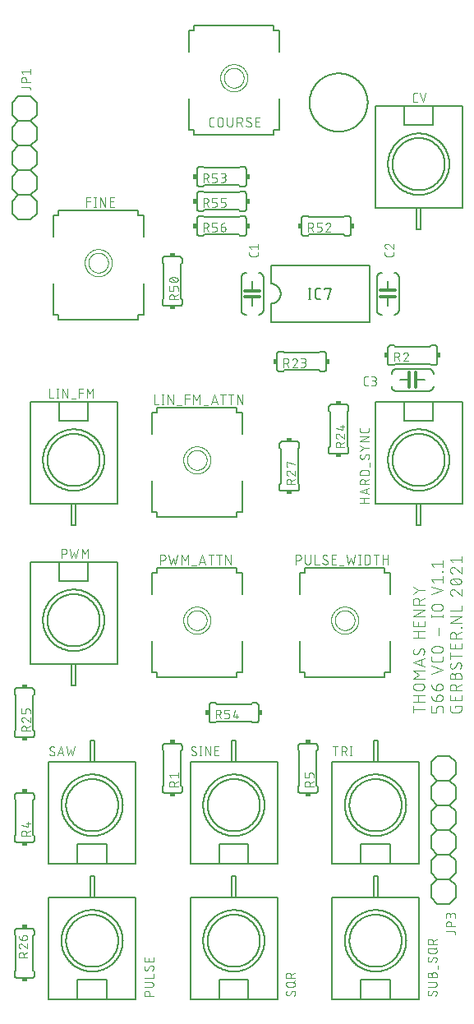
<source format=gbr>
G04 EAGLE Gerber RS-274X export*
G75*
%MOMM*%
%FSLAX34Y34*%
%LPD*%
%INSilkscreen Top*%
%IPPOS*%
%AMOC8*
5,1,8,0,0,1.08239X$1,22.5*%
G01*
%ADD10C,0.152400*%
%ADD11C,0.101600*%
%ADD12R,0.381000X0.508000*%
%ADD13R,0.508000X0.381000*%
%ADD14C,0.127000*%
%ADD15C,0.076200*%
%ADD16C,0.050800*%
%ADD17C,0.203200*%
%ADD18C,0.304800*%


D10*
X319278Y939800D02*
X319287Y940536D01*
X319314Y941271D01*
X319359Y942005D01*
X319422Y942738D01*
X319503Y943469D01*
X319602Y944198D01*
X319719Y944924D01*
X319854Y945647D01*
X320006Y946367D01*
X320176Y947083D01*
X320364Y947794D01*
X320569Y948500D01*
X320791Y949202D01*
X321030Y949897D01*
X321286Y950587D01*
X321559Y951270D01*
X321849Y951946D01*
X322156Y952615D01*
X322478Y953276D01*
X322817Y953929D01*
X323172Y954573D01*
X323542Y955209D01*
X323928Y955835D01*
X324329Y956452D01*
X324745Y957058D01*
X325176Y957654D01*
X325622Y958240D01*
X326081Y958814D01*
X326555Y959377D01*
X327042Y959928D01*
X327543Y960467D01*
X328057Y960993D01*
X328583Y961507D01*
X329122Y962008D01*
X329673Y962495D01*
X330236Y962969D01*
X330810Y963428D01*
X331396Y963874D01*
X331992Y964305D01*
X332598Y964721D01*
X333215Y965122D01*
X333841Y965508D01*
X334477Y965878D01*
X335121Y966233D01*
X335774Y966572D01*
X336435Y966894D01*
X337104Y967201D01*
X337780Y967491D01*
X338463Y967764D01*
X339153Y968020D01*
X339848Y968259D01*
X340550Y968481D01*
X341256Y968686D01*
X341967Y968874D01*
X342683Y969044D01*
X343403Y969196D01*
X344126Y969331D01*
X344852Y969448D01*
X345581Y969547D01*
X346312Y969628D01*
X347045Y969691D01*
X347779Y969736D01*
X348514Y969763D01*
X349250Y969772D01*
X349986Y969763D01*
X350721Y969736D01*
X351455Y969691D01*
X352188Y969628D01*
X352919Y969547D01*
X353648Y969448D01*
X354374Y969331D01*
X355097Y969196D01*
X355817Y969044D01*
X356533Y968874D01*
X357244Y968686D01*
X357950Y968481D01*
X358652Y968259D01*
X359347Y968020D01*
X360037Y967764D01*
X360720Y967491D01*
X361396Y967201D01*
X362065Y966894D01*
X362726Y966572D01*
X363379Y966233D01*
X364023Y965878D01*
X364659Y965508D01*
X365285Y965122D01*
X365902Y964721D01*
X366508Y964305D01*
X367104Y963874D01*
X367690Y963428D01*
X368264Y962969D01*
X368827Y962495D01*
X369378Y962008D01*
X369917Y961507D01*
X370443Y960993D01*
X370957Y960467D01*
X371458Y959928D01*
X371945Y959377D01*
X372419Y958814D01*
X372878Y958240D01*
X373324Y957654D01*
X373755Y957058D01*
X374171Y956452D01*
X374572Y955835D01*
X374958Y955209D01*
X375328Y954573D01*
X375683Y953929D01*
X376022Y953276D01*
X376344Y952615D01*
X376651Y951946D01*
X376941Y951270D01*
X377214Y950587D01*
X377470Y949897D01*
X377709Y949202D01*
X377931Y948500D01*
X378136Y947794D01*
X378324Y947083D01*
X378494Y946367D01*
X378646Y945647D01*
X378781Y944924D01*
X378898Y944198D01*
X378997Y943469D01*
X379078Y942738D01*
X379141Y942005D01*
X379186Y941271D01*
X379213Y940536D01*
X379222Y939800D01*
X379213Y939064D01*
X379186Y938329D01*
X379141Y937595D01*
X379078Y936862D01*
X378997Y936131D01*
X378898Y935402D01*
X378781Y934676D01*
X378646Y933953D01*
X378494Y933233D01*
X378324Y932517D01*
X378136Y931806D01*
X377931Y931100D01*
X377709Y930398D01*
X377470Y929703D01*
X377214Y929013D01*
X376941Y928330D01*
X376651Y927654D01*
X376344Y926985D01*
X376022Y926324D01*
X375683Y925671D01*
X375328Y925027D01*
X374958Y924391D01*
X374572Y923765D01*
X374171Y923148D01*
X373755Y922542D01*
X373324Y921946D01*
X372878Y921360D01*
X372419Y920786D01*
X371945Y920223D01*
X371458Y919672D01*
X370957Y919133D01*
X370443Y918607D01*
X369917Y918093D01*
X369378Y917592D01*
X368827Y917105D01*
X368264Y916631D01*
X367690Y916172D01*
X367104Y915726D01*
X366508Y915295D01*
X365902Y914879D01*
X365285Y914478D01*
X364659Y914092D01*
X364023Y913722D01*
X363379Y913367D01*
X362726Y913028D01*
X362065Y912706D01*
X361396Y912399D01*
X360720Y912109D01*
X360037Y911836D01*
X359347Y911580D01*
X358652Y911341D01*
X357950Y911119D01*
X357244Y910914D01*
X356533Y910726D01*
X355817Y910556D01*
X355097Y910404D01*
X354374Y910269D01*
X353648Y910152D01*
X352919Y910053D01*
X352188Y909972D01*
X351455Y909909D01*
X350721Y909864D01*
X349986Y909837D01*
X349250Y909828D01*
X348514Y909837D01*
X347779Y909864D01*
X347045Y909909D01*
X346312Y909972D01*
X345581Y910053D01*
X344852Y910152D01*
X344126Y910269D01*
X343403Y910404D01*
X342683Y910556D01*
X341967Y910726D01*
X341256Y910914D01*
X340550Y911119D01*
X339848Y911341D01*
X339153Y911580D01*
X338463Y911836D01*
X337780Y912109D01*
X337104Y912399D01*
X336435Y912706D01*
X335774Y913028D01*
X335121Y913367D01*
X334477Y913722D01*
X333841Y914092D01*
X333215Y914478D01*
X332598Y914879D01*
X331992Y915295D01*
X331396Y915726D01*
X330810Y916172D01*
X330236Y916631D01*
X329673Y917105D01*
X329122Y917592D01*
X328583Y918093D01*
X328057Y918607D01*
X327543Y919133D01*
X327042Y919672D01*
X326555Y920223D01*
X326081Y920786D01*
X325622Y921360D01*
X325176Y921946D01*
X324745Y922542D01*
X324329Y923148D01*
X323928Y923765D01*
X323542Y924391D01*
X323172Y925027D01*
X322817Y925671D01*
X322478Y926324D01*
X322156Y926985D01*
X321849Y927654D01*
X321559Y928330D01*
X321286Y929013D01*
X321030Y929703D01*
X320791Y930398D01*
X320569Y931100D01*
X320364Y931806D01*
X320176Y932517D01*
X320006Y933233D01*
X319854Y933953D01*
X319719Y934676D01*
X319602Y935402D01*
X319503Y936131D01*
X319422Y936862D01*
X319359Y937595D01*
X319314Y938329D01*
X319287Y939064D01*
X319278Y939800D01*
D11*
X425958Y314904D02*
X437642Y314904D01*
X425958Y311658D02*
X425958Y318149D01*
X425958Y322707D02*
X437642Y322707D01*
X431151Y322707D02*
X431151Y329198D01*
X425958Y329198D02*
X437642Y329198D01*
X434396Y334518D02*
X429204Y334518D01*
X429204Y334517D02*
X429091Y334519D01*
X428978Y334525D01*
X428865Y334535D01*
X428752Y334549D01*
X428640Y334566D01*
X428529Y334588D01*
X428419Y334613D01*
X428309Y334643D01*
X428201Y334676D01*
X428094Y334713D01*
X427988Y334753D01*
X427884Y334798D01*
X427781Y334846D01*
X427680Y334897D01*
X427581Y334952D01*
X427484Y335010D01*
X427389Y335072D01*
X427296Y335137D01*
X427206Y335205D01*
X427118Y335276D01*
X427032Y335351D01*
X426949Y335428D01*
X426869Y335508D01*
X426792Y335591D01*
X426717Y335677D01*
X426646Y335765D01*
X426578Y335855D01*
X426513Y335948D01*
X426451Y336043D01*
X426393Y336140D01*
X426338Y336239D01*
X426287Y336340D01*
X426239Y336443D01*
X426194Y336547D01*
X426154Y336653D01*
X426117Y336760D01*
X426084Y336868D01*
X426054Y336978D01*
X426029Y337088D01*
X426007Y337199D01*
X425990Y337311D01*
X425976Y337424D01*
X425966Y337537D01*
X425960Y337650D01*
X425958Y337763D01*
X425960Y337876D01*
X425966Y337989D01*
X425976Y338102D01*
X425990Y338215D01*
X426007Y338327D01*
X426029Y338438D01*
X426054Y338548D01*
X426084Y338658D01*
X426117Y338766D01*
X426154Y338873D01*
X426194Y338979D01*
X426239Y339083D01*
X426287Y339186D01*
X426338Y339287D01*
X426393Y339386D01*
X426451Y339483D01*
X426513Y339578D01*
X426578Y339671D01*
X426646Y339761D01*
X426717Y339849D01*
X426792Y339935D01*
X426869Y340018D01*
X426949Y340098D01*
X427032Y340175D01*
X427118Y340250D01*
X427206Y340321D01*
X427296Y340389D01*
X427389Y340454D01*
X427484Y340516D01*
X427581Y340574D01*
X427680Y340629D01*
X427781Y340680D01*
X427884Y340728D01*
X427988Y340773D01*
X428094Y340813D01*
X428201Y340850D01*
X428309Y340883D01*
X428419Y340913D01*
X428529Y340938D01*
X428640Y340960D01*
X428752Y340977D01*
X428865Y340991D01*
X428978Y341001D01*
X429091Y341007D01*
X429204Y341009D01*
X434396Y341009D01*
X434509Y341007D01*
X434622Y341001D01*
X434735Y340991D01*
X434848Y340977D01*
X434960Y340960D01*
X435071Y340938D01*
X435181Y340913D01*
X435291Y340883D01*
X435399Y340850D01*
X435506Y340813D01*
X435612Y340773D01*
X435716Y340728D01*
X435819Y340680D01*
X435920Y340629D01*
X436019Y340574D01*
X436116Y340516D01*
X436211Y340454D01*
X436304Y340389D01*
X436394Y340321D01*
X436482Y340250D01*
X436568Y340175D01*
X436651Y340098D01*
X436731Y340018D01*
X436808Y339935D01*
X436883Y339849D01*
X436954Y339761D01*
X437022Y339671D01*
X437087Y339578D01*
X437149Y339483D01*
X437207Y339386D01*
X437262Y339287D01*
X437313Y339186D01*
X437361Y339083D01*
X437406Y338979D01*
X437446Y338873D01*
X437483Y338766D01*
X437516Y338658D01*
X437546Y338548D01*
X437571Y338438D01*
X437593Y338327D01*
X437610Y338215D01*
X437624Y338102D01*
X437634Y337989D01*
X437640Y337876D01*
X437642Y337763D01*
X437640Y337650D01*
X437634Y337537D01*
X437624Y337424D01*
X437610Y337311D01*
X437593Y337199D01*
X437571Y337088D01*
X437546Y336978D01*
X437516Y336868D01*
X437483Y336760D01*
X437446Y336653D01*
X437406Y336547D01*
X437361Y336443D01*
X437313Y336340D01*
X437262Y336239D01*
X437207Y336140D01*
X437149Y336043D01*
X437087Y335948D01*
X437022Y335855D01*
X436954Y335765D01*
X436883Y335677D01*
X436808Y335591D01*
X436731Y335508D01*
X436651Y335428D01*
X436568Y335351D01*
X436482Y335276D01*
X436394Y335205D01*
X436304Y335137D01*
X436211Y335072D01*
X436116Y335010D01*
X436019Y334952D01*
X435920Y334897D01*
X435819Y334846D01*
X435716Y334798D01*
X435612Y334753D01*
X435506Y334713D01*
X435399Y334676D01*
X435291Y334643D01*
X435181Y334613D01*
X435071Y334588D01*
X434960Y334566D01*
X434848Y334549D01*
X434735Y334535D01*
X434622Y334525D01*
X434509Y334519D01*
X434396Y334517D01*
X437642Y346442D02*
X425958Y346442D01*
X432449Y350336D01*
X425958Y354231D01*
X437642Y354231D01*
X437642Y359015D02*
X425958Y362909D01*
X437642Y366804D01*
X434721Y365830D02*
X434721Y359988D01*
X437642Y374608D02*
X437640Y374707D01*
X437634Y374807D01*
X437625Y374906D01*
X437612Y375004D01*
X437595Y375102D01*
X437574Y375200D01*
X437549Y375296D01*
X437521Y375391D01*
X437489Y375485D01*
X437454Y375578D01*
X437415Y375670D01*
X437372Y375760D01*
X437327Y375848D01*
X437277Y375935D01*
X437225Y376019D01*
X437169Y376102D01*
X437111Y376182D01*
X437049Y376260D01*
X436984Y376335D01*
X436916Y376408D01*
X436846Y376478D01*
X436773Y376546D01*
X436698Y376611D01*
X436620Y376673D01*
X436540Y376731D01*
X436457Y376787D01*
X436373Y376839D01*
X436286Y376889D01*
X436198Y376934D01*
X436108Y376977D01*
X436016Y377016D01*
X435923Y377051D01*
X435829Y377083D01*
X435734Y377111D01*
X435638Y377136D01*
X435540Y377157D01*
X435442Y377174D01*
X435344Y377187D01*
X435245Y377196D01*
X435145Y377202D01*
X435046Y377204D01*
X437642Y374608D02*
X437640Y374464D01*
X437634Y374319D01*
X437625Y374175D01*
X437612Y374032D01*
X437595Y373888D01*
X437574Y373745D01*
X437549Y373603D01*
X437521Y373462D01*
X437489Y373321D01*
X437453Y373181D01*
X437414Y373042D01*
X437371Y372904D01*
X437324Y372768D01*
X437274Y372632D01*
X437220Y372498D01*
X437163Y372366D01*
X437102Y372235D01*
X437038Y372106D01*
X436970Y371978D01*
X436900Y371852D01*
X436825Y371728D01*
X436748Y371607D01*
X436667Y371487D01*
X436584Y371369D01*
X436497Y371254D01*
X436407Y371141D01*
X436314Y371030D01*
X436219Y370922D01*
X436120Y370816D01*
X436019Y370713D01*
X428554Y371038D02*
X428455Y371040D01*
X428355Y371046D01*
X428256Y371055D01*
X428158Y371068D01*
X428060Y371085D01*
X427962Y371106D01*
X427866Y371131D01*
X427771Y371159D01*
X427677Y371191D01*
X427584Y371226D01*
X427492Y371265D01*
X427402Y371308D01*
X427314Y371353D01*
X427227Y371403D01*
X427143Y371455D01*
X427060Y371511D01*
X426980Y371569D01*
X426902Y371631D01*
X426827Y371696D01*
X426754Y371764D01*
X426684Y371834D01*
X426616Y371907D01*
X426551Y371982D01*
X426489Y372060D01*
X426431Y372140D01*
X426375Y372223D01*
X426323Y372307D01*
X426273Y372394D01*
X426228Y372482D01*
X426185Y372572D01*
X426146Y372664D01*
X426111Y372757D01*
X426079Y372851D01*
X426051Y372946D01*
X426026Y373042D01*
X426005Y373140D01*
X425988Y373238D01*
X425975Y373336D01*
X425966Y373435D01*
X425960Y373535D01*
X425958Y373634D01*
X425960Y373770D01*
X425966Y373906D01*
X425975Y374042D01*
X425988Y374178D01*
X426006Y374313D01*
X426026Y374447D01*
X426051Y374581D01*
X426079Y374715D01*
X426112Y374847D01*
X426147Y374978D01*
X426187Y375109D01*
X426230Y375238D01*
X426276Y375366D01*
X426327Y375492D01*
X426380Y375618D01*
X426438Y375741D01*
X426498Y375863D01*
X426562Y375983D01*
X426630Y376102D01*
X426700Y376218D01*
X426774Y376332D01*
X426851Y376445D01*
X426932Y376555D01*
X430826Y372335D02*
X430773Y372249D01*
X430716Y372165D01*
X430657Y372083D01*
X430594Y372003D01*
X430528Y371926D01*
X430460Y371851D01*
X430388Y371779D01*
X430314Y371710D01*
X430237Y371644D01*
X430158Y371581D01*
X430076Y371521D01*
X429992Y371464D01*
X429906Y371410D01*
X429818Y371360D01*
X429728Y371313D01*
X429637Y371269D01*
X429543Y371230D01*
X429449Y371193D01*
X429353Y371161D01*
X429255Y371132D01*
X429157Y371107D01*
X429058Y371086D01*
X428958Y371068D01*
X428858Y371055D01*
X428757Y371045D01*
X428655Y371039D01*
X428554Y371037D01*
X432774Y375906D02*
X432827Y375992D01*
X432884Y376076D01*
X432943Y376158D01*
X433006Y376238D01*
X433072Y376315D01*
X433140Y376390D01*
X433212Y376462D01*
X433286Y376531D01*
X433363Y376597D01*
X433442Y376660D01*
X433524Y376720D01*
X433608Y376777D01*
X433694Y376831D01*
X433782Y376881D01*
X433872Y376928D01*
X433963Y376972D01*
X434057Y377011D01*
X434151Y377048D01*
X434247Y377080D01*
X434345Y377109D01*
X434443Y377134D01*
X434542Y377155D01*
X434642Y377173D01*
X434742Y377186D01*
X434843Y377196D01*
X434945Y377202D01*
X435046Y377204D01*
X432774Y375906D02*
X430826Y372336D01*
X425958Y388239D02*
X437642Y388239D01*
X431151Y388239D02*
X431151Y394730D01*
X425958Y394730D02*
X437642Y394730D01*
X437642Y400453D02*
X437642Y405646D01*
X437642Y400453D02*
X425958Y400453D01*
X425958Y405646D01*
X431151Y404348D02*
X431151Y400453D01*
X425958Y410337D02*
X437642Y410337D01*
X437642Y416828D02*
X425958Y410337D01*
X425958Y416828D02*
X437642Y416828D01*
X437642Y422602D02*
X425958Y422602D01*
X425958Y425848D01*
X425960Y425961D01*
X425966Y426074D01*
X425976Y426187D01*
X425990Y426300D01*
X426007Y426412D01*
X426029Y426523D01*
X426054Y426633D01*
X426084Y426743D01*
X426117Y426851D01*
X426154Y426958D01*
X426194Y427064D01*
X426239Y427168D01*
X426287Y427271D01*
X426338Y427372D01*
X426393Y427471D01*
X426451Y427568D01*
X426513Y427663D01*
X426578Y427756D01*
X426646Y427846D01*
X426717Y427934D01*
X426792Y428020D01*
X426869Y428103D01*
X426949Y428183D01*
X427032Y428260D01*
X427118Y428335D01*
X427206Y428406D01*
X427296Y428474D01*
X427389Y428539D01*
X427484Y428601D01*
X427581Y428659D01*
X427680Y428714D01*
X427781Y428765D01*
X427884Y428813D01*
X427988Y428858D01*
X428094Y428898D01*
X428201Y428935D01*
X428309Y428968D01*
X428419Y428998D01*
X428529Y429023D01*
X428640Y429045D01*
X428752Y429062D01*
X428865Y429076D01*
X428978Y429086D01*
X429091Y429092D01*
X429204Y429094D01*
X429317Y429092D01*
X429430Y429086D01*
X429543Y429076D01*
X429656Y429062D01*
X429768Y429045D01*
X429879Y429023D01*
X429989Y428998D01*
X430099Y428968D01*
X430207Y428935D01*
X430314Y428898D01*
X430420Y428858D01*
X430524Y428813D01*
X430627Y428765D01*
X430728Y428714D01*
X430827Y428659D01*
X430924Y428601D01*
X431019Y428539D01*
X431112Y428474D01*
X431202Y428406D01*
X431290Y428335D01*
X431376Y428260D01*
X431459Y428183D01*
X431539Y428103D01*
X431616Y428020D01*
X431691Y427934D01*
X431762Y427846D01*
X431830Y427756D01*
X431895Y427663D01*
X431957Y427568D01*
X432015Y427471D01*
X432070Y427372D01*
X432121Y427271D01*
X432169Y427168D01*
X432214Y427064D01*
X432254Y426958D01*
X432291Y426851D01*
X432324Y426743D01*
X432354Y426633D01*
X432379Y426523D01*
X432401Y426412D01*
X432418Y426300D01*
X432432Y426187D01*
X432442Y426074D01*
X432448Y425961D01*
X432450Y425848D01*
X432449Y425848D02*
X432449Y422602D01*
X432449Y426497D02*
X437642Y429094D01*
X431475Y437204D02*
X425958Y433310D01*
X431475Y437204D02*
X425958Y441099D01*
X431475Y437204D02*
X437642Y437204D01*
X456692Y315553D02*
X456692Y311658D01*
X456692Y315553D02*
X456690Y315652D01*
X456684Y315752D01*
X456675Y315851D01*
X456662Y315949D01*
X456645Y316047D01*
X456624Y316145D01*
X456599Y316241D01*
X456571Y316336D01*
X456539Y316430D01*
X456504Y316523D01*
X456465Y316615D01*
X456422Y316705D01*
X456377Y316793D01*
X456327Y316880D01*
X456275Y316964D01*
X456219Y317047D01*
X456161Y317127D01*
X456099Y317205D01*
X456034Y317280D01*
X455966Y317353D01*
X455896Y317423D01*
X455823Y317491D01*
X455748Y317556D01*
X455670Y317618D01*
X455590Y317676D01*
X455507Y317732D01*
X455423Y317784D01*
X455336Y317834D01*
X455248Y317879D01*
X455158Y317922D01*
X455066Y317961D01*
X454973Y317996D01*
X454879Y318028D01*
X454784Y318056D01*
X454688Y318081D01*
X454590Y318102D01*
X454492Y318119D01*
X454394Y318132D01*
X454295Y318141D01*
X454195Y318147D01*
X454096Y318149D01*
X452797Y318149D01*
X452698Y318147D01*
X452598Y318141D01*
X452499Y318132D01*
X452401Y318119D01*
X452303Y318102D01*
X452205Y318081D01*
X452109Y318056D01*
X452014Y318028D01*
X451920Y317996D01*
X451827Y317961D01*
X451735Y317922D01*
X451645Y317879D01*
X451557Y317834D01*
X451470Y317784D01*
X451386Y317732D01*
X451303Y317676D01*
X451223Y317618D01*
X451145Y317556D01*
X451070Y317491D01*
X450997Y317423D01*
X450927Y317353D01*
X450859Y317280D01*
X450794Y317205D01*
X450732Y317127D01*
X450674Y317047D01*
X450618Y316964D01*
X450566Y316880D01*
X450516Y316793D01*
X450471Y316705D01*
X450428Y316615D01*
X450389Y316523D01*
X450354Y316430D01*
X450322Y316336D01*
X450294Y316241D01*
X450269Y316145D01*
X450248Y316047D01*
X450231Y315949D01*
X450218Y315851D01*
X450209Y315752D01*
X450203Y315652D01*
X450201Y315553D01*
X450201Y311658D01*
X445008Y311658D01*
X445008Y318149D01*
X450201Y323088D02*
X450201Y326983D01*
X450203Y327082D01*
X450209Y327182D01*
X450218Y327281D01*
X450231Y327379D01*
X450248Y327477D01*
X450269Y327575D01*
X450294Y327671D01*
X450322Y327766D01*
X450354Y327860D01*
X450389Y327953D01*
X450428Y328045D01*
X450471Y328135D01*
X450516Y328223D01*
X450566Y328310D01*
X450618Y328394D01*
X450674Y328477D01*
X450732Y328557D01*
X450794Y328635D01*
X450859Y328710D01*
X450927Y328783D01*
X450997Y328853D01*
X451070Y328921D01*
X451145Y328986D01*
X451223Y329048D01*
X451303Y329106D01*
X451386Y329162D01*
X451470Y329214D01*
X451557Y329264D01*
X451645Y329309D01*
X451735Y329352D01*
X451827Y329391D01*
X451920Y329426D01*
X452014Y329458D01*
X452109Y329486D01*
X452205Y329511D01*
X452303Y329532D01*
X452401Y329549D01*
X452499Y329562D01*
X452598Y329571D01*
X452698Y329577D01*
X452797Y329579D01*
X453446Y329579D01*
X453446Y329580D02*
X453559Y329578D01*
X453672Y329572D01*
X453785Y329562D01*
X453898Y329548D01*
X454010Y329531D01*
X454121Y329509D01*
X454231Y329484D01*
X454341Y329454D01*
X454449Y329421D01*
X454556Y329384D01*
X454662Y329344D01*
X454766Y329299D01*
X454869Y329251D01*
X454970Y329200D01*
X455069Y329145D01*
X455166Y329087D01*
X455261Y329025D01*
X455354Y328960D01*
X455444Y328892D01*
X455532Y328821D01*
X455618Y328746D01*
X455701Y328669D01*
X455781Y328589D01*
X455858Y328506D01*
X455933Y328420D01*
X456004Y328332D01*
X456072Y328242D01*
X456137Y328149D01*
X456199Y328054D01*
X456257Y327957D01*
X456312Y327858D01*
X456363Y327757D01*
X456411Y327654D01*
X456456Y327550D01*
X456496Y327444D01*
X456533Y327337D01*
X456566Y327229D01*
X456596Y327119D01*
X456621Y327009D01*
X456643Y326898D01*
X456660Y326786D01*
X456674Y326673D01*
X456684Y326560D01*
X456690Y326447D01*
X456692Y326334D01*
X456690Y326221D01*
X456684Y326108D01*
X456674Y325995D01*
X456660Y325882D01*
X456643Y325770D01*
X456621Y325659D01*
X456596Y325549D01*
X456566Y325439D01*
X456533Y325331D01*
X456496Y325224D01*
X456456Y325118D01*
X456411Y325014D01*
X456363Y324911D01*
X456312Y324810D01*
X456257Y324711D01*
X456199Y324614D01*
X456137Y324519D01*
X456072Y324426D01*
X456004Y324336D01*
X455933Y324248D01*
X455858Y324162D01*
X455781Y324079D01*
X455701Y323999D01*
X455618Y323922D01*
X455532Y323847D01*
X455444Y323776D01*
X455354Y323708D01*
X455261Y323643D01*
X455166Y323581D01*
X455069Y323523D01*
X454970Y323468D01*
X454869Y323417D01*
X454766Y323369D01*
X454662Y323324D01*
X454556Y323284D01*
X454449Y323247D01*
X454341Y323214D01*
X454231Y323184D01*
X454121Y323159D01*
X454010Y323137D01*
X453898Y323120D01*
X453785Y323106D01*
X453672Y323096D01*
X453559Y323090D01*
X453446Y323088D01*
X450201Y323088D01*
X450058Y323090D01*
X449915Y323096D01*
X449772Y323106D01*
X449630Y323120D01*
X449488Y323137D01*
X449346Y323159D01*
X449205Y323184D01*
X449065Y323214D01*
X448926Y323247D01*
X448788Y323284D01*
X448651Y323325D01*
X448515Y323369D01*
X448380Y323418D01*
X448247Y323470D01*
X448115Y323525D01*
X447985Y323585D01*
X447856Y323648D01*
X447729Y323714D01*
X447605Y323784D01*
X447482Y323857D01*
X447361Y323934D01*
X447242Y324013D01*
X447126Y324097D01*
X447011Y324183D01*
X446900Y324272D01*
X446791Y324365D01*
X446684Y324460D01*
X446580Y324559D01*
X446479Y324660D01*
X446380Y324764D01*
X446285Y324870D01*
X446192Y324980D01*
X446103Y325091D01*
X446017Y325205D01*
X445934Y325322D01*
X445854Y325441D01*
X445777Y325562D01*
X445704Y325684D01*
X445634Y325809D01*
X445568Y325936D01*
X445505Y326065D01*
X445445Y326195D01*
X445390Y326327D01*
X445338Y326460D01*
X445289Y326595D01*
X445245Y326731D01*
X445204Y326868D01*
X445167Y327006D01*
X445134Y327145D01*
X445104Y327285D01*
X445079Y327426D01*
X445057Y327568D01*
X445040Y327710D01*
X445026Y327852D01*
X445016Y327995D01*
X445010Y328138D01*
X445008Y328281D01*
X450201Y334518D02*
X450201Y338413D01*
X450203Y338512D01*
X450209Y338612D01*
X450218Y338711D01*
X450231Y338809D01*
X450248Y338907D01*
X450269Y339005D01*
X450294Y339101D01*
X450322Y339196D01*
X450354Y339290D01*
X450389Y339383D01*
X450428Y339475D01*
X450471Y339565D01*
X450516Y339653D01*
X450566Y339740D01*
X450618Y339824D01*
X450674Y339907D01*
X450732Y339987D01*
X450794Y340065D01*
X450859Y340140D01*
X450927Y340213D01*
X450997Y340283D01*
X451070Y340351D01*
X451145Y340416D01*
X451223Y340478D01*
X451303Y340536D01*
X451386Y340592D01*
X451470Y340644D01*
X451557Y340694D01*
X451645Y340739D01*
X451735Y340782D01*
X451827Y340821D01*
X451920Y340856D01*
X452014Y340888D01*
X452109Y340916D01*
X452205Y340941D01*
X452303Y340962D01*
X452401Y340979D01*
X452499Y340992D01*
X452598Y341001D01*
X452698Y341007D01*
X452797Y341009D01*
X453446Y341009D01*
X453559Y341007D01*
X453672Y341001D01*
X453785Y340991D01*
X453898Y340977D01*
X454010Y340960D01*
X454121Y340938D01*
X454231Y340913D01*
X454341Y340883D01*
X454449Y340850D01*
X454556Y340813D01*
X454662Y340773D01*
X454766Y340728D01*
X454869Y340680D01*
X454970Y340629D01*
X455069Y340574D01*
X455166Y340516D01*
X455261Y340454D01*
X455354Y340389D01*
X455444Y340321D01*
X455532Y340250D01*
X455618Y340175D01*
X455701Y340098D01*
X455781Y340018D01*
X455858Y339935D01*
X455933Y339849D01*
X456004Y339761D01*
X456072Y339671D01*
X456137Y339578D01*
X456199Y339483D01*
X456257Y339386D01*
X456312Y339287D01*
X456363Y339186D01*
X456411Y339083D01*
X456456Y338979D01*
X456496Y338873D01*
X456533Y338766D01*
X456566Y338658D01*
X456596Y338548D01*
X456621Y338438D01*
X456643Y338327D01*
X456660Y338215D01*
X456674Y338102D01*
X456684Y337989D01*
X456690Y337876D01*
X456692Y337763D01*
X456690Y337650D01*
X456684Y337537D01*
X456674Y337424D01*
X456660Y337311D01*
X456643Y337199D01*
X456621Y337088D01*
X456596Y336978D01*
X456566Y336868D01*
X456533Y336760D01*
X456496Y336653D01*
X456456Y336547D01*
X456411Y336443D01*
X456363Y336340D01*
X456312Y336239D01*
X456257Y336140D01*
X456199Y336043D01*
X456137Y335948D01*
X456072Y335855D01*
X456004Y335765D01*
X455933Y335677D01*
X455858Y335591D01*
X455781Y335508D01*
X455701Y335428D01*
X455618Y335351D01*
X455532Y335276D01*
X455444Y335205D01*
X455354Y335137D01*
X455261Y335072D01*
X455166Y335010D01*
X455069Y334952D01*
X454970Y334897D01*
X454869Y334846D01*
X454766Y334798D01*
X454662Y334753D01*
X454556Y334713D01*
X454449Y334676D01*
X454341Y334643D01*
X454231Y334613D01*
X454121Y334588D01*
X454010Y334566D01*
X453898Y334549D01*
X453785Y334535D01*
X453672Y334525D01*
X453559Y334519D01*
X453446Y334517D01*
X453446Y334518D02*
X450201Y334518D01*
X450058Y334520D01*
X449915Y334526D01*
X449772Y334536D01*
X449630Y334550D01*
X449488Y334567D01*
X449346Y334589D01*
X449205Y334614D01*
X449065Y334644D01*
X448926Y334677D01*
X448788Y334714D01*
X448651Y334755D01*
X448515Y334799D01*
X448380Y334848D01*
X448247Y334900D01*
X448115Y334955D01*
X447985Y335015D01*
X447856Y335078D01*
X447729Y335144D01*
X447605Y335214D01*
X447482Y335287D01*
X447361Y335364D01*
X447242Y335443D01*
X447126Y335527D01*
X447011Y335613D01*
X446900Y335702D01*
X446791Y335795D01*
X446684Y335890D01*
X446580Y335989D01*
X446479Y336090D01*
X446380Y336194D01*
X446285Y336300D01*
X446192Y336410D01*
X446103Y336521D01*
X446017Y336635D01*
X445934Y336752D01*
X445854Y336871D01*
X445777Y336992D01*
X445704Y337114D01*
X445634Y337239D01*
X445568Y337366D01*
X445505Y337495D01*
X445445Y337625D01*
X445390Y337757D01*
X445338Y337890D01*
X445289Y338025D01*
X445245Y338161D01*
X445204Y338298D01*
X445167Y338436D01*
X445134Y338575D01*
X445104Y338715D01*
X445079Y338856D01*
X445057Y338998D01*
X445040Y339140D01*
X445026Y339282D01*
X445016Y339425D01*
X445010Y339568D01*
X445008Y339711D01*
X445008Y351395D02*
X456692Y355289D01*
X445008Y359184D01*
X456692Y366037D02*
X456692Y368634D01*
X456692Y366037D02*
X456690Y365938D01*
X456684Y365838D01*
X456675Y365739D01*
X456662Y365641D01*
X456645Y365543D01*
X456624Y365445D01*
X456599Y365349D01*
X456571Y365254D01*
X456539Y365160D01*
X456504Y365067D01*
X456465Y364975D01*
X456422Y364885D01*
X456377Y364797D01*
X456327Y364710D01*
X456275Y364626D01*
X456219Y364543D01*
X456161Y364463D01*
X456099Y364385D01*
X456034Y364310D01*
X455966Y364237D01*
X455896Y364167D01*
X455823Y364099D01*
X455748Y364034D01*
X455670Y363972D01*
X455590Y363914D01*
X455507Y363858D01*
X455423Y363806D01*
X455336Y363756D01*
X455248Y363711D01*
X455158Y363668D01*
X455066Y363629D01*
X454973Y363594D01*
X454879Y363562D01*
X454784Y363534D01*
X454688Y363509D01*
X454590Y363488D01*
X454492Y363471D01*
X454394Y363458D01*
X454295Y363449D01*
X454195Y363443D01*
X454096Y363441D01*
X447604Y363441D01*
X447604Y363440D02*
X447505Y363442D01*
X447405Y363448D01*
X447306Y363457D01*
X447208Y363470D01*
X447110Y363488D01*
X447012Y363508D01*
X446916Y363533D01*
X446820Y363561D01*
X446726Y363593D01*
X446633Y363628D01*
X446542Y363667D01*
X446452Y363710D01*
X446363Y363755D01*
X446277Y363805D01*
X446192Y363857D01*
X446110Y363913D01*
X446030Y363972D01*
X445952Y364033D01*
X445876Y364098D01*
X445803Y364166D01*
X445733Y364236D01*
X445665Y364309D01*
X445600Y364385D01*
X445539Y364463D01*
X445480Y364543D01*
X445424Y364625D01*
X445372Y364710D01*
X445323Y364796D01*
X445277Y364885D01*
X445234Y364975D01*
X445195Y365066D01*
X445160Y365159D01*
X445128Y365253D01*
X445100Y365349D01*
X445075Y365445D01*
X445055Y365543D01*
X445037Y365641D01*
X445024Y365739D01*
X445015Y365838D01*
X445009Y365937D01*
X445007Y366037D01*
X445008Y366037D02*
X445008Y368634D01*
X448254Y372999D02*
X453446Y372999D01*
X448254Y372998D02*
X448141Y373000D01*
X448028Y373006D01*
X447915Y373016D01*
X447802Y373030D01*
X447690Y373047D01*
X447579Y373069D01*
X447469Y373094D01*
X447359Y373124D01*
X447251Y373157D01*
X447144Y373194D01*
X447038Y373234D01*
X446934Y373279D01*
X446831Y373327D01*
X446730Y373378D01*
X446631Y373433D01*
X446534Y373491D01*
X446439Y373553D01*
X446346Y373618D01*
X446256Y373686D01*
X446168Y373757D01*
X446082Y373832D01*
X445999Y373909D01*
X445919Y373989D01*
X445842Y374072D01*
X445767Y374158D01*
X445696Y374246D01*
X445628Y374336D01*
X445563Y374429D01*
X445501Y374524D01*
X445443Y374621D01*
X445388Y374720D01*
X445337Y374821D01*
X445289Y374924D01*
X445244Y375028D01*
X445204Y375134D01*
X445167Y375241D01*
X445134Y375349D01*
X445104Y375459D01*
X445079Y375569D01*
X445057Y375680D01*
X445040Y375792D01*
X445026Y375905D01*
X445016Y376018D01*
X445010Y376131D01*
X445008Y376244D01*
X445010Y376357D01*
X445016Y376470D01*
X445026Y376583D01*
X445040Y376696D01*
X445057Y376808D01*
X445079Y376919D01*
X445104Y377029D01*
X445134Y377139D01*
X445167Y377247D01*
X445204Y377354D01*
X445244Y377460D01*
X445289Y377564D01*
X445337Y377667D01*
X445388Y377768D01*
X445443Y377867D01*
X445501Y377964D01*
X445563Y378059D01*
X445628Y378152D01*
X445696Y378242D01*
X445767Y378330D01*
X445842Y378416D01*
X445919Y378499D01*
X445999Y378579D01*
X446082Y378656D01*
X446168Y378731D01*
X446256Y378802D01*
X446346Y378870D01*
X446439Y378935D01*
X446534Y378997D01*
X446631Y379055D01*
X446730Y379110D01*
X446831Y379161D01*
X446934Y379209D01*
X447038Y379254D01*
X447144Y379294D01*
X447251Y379331D01*
X447359Y379364D01*
X447469Y379394D01*
X447579Y379419D01*
X447690Y379441D01*
X447802Y379458D01*
X447915Y379472D01*
X448028Y379482D01*
X448141Y379488D01*
X448254Y379490D01*
X453446Y379490D01*
X453559Y379488D01*
X453672Y379482D01*
X453785Y379472D01*
X453898Y379458D01*
X454010Y379441D01*
X454121Y379419D01*
X454231Y379394D01*
X454341Y379364D01*
X454449Y379331D01*
X454556Y379294D01*
X454662Y379254D01*
X454766Y379209D01*
X454869Y379161D01*
X454970Y379110D01*
X455069Y379055D01*
X455166Y378997D01*
X455261Y378935D01*
X455354Y378870D01*
X455444Y378802D01*
X455532Y378731D01*
X455618Y378656D01*
X455701Y378579D01*
X455781Y378499D01*
X455858Y378416D01*
X455933Y378330D01*
X456004Y378242D01*
X456072Y378152D01*
X456137Y378059D01*
X456199Y377964D01*
X456257Y377867D01*
X456312Y377768D01*
X456363Y377667D01*
X456411Y377564D01*
X456456Y377460D01*
X456496Y377354D01*
X456533Y377247D01*
X456566Y377139D01*
X456596Y377029D01*
X456621Y376919D01*
X456643Y376808D01*
X456660Y376696D01*
X456674Y376583D01*
X456684Y376470D01*
X456690Y376357D01*
X456692Y376244D01*
X456690Y376131D01*
X456684Y376018D01*
X456674Y375905D01*
X456660Y375792D01*
X456643Y375680D01*
X456621Y375569D01*
X456596Y375459D01*
X456566Y375349D01*
X456533Y375241D01*
X456496Y375134D01*
X456456Y375028D01*
X456411Y374924D01*
X456363Y374821D01*
X456312Y374720D01*
X456257Y374621D01*
X456199Y374524D01*
X456137Y374429D01*
X456072Y374336D01*
X456004Y374246D01*
X455933Y374158D01*
X455858Y374072D01*
X455781Y373989D01*
X455701Y373909D01*
X455618Y373832D01*
X455532Y373757D01*
X455444Y373686D01*
X455354Y373618D01*
X455261Y373553D01*
X455166Y373491D01*
X455069Y373433D01*
X454970Y373378D01*
X454869Y373327D01*
X454766Y373279D01*
X454662Y373234D01*
X454556Y373194D01*
X454449Y373157D01*
X454341Y373124D01*
X454231Y373094D01*
X454121Y373069D01*
X454010Y373047D01*
X453898Y373030D01*
X453785Y373016D01*
X453672Y373006D01*
X453559Y373000D01*
X453446Y372998D01*
X452148Y390638D02*
X452148Y398427D01*
X456692Y410534D02*
X445008Y410534D01*
X456692Y409236D02*
X456692Y411833D01*
X445008Y411833D02*
X445008Y409236D01*
X448254Y416433D02*
X453446Y416433D01*
X448254Y416432D02*
X448141Y416434D01*
X448028Y416440D01*
X447915Y416450D01*
X447802Y416464D01*
X447690Y416481D01*
X447579Y416503D01*
X447469Y416528D01*
X447359Y416558D01*
X447251Y416591D01*
X447144Y416628D01*
X447038Y416668D01*
X446934Y416713D01*
X446831Y416761D01*
X446730Y416812D01*
X446631Y416867D01*
X446534Y416925D01*
X446439Y416987D01*
X446346Y417052D01*
X446256Y417120D01*
X446168Y417191D01*
X446082Y417266D01*
X445999Y417343D01*
X445919Y417423D01*
X445842Y417506D01*
X445767Y417592D01*
X445696Y417680D01*
X445628Y417770D01*
X445563Y417863D01*
X445501Y417958D01*
X445443Y418055D01*
X445388Y418154D01*
X445337Y418255D01*
X445289Y418358D01*
X445244Y418462D01*
X445204Y418568D01*
X445167Y418675D01*
X445134Y418783D01*
X445104Y418893D01*
X445079Y419003D01*
X445057Y419114D01*
X445040Y419226D01*
X445026Y419339D01*
X445016Y419452D01*
X445010Y419565D01*
X445008Y419678D01*
X445010Y419791D01*
X445016Y419904D01*
X445026Y420017D01*
X445040Y420130D01*
X445057Y420242D01*
X445079Y420353D01*
X445104Y420463D01*
X445134Y420573D01*
X445167Y420681D01*
X445204Y420788D01*
X445244Y420894D01*
X445289Y420998D01*
X445337Y421101D01*
X445388Y421202D01*
X445443Y421301D01*
X445501Y421398D01*
X445563Y421493D01*
X445628Y421586D01*
X445696Y421676D01*
X445767Y421764D01*
X445842Y421850D01*
X445919Y421933D01*
X445999Y422013D01*
X446082Y422090D01*
X446168Y422165D01*
X446256Y422236D01*
X446346Y422304D01*
X446439Y422369D01*
X446534Y422431D01*
X446631Y422489D01*
X446730Y422544D01*
X446831Y422595D01*
X446934Y422643D01*
X447038Y422688D01*
X447144Y422728D01*
X447251Y422765D01*
X447359Y422798D01*
X447469Y422828D01*
X447579Y422853D01*
X447690Y422875D01*
X447802Y422892D01*
X447915Y422906D01*
X448028Y422916D01*
X448141Y422922D01*
X448254Y422924D01*
X453446Y422924D01*
X453559Y422922D01*
X453672Y422916D01*
X453785Y422906D01*
X453898Y422892D01*
X454010Y422875D01*
X454121Y422853D01*
X454231Y422828D01*
X454341Y422798D01*
X454449Y422765D01*
X454556Y422728D01*
X454662Y422688D01*
X454766Y422643D01*
X454869Y422595D01*
X454970Y422544D01*
X455069Y422489D01*
X455166Y422431D01*
X455261Y422369D01*
X455354Y422304D01*
X455444Y422236D01*
X455532Y422165D01*
X455618Y422090D01*
X455701Y422013D01*
X455781Y421933D01*
X455858Y421850D01*
X455933Y421764D01*
X456004Y421676D01*
X456072Y421586D01*
X456137Y421493D01*
X456199Y421398D01*
X456257Y421301D01*
X456312Y421202D01*
X456363Y421101D01*
X456411Y420998D01*
X456456Y420894D01*
X456496Y420788D01*
X456533Y420681D01*
X456566Y420573D01*
X456596Y420463D01*
X456621Y420353D01*
X456643Y420242D01*
X456660Y420130D01*
X456674Y420017D01*
X456684Y419904D01*
X456690Y419791D01*
X456692Y419678D01*
X456690Y419565D01*
X456684Y419452D01*
X456674Y419339D01*
X456660Y419226D01*
X456643Y419114D01*
X456621Y419003D01*
X456596Y418893D01*
X456566Y418783D01*
X456533Y418675D01*
X456496Y418568D01*
X456456Y418462D01*
X456411Y418358D01*
X456363Y418255D01*
X456312Y418154D01*
X456257Y418055D01*
X456199Y417958D01*
X456137Y417863D01*
X456072Y417770D01*
X456004Y417680D01*
X455933Y417592D01*
X455858Y417506D01*
X455781Y417423D01*
X455701Y417343D01*
X455618Y417266D01*
X455532Y417191D01*
X455444Y417120D01*
X455354Y417052D01*
X455261Y416987D01*
X455166Y416925D01*
X455069Y416867D01*
X454970Y416812D01*
X454869Y416761D01*
X454766Y416713D01*
X454662Y416668D01*
X454556Y416628D01*
X454449Y416591D01*
X454341Y416558D01*
X454231Y416528D01*
X454121Y416503D01*
X454010Y416481D01*
X453898Y416464D01*
X453785Y416450D01*
X453672Y416440D01*
X453559Y416434D01*
X453446Y416432D01*
X445008Y433310D02*
X456692Y437204D01*
X445008Y441099D01*
X447604Y445389D02*
X445008Y448634D01*
X456692Y448634D01*
X456692Y445389D02*
X456692Y451880D01*
X456692Y456311D02*
X456043Y456311D01*
X456043Y456960D01*
X456692Y456960D01*
X456692Y456311D01*
X447604Y461391D02*
X445008Y464636D01*
X456692Y464636D01*
X456692Y461391D02*
X456692Y467882D01*
X469251Y318149D02*
X469251Y316202D01*
X469251Y318149D02*
X475742Y318149D01*
X475742Y314254D01*
X475740Y314155D01*
X475734Y314055D01*
X475725Y313956D01*
X475712Y313858D01*
X475695Y313760D01*
X475674Y313662D01*
X475649Y313566D01*
X475621Y313471D01*
X475589Y313377D01*
X475554Y313284D01*
X475515Y313192D01*
X475472Y313102D01*
X475427Y313014D01*
X475377Y312927D01*
X475325Y312843D01*
X475269Y312760D01*
X475211Y312680D01*
X475149Y312602D01*
X475084Y312527D01*
X475016Y312454D01*
X474946Y312384D01*
X474873Y312316D01*
X474798Y312251D01*
X474720Y312189D01*
X474640Y312131D01*
X474557Y312075D01*
X474473Y312023D01*
X474386Y311973D01*
X474298Y311928D01*
X474208Y311885D01*
X474116Y311846D01*
X474023Y311811D01*
X473929Y311779D01*
X473834Y311751D01*
X473738Y311726D01*
X473640Y311705D01*
X473542Y311688D01*
X473444Y311675D01*
X473345Y311666D01*
X473245Y311660D01*
X473146Y311658D01*
X466654Y311658D01*
X466555Y311660D01*
X466455Y311666D01*
X466356Y311675D01*
X466258Y311688D01*
X466160Y311706D01*
X466062Y311726D01*
X465966Y311751D01*
X465870Y311779D01*
X465776Y311811D01*
X465683Y311846D01*
X465592Y311885D01*
X465502Y311928D01*
X465413Y311973D01*
X465327Y312023D01*
X465242Y312075D01*
X465160Y312131D01*
X465080Y312190D01*
X465002Y312251D01*
X464926Y312316D01*
X464853Y312384D01*
X464783Y312454D01*
X464715Y312527D01*
X464650Y312603D01*
X464589Y312681D01*
X464530Y312761D01*
X464474Y312843D01*
X464422Y312928D01*
X464373Y313014D01*
X464327Y313103D01*
X464284Y313193D01*
X464245Y313284D01*
X464210Y313377D01*
X464178Y313471D01*
X464150Y313567D01*
X464125Y313663D01*
X464105Y313761D01*
X464087Y313859D01*
X464074Y313957D01*
X464065Y314056D01*
X464059Y314155D01*
X464057Y314255D01*
X464058Y314254D02*
X464058Y318149D01*
X475742Y323873D02*
X475742Y329065D01*
X475742Y323873D02*
X464058Y323873D01*
X464058Y329065D01*
X469251Y327767D02*
X469251Y323873D01*
X464058Y333830D02*
X475742Y333830D01*
X464058Y333830D02*
X464058Y337075D01*
X464060Y337188D01*
X464066Y337301D01*
X464076Y337414D01*
X464090Y337527D01*
X464107Y337639D01*
X464129Y337750D01*
X464154Y337860D01*
X464184Y337970D01*
X464217Y338078D01*
X464254Y338185D01*
X464294Y338291D01*
X464339Y338395D01*
X464387Y338498D01*
X464438Y338599D01*
X464493Y338698D01*
X464551Y338795D01*
X464613Y338890D01*
X464678Y338983D01*
X464746Y339073D01*
X464817Y339161D01*
X464892Y339247D01*
X464969Y339330D01*
X465049Y339410D01*
X465132Y339487D01*
X465218Y339562D01*
X465306Y339633D01*
X465396Y339701D01*
X465489Y339766D01*
X465584Y339828D01*
X465681Y339886D01*
X465780Y339941D01*
X465881Y339992D01*
X465984Y340040D01*
X466088Y340085D01*
X466194Y340125D01*
X466301Y340162D01*
X466409Y340195D01*
X466519Y340225D01*
X466629Y340250D01*
X466740Y340272D01*
X466852Y340289D01*
X466965Y340303D01*
X467078Y340313D01*
X467191Y340319D01*
X467304Y340321D01*
X467417Y340319D01*
X467530Y340313D01*
X467643Y340303D01*
X467756Y340289D01*
X467868Y340272D01*
X467979Y340250D01*
X468089Y340225D01*
X468199Y340195D01*
X468307Y340162D01*
X468414Y340125D01*
X468520Y340085D01*
X468624Y340040D01*
X468727Y339992D01*
X468828Y339941D01*
X468927Y339886D01*
X469024Y339828D01*
X469119Y339766D01*
X469212Y339701D01*
X469302Y339633D01*
X469390Y339562D01*
X469476Y339487D01*
X469559Y339410D01*
X469639Y339330D01*
X469716Y339247D01*
X469791Y339161D01*
X469862Y339073D01*
X469930Y338983D01*
X469995Y338890D01*
X470057Y338795D01*
X470115Y338698D01*
X470170Y338599D01*
X470221Y338498D01*
X470269Y338395D01*
X470314Y338291D01*
X470354Y338185D01*
X470391Y338078D01*
X470424Y337970D01*
X470454Y337860D01*
X470479Y337750D01*
X470501Y337639D01*
X470518Y337527D01*
X470532Y337414D01*
X470542Y337301D01*
X470548Y337188D01*
X470550Y337075D01*
X470549Y337075D02*
X470549Y333830D01*
X470549Y337724D02*
X475742Y340321D01*
X469251Y345736D02*
X469251Y348982D01*
X469250Y348982D02*
X469252Y349095D01*
X469258Y349208D01*
X469268Y349321D01*
X469282Y349434D01*
X469299Y349546D01*
X469321Y349657D01*
X469346Y349767D01*
X469376Y349877D01*
X469409Y349985D01*
X469446Y350092D01*
X469486Y350198D01*
X469531Y350302D01*
X469579Y350405D01*
X469630Y350506D01*
X469685Y350605D01*
X469743Y350702D01*
X469805Y350797D01*
X469870Y350890D01*
X469938Y350980D01*
X470009Y351068D01*
X470084Y351154D01*
X470161Y351237D01*
X470241Y351317D01*
X470324Y351394D01*
X470410Y351469D01*
X470498Y351540D01*
X470588Y351608D01*
X470681Y351673D01*
X470776Y351735D01*
X470873Y351793D01*
X470972Y351848D01*
X471073Y351899D01*
X471176Y351947D01*
X471280Y351992D01*
X471386Y352032D01*
X471493Y352069D01*
X471601Y352102D01*
X471711Y352132D01*
X471821Y352157D01*
X471932Y352179D01*
X472044Y352196D01*
X472157Y352210D01*
X472270Y352220D01*
X472383Y352226D01*
X472496Y352228D01*
X472609Y352226D01*
X472722Y352220D01*
X472835Y352210D01*
X472948Y352196D01*
X473060Y352179D01*
X473171Y352157D01*
X473281Y352132D01*
X473391Y352102D01*
X473499Y352069D01*
X473606Y352032D01*
X473712Y351992D01*
X473816Y351947D01*
X473919Y351899D01*
X474020Y351848D01*
X474119Y351793D01*
X474216Y351735D01*
X474311Y351673D01*
X474404Y351608D01*
X474494Y351540D01*
X474582Y351469D01*
X474668Y351394D01*
X474751Y351317D01*
X474831Y351237D01*
X474908Y351154D01*
X474983Y351068D01*
X475054Y350980D01*
X475122Y350890D01*
X475187Y350797D01*
X475249Y350702D01*
X475307Y350605D01*
X475362Y350506D01*
X475413Y350405D01*
X475461Y350302D01*
X475506Y350198D01*
X475546Y350092D01*
X475583Y349985D01*
X475616Y349877D01*
X475646Y349767D01*
X475671Y349657D01*
X475693Y349546D01*
X475710Y349434D01*
X475724Y349321D01*
X475734Y349208D01*
X475740Y349095D01*
X475742Y348982D01*
X475742Y345736D01*
X464058Y345736D01*
X464058Y348982D01*
X464060Y349083D01*
X464066Y349183D01*
X464076Y349283D01*
X464089Y349383D01*
X464107Y349482D01*
X464128Y349581D01*
X464153Y349678D01*
X464182Y349775D01*
X464215Y349870D01*
X464251Y349964D01*
X464291Y350056D01*
X464334Y350147D01*
X464381Y350236D01*
X464431Y350323D01*
X464485Y350409D01*
X464542Y350492D01*
X464602Y350572D01*
X464665Y350651D01*
X464732Y350727D01*
X464801Y350800D01*
X464873Y350870D01*
X464947Y350938D01*
X465024Y351003D01*
X465104Y351064D01*
X465186Y351123D01*
X465270Y351178D01*
X465356Y351230D01*
X465444Y351279D01*
X465534Y351324D01*
X465626Y351366D01*
X465719Y351404D01*
X465814Y351438D01*
X465909Y351469D01*
X466006Y351496D01*
X466104Y351519D01*
X466203Y351539D01*
X466303Y351554D01*
X466403Y351566D01*
X466503Y351574D01*
X466604Y351578D01*
X466704Y351578D01*
X466805Y351574D01*
X466905Y351566D01*
X467005Y351554D01*
X467105Y351539D01*
X467204Y351519D01*
X467302Y351496D01*
X467399Y351469D01*
X467494Y351438D01*
X467589Y351404D01*
X467682Y351366D01*
X467774Y351324D01*
X467864Y351279D01*
X467952Y351230D01*
X468038Y351178D01*
X468122Y351123D01*
X468204Y351064D01*
X468284Y351003D01*
X468361Y350938D01*
X468435Y350870D01*
X468507Y350800D01*
X468576Y350727D01*
X468643Y350651D01*
X468706Y350572D01*
X468766Y350492D01*
X468823Y350409D01*
X468877Y350323D01*
X468927Y350236D01*
X468974Y350147D01*
X469017Y350056D01*
X469057Y349964D01*
X469093Y349870D01*
X469126Y349775D01*
X469155Y349678D01*
X469180Y349581D01*
X469201Y349482D01*
X469219Y349383D01*
X469232Y349283D01*
X469242Y349183D01*
X469248Y349083D01*
X469250Y348982D01*
X475742Y360130D02*
X475740Y360229D01*
X475734Y360329D01*
X475725Y360428D01*
X475712Y360526D01*
X475695Y360624D01*
X475674Y360722D01*
X475649Y360818D01*
X475621Y360913D01*
X475589Y361007D01*
X475554Y361100D01*
X475515Y361192D01*
X475472Y361282D01*
X475427Y361370D01*
X475377Y361457D01*
X475325Y361541D01*
X475269Y361624D01*
X475211Y361704D01*
X475149Y361782D01*
X475084Y361857D01*
X475016Y361930D01*
X474946Y362000D01*
X474873Y362068D01*
X474798Y362133D01*
X474720Y362195D01*
X474640Y362253D01*
X474557Y362309D01*
X474473Y362361D01*
X474386Y362411D01*
X474298Y362456D01*
X474208Y362499D01*
X474116Y362538D01*
X474023Y362573D01*
X473929Y362605D01*
X473834Y362633D01*
X473738Y362658D01*
X473640Y362679D01*
X473542Y362696D01*
X473444Y362709D01*
X473345Y362718D01*
X473245Y362724D01*
X473146Y362726D01*
X475742Y360130D02*
X475740Y359986D01*
X475734Y359841D01*
X475725Y359697D01*
X475712Y359554D01*
X475695Y359410D01*
X475674Y359267D01*
X475649Y359125D01*
X475621Y358984D01*
X475589Y358843D01*
X475553Y358703D01*
X475514Y358564D01*
X475471Y358426D01*
X475424Y358290D01*
X475374Y358154D01*
X475320Y358020D01*
X475263Y357888D01*
X475202Y357757D01*
X475138Y357628D01*
X475070Y357500D01*
X475000Y357374D01*
X474925Y357250D01*
X474848Y357129D01*
X474767Y357009D01*
X474684Y356891D01*
X474597Y356776D01*
X474507Y356663D01*
X474414Y356552D01*
X474319Y356444D01*
X474220Y356338D01*
X474119Y356235D01*
X466654Y356560D02*
X466555Y356562D01*
X466455Y356568D01*
X466356Y356577D01*
X466258Y356590D01*
X466160Y356607D01*
X466062Y356628D01*
X465966Y356653D01*
X465871Y356681D01*
X465777Y356713D01*
X465684Y356748D01*
X465592Y356787D01*
X465502Y356830D01*
X465414Y356875D01*
X465327Y356925D01*
X465243Y356977D01*
X465160Y357033D01*
X465080Y357091D01*
X465002Y357153D01*
X464927Y357218D01*
X464854Y357286D01*
X464784Y357356D01*
X464716Y357429D01*
X464651Y357504D01*
X464589Y357582D01*
X464531Y357662D01*
X464475Y357745D01*
X464423Y357829D01*
X464373Y357916D01*
X464328Y358004D01*
X464285Y358094D01*
X464246Y358186D01*
X464211Y358279D01*
X464179Y358373D01*
X464151Y358468D01*
X464126Y358564D01*
X464105Y358662D01*
X464088Y358760D01*
X464075Y358858D01*
X464066Y358957D01*
X464060Y359057D01*
X464058Y359156D01*
X464060Y359292D01*
X464066Y359428D01*
X464075Y359564D01*
X464088Y359700D01*
X464106Y359835D01*
X464126Y359969D01*
X464151Y360103D01*
X464179Y360237D01*
X464212Y360369D01*
X464247Y360500D01*
X464287Y360631D01*
X464330Y360760D01*
X464376Y360888D01*
X464427Y361014D01*
X464480Y361140D01*
X464538Y361263D01*
X464598Y361385D01*
X464662Y361505D01*
X464730Y361624D01*
X464800Y361740D01*
X464874Y361854D01*
X464951Y361967D01*
X465032Y362077D01*
X468926Y357857D02*
X468873Y357771D01*
X468816Y357687D01*
X468757Y357605D01*
X468694Y357525D01*
X468628Y357448D01*
X468560Y357373D01*
X468488Y357301D01*
X468414Y357232D01*
X468337Y357166D01*
X468258Y357103D01*
X468176Y357043D01*
X468092Y356986D01*
X468006Y356932D01*
X467918Y356882D01*
X467828Y356835D01*
X467737Y356791D01*
X467643Y356752D01*
X467549Y356715D01*
X467453Y356683D01*
X467355Y356654D01*
X467257Y356629D01*
X467158Y356608D01*
X467058Y356590D01*
X466958Y356577D01*
X466857Y356567D01*
X466755Y356561D01*
X466654Y356559D01*
X470874Y361428D02*
X470927Y361514D01*
X470984Y361598D01*
X471043Y361680D01*
X471106Y361760D01*
X471172Y361837D01*
X471240Y361912D01*
X471312Y361984D01*
X471386Y362053D01*
X471463Y362119D01*
X471542Y362182D01*
X471624Y362242D01*
X471708Y362299D01*
X471794Y362353D01*
X471882Y362403D01*
X471972Y362450D01*
X472063Y362494D01*
X472157Y362533D01*
X472251Y362570D01*
X472347Y362602D01*
X472445Y362631D01*
X472543Y362656D01*
X472642Y362677D01*
X472742Y362695D01*
X472842Y362708D01*
X472943Y362718D01*
X473045Y362724D01*
X473146Y362726D01*
X470874Y361428D02*
X468926Y357858D01*
X464058Y369767D02*
X475742Y369767D01*
X464058Y366522D02*
X464058Y373013D01*
X475742Y377593D02*
X475742Y382786D01*
X475742Y377593D02*
X464058Y377593D01*
X464058Y382786D01*
X469251Y381488D02*
X469251Y377593D01*
X464058Y387550D02*
X475742Y387550D01*
X464058Y387550D02*
X464058Y390796D01*
X464060Y390909D01*
X464066Y391022D01*
X464076Y391135D01*
X464090Y391248D01*
X464107Y391360D01*
X464129Y391471D01*
X464154Y391581D01*
X464184Y391691D01*
X464217Y391799D01*
X464254Y391906D01*
X464294Y392012D01*
X464339Y392116D01*
X464387Y392219D01*
X464438Y392320D01*
X464493Y392419D01*
X464551Y392516D01*
X464613Y392611D01*
X464678Y392704D01*
X464746Y392794D01*
X464817Y392882D01*
X464892Y392968D01*
X464969Y393051D01*
X465049Y393131D01*
X465132Y393208D01*
X465218Y393283D01*
X465306Y393354D01*
X465396Y393422D01*
X465489Y393487D01*
X465584Y393549D01*
X465681Y393607D01*
X465780Y393662D01*
X465881Y393713D01*
X465984Y393761D01*
X466088Y393806D01*
X466194Y393846D01*
X466301Y393883D01*
X466409Y393916D01*
X466519Y393946D01*
X466629Y393971D01*
X466740Y393993D01*
X466852Y394010D01*
X466965Y394024D01*
X467078Y394034D01*
X467191Y394040D01*
X467304Y394042D01*
X467417Y394040D01*
X467530Y394034D01*
X467643Y394024D01*
X467756Y394010D01*
X467868Y393993D01*
X467979Y393971D01*
X468089Y393946D01*
X468199Y393916D01*
X468307Y393883D01*
X468414Y393846D01*
X468520Y393806D01*
X468624Y393761D01*
X468727Y393713D01*
X468828Y393662D01*
X468927Y393607D01*
X469024Y393549D01*
X469119Y393487D01*
X469212Y393422D01*
X469302Y393354D01*
X469390Y393283D01*
X469476Y393208D01*
X469559Y393131D01*
X469639Y393051D01*
X469716Y392968D01*
X469791Y392882D01*
X469862Y392794D01*
X469930Y392704D01*
X469995Y392611D01*
X470057Y392516D01*
X470115Y392419D01*
X470170Y392320D01*
X470221Y392219D01*
X470269Y392116D01*
X470314Y392012D01*
X470354Y391906D01*
X470391Y391799D01*
X470424Y391691D01*
X470454Y391581D01*
X470479Y391471D01*
X470501Y391360D01*
X470518Y391248D01*
X470532Y391135D01*
X470542Y391022D01*
X470548Y390909D01*
X470550Y390796D01*
X470549Y390796D02*
X470549Y387550D01*
X470549Y391445D02*
X475742Y394042D01*
X475742Y398399D02*
X475093Y398399D01*
X475093Y399048D01*
X475742Y399048D01*
X475742Y398399D01*
X475742Y403860D02*
X464058Y403860D01*
X475742Y410351D01*
X464058Y410351D01*
X464058Y416074D02*
X475742Y416074D01*
X475742Y421267D01*
X464058Y435243D02*
X464060Y435350D01*
X464066Y435456D01*
X464076Y435562D01*
X464089Y435668D01*
X464107Y435774D01*
X464128Y435878D01*
X464153Y435982D01*
X464182Y436085D01*
X464214Y436186D01*
X464251Y436286D01*
X464291Y436385D01*
X464334Y436483D01*
X464381Y436579D01*
X464432Y436673D01*
X464486Y436765D01*
X464543Y436855D01*
X464603Y436943D01*
X464667Y437028D01*
X464734Y437111D01*
X464804Y437192D01*
X464876Y437270D01*
X464952Y437346D01*
X465030Y437418D01*
X465111Y437488D01*
X465194Y437555D01*
X465279Y437619D01*
X465367Y437679D01*
X465457Y437736D01*
X465549Y437790D01*
X465643Y437841D01*
X465739Y437888D01*
X465837Y437931D01*
X465936Y437971D01*
X466036Y438008D01*
X466137Y438040D01*
X466240Y438069D01*
X466344Y438094D01*
X466448Y438115D01*
X466554Y438133D01*
X466660Y438146D01*
X466766Y438156D01*
X466872Y438162D01*
X466979Y438164D01*
X464058Y435243D02*
X464060Y435122D01*
X464066Y435001D01*
X464076Y434881D01*
X464089Y434760D01*
X464107Y434641D01*
X464128Y434521D01*
X464153Y434403D01*
X464182Y434286D01*
X464215Y434169D01*
X464251Y434054D01*
X464292Y433940D01*
X464335Y433827D01*
X464383Y433715D01*
X464434Y433606D01*
X464489Y433498D01*
X464547Y433391D01*
X464608Y433287D01*
X464673Y433185D01*
X464741Y433085D01*
X464812Y432987D01*
X464886Y432891D01*
X464963Y432798D01*
X465044Y432708D01*
X465127Y432620D01*
X465213Y432535D01*
X465302Y432452D01*
X465393Y432373D01*
X465487Y432296D01*
X465583Y432223D01*
X465681Y432153D01*
X465782Y432086D01*
X465885Y432022D01*
X465990Y431962D01*
X466097Y431904D01*
X466205Y431851D01*
X466315Y431801D01*
X466427Y431755D01*
X466540Y431712D01*
X466655Y431673D01*
X469251Y437189D02*
X469173Y437268D01*
X469093Y437344D01*
X469010Y437417D01*
X468924Y437487D01*
X468837Y437554D01*
X468746Y437618D01*
X468654Y437678D01*
X468560Y437736D01*
X468463Y437790D01*
X468365Y437840D01*
X468265Y437887D01*
X468164Y437931D01*
X468061Y437971D01*
X467956Y438007D01*
X467851Y438039D01*
X467744Y438068D01*
X467637Y438093D01*
X467528Y438115D01*
X467419Y438132D01*
X467310Y438146D01*
X467200Y438155D01*
X467089Y438161D01*
X466979Y438163D01*
X469251Y437190D02*
X475742Y431673D01*
X475742Y438164D01*
X469900Y443102D02*
X469670Y443105D01*
X469440Y443113D01*
X469211Y443127D01*
X468982Y443146D01*
X468753Y443171D01*
X468525Y443201D01*
X468298Y443236D01*
X468072Y443277D01*
X467847Y443323D01*
X467623Y443375D01*
X467400Y443432D01*
X467179Y443494D01*
X466959Y443562D01*
X466741Y443635D01*
X466525Y443713D01*
X466311Y443796D01*
X466099Y443884D01*
X465888Y443977D01*
X465681Y444076D01*
X465591Y444109D01*
X465502Y444145D01*
X465414Y444185D01*
X465329Y444229D01*
X465245Y444276D01*
X465163Y444326D01*
X465083Y444380D01*
X465006Y444436D01*
X464930Y444496D01*
X464857Y444559D01*
X464787Y444624D01*
X464719Y444693D01*
X464655Y444764D01*
X464593Y444837D01*
X464534Y444913D01*
X464478Y444991D01*
X464425Y445072D01*
X464376Y445154D01*
X464330Y445238D01*
X464287Y445325D01*
X464248Y445412D01*
X464212Y445502D01*
X464180Y445592D01*
X464152Y445684D01*
X464127Y445777D01*
X464106Y445871D01*
X464089Y445965D01*
X464075Y446060D01*
X464066Y446156D01*
X464060Y446252D01*
X464058Y446348D01*
X464060Y446444D01*
X464066Y446540D01*
X464075Y446636D01*
X464089Y446731D01*
X464106Y446825D01*
X464127Y446919D01*
X464152Y447012D01*
X464180Y447104D01*
X464212Y447194D01*
X464248Y447284D01*
X464287Y447372D01*
X464330Y447458D01*
X464376Y447542D01*
X464425Y447624D01*
X464478Y447705D01*
X464534Y447783D01*
X464593Y447859D01*
X464655Y447932D01*
X464719Y448003D01*
X464787Y448072D01*
X464857Y448137D01*
X464930Y448200D01*
X465006Y448260D01*
X465083Y448316D01*
X465163Y448370D01*
X465245Y448420D01*
X465329Y448467D01*
X465414Y448511D01*
X465502Y448551D01*
X465591Y448587D01*
X465681Y448620D01*
X465888Y448719D01*
X466099Y448812D01*
X466311Y448900D01*
X466525Y448983D01*
X466741Y449061D01*
X466959Y449134D01*
X467179Y449202D01*
X467400Y449264D01*
X467623Y449321D01*
X467847Y449373D01*
X468072Y449419D01*
X468298Y449460D01*
X468525Y449495D01*
X468753Y449525D01*
X468982Y449550D01*
X469211Y449569D01*
X469440Y449583D01*
X469670Y449591D01*
X469900Y449594D01*
X469900Y443102D02*
X470130Y443105D01*
X470360Y443113D01*
X470589Y443127D01*
X470818Y443146D01*
X471047Y443171D01*
X471275Y443201D01*
X471502Y443236D01*
X471728Y443277D01*
X471953Y443323D01*
X472177Y443375D01*
X472400Y443432D01*
X472621Y443494D01*
X472841Y443562D01*
X473059Y443635D01*
X473275Y443713D01*
X473489Y443796D01*
X473701Y443884D01*
X473912Y443977D01*
X474119Y444076D01*
X474209Y444109D01*
X474298Y444145D01*
X474386Y444186D01*
X474471Y444229D01*
X474555Y444276D01*
X474637Y444326D01*
X474717Y444380D01*
X474794Y444436D01*
X474870Y444496D01*
X474943Y444559D01*
X475013Y444624D01*
X475081Y444693D01*
X475145Y444764D01*
X475207Y444837D01*
X475266Y444913D01*
X475322Y444991D01*
X475375Y445072D01*
X475424Y445154D01*
X475470Y445238D01*
X475513Y445325D01*
X475552Y445412D01*
X475588Y445502D01*
X475620Y445592D01*
X475648Y445684D01*
X475673Y445777D01*
X475694Y445871D01*
X475711Y445965D01*
X475725Y446060D01*
X475734Y446156D01*
X475740Y446252D01*
X475742Y446348D01*
X474119Y448620D02*
X473912Y448719D01*
X473701Y448812D01*
X473489Y448900D01*
X473275Y448983D01*
X473059Y449061D01*
X472841Y449134D01*
X472621Y449202D01*
X472400Y449264D01*
X472177Y449321D01*
X471953Y449373D01*
X471728Y449419D01*
X471502Y449460D01*
X471275Y449495D01*
X471047Y449525D01*
X470818Y449550D01*
X470589Y449569D01*
X470360Y449583D01*
X470130Y449591D01*
X469900Y449594D01*
X474119Y448620D02*
X474209Y448587D01*
X474298Y448551D01*
X474386Y448511D01*
X474471Y448467D01*
X474555Y448420D01*
X474637Y448370D01*
X474717Y448316D01*
X474794Y448260D01*
X474870Y448200D01*
X474943Y448137D01*
X475013Y448072D01*
X475081Y448003D01*
X475145Y447932D01*
X475207Y447859D01*
X475266Y447783D01*
X475322Y447705D01*
X475375Y447624D01*
X475424Y447542D01*
X475470Y447458D01*
X475513Y447371D01*
X475552Y447284D01*
X475588Y447194D01*
X475620Y447104D01*
X475648Y447012D01*
X475673Y446919D01*
X475694Y446825D01*
X475711Y446731D01*
X475725Y446636D01*
X475734Y446540D01*
X475740Y446444D01*
X475742Y446348D01*
X473146Y443752D02*
X466654Y448945D01*
X464058Y458103D02*
X464060Y458210D01*
X464066Y458316D01*
X464076Y458422D01*
X464089Y458528D01*
X464107Y458634D01*
X464128Y458738D01*
X464153Y458842D01*
X464182Y458945D01*
X464214Y459046D01*
X464251Y459146D01*
X464291Y459245D01*
X464334Y459343D01*
X464381Y459439D01*
X464432Y459533D01*
X464486Y459625D01*
X464543Y459715D01*
X464603Y459803D01*
X464667Y459888D01*
X464734Y459971D01*
X464804Y460052D01*
X464876Y460130D01*
X464952Y460206D01*
X465030Y460278D01*
X465111Y460348D01*
X465194Y460415D01*
X465279Y460479D01*
X465367Y460539D01*
X465457Y460596D01*
X465549Y460650D01*
X465643Y460701D01*
X465739Y460748D01*
X465837Y460791D01*
X465936Y460831D01*
X466036Y460868D01*
X466137Y460900D01*
X466240Y460929D01*
X466344Y460954D01*
X466448Y460975D01*
X466554Y460993D01*
X466660Y461006D01*
X466766Y461016D01*
X466872Y461022D01*
X466979Y461024D01*
X464058Y458103D02*
X464060Y457982D01*
X464066Y457861D01*
X464076Y457741D01*
X464089Y457620D01*
X464107Y457501D01*
X464128Y457381D01*
X464153Y457263D01*
X464182Y457146D01*
X464215Y457029D01*
X464251Y456914D01*
X464292Y456800D01*
X464335Y456687D01*
X464383Y456575D01*
X464434Y456466D01*
X464489Y456358D01*
X464547Y456251D01*
X464608Y456147D01*
X464673Y456045D01*
X464741Y455945D01*
X464812Y455847D01*
X464886Y455751D01*
X464963Y455658D01*
X465044Y455568D01*
X465127Y455480D01*
X465213Y455395D01*
X465302Y455312D01*
X465393Y455233D01*
X465487Y455156D01*
X465583Y455083D01*
X465681Y455013D01*
X465782Y454946D01*
X465885Y454882D01*
X465990Y454822D01*
X466097Y454764D01*
X466205Y454711D01*
X466315Y454661D01*
X466427Y454615D01*
X466540Y454572D01*
X466655Y454533D01*
X469251Y460049D02*
X469173Y460128D01*
X469093Y460204D01*
X469010Y460277D01*
X468924Y460347D01*
X468837Y460414D01*
X468746Y460478D01*
X468654Y460538D01*
X468560Y460596D01*
X468463Y460650D01*
X468365Y460700D01*
X468265Y460747D01*
X468164Y460791D01*
X468061Y460831D01*
X467956Y460867D01*
X467851Y460899D01*
X467744Y460928D01*
X467637Y460953D01*
X467528Y460975D01*
X467419Y460992D01*
X467310Y461006D01*
X467200Y461015D01*
X467089Y461021D01*
X466979Y461023D01*
X469251Y460050D02*
X475742Y454533D01*
X475742Y461024D01*
X466654Y465963D02*
X464058Y469208D01*
X475742Y469208D01*
X475742Y465963D02*
X475742Y472454D01*
D10*
X334010Y662940D02*
X334110Y662942D01*
X334209Y662948D01*
X334309Y662958D01*
X334407Y662971D01*
X334506Y662989D01*
X334603Y663010D01*
X334699Y663035D01*
X334795Y663064D01*
X334889Y663097D01*
X334982Y663133D01*
X335073Y663173D01*
X335163Y663217D01*
X335251Y663264D01*
X335337Y663314D01*
X335421Y663368D01*
X335503Y663425D01*
X335582Y663485D01*
X335660Y663549D01*
X335734Y663615D01*
X335806Y663684D01*
X335875Y663756D01*
X335941Y663830D01*
X336005Y663908D01*
X336065Y663987D01*
X336122Y664069D01*
X336176Y664153D01*
X336226Y664239D01*
X336273Y664327D01*
X336317Y664417D01*
X336357Y664508D01*
X336393Y664601D01*
X336426Y664695D01*
X336455Y664791D01*
X336480Y664887D01*
X336501Y664984D01*
X336519Y665083D01*
X336532Y665181D01*
X336542Y665281D01*
X336548Y665380D01*
X336550Y665480D01*
X336550Y680720D02*
X336548Y680820D01*
X336542Y680919D01*
X336532Y681019D01*
X336519Y681117D01*
X336501Y681216D01*
X336480Y681313D01*
X336455Y681409D01*
X336426Y681505D01*
X336393Y681599D01*
X336357Y681692D01*
X336317Y681783D01*
X336273Y681873D01*
X336226Y681961D01*
X336176Y682047D01*
X336122Y682131D01*
X336065Y682213D01*
X336005Y682292D01*
X335941Y682370D01*
X335875Y682444D01*
X335806Y682516D01*
X335734Y682585D01*
X335660Y682651D01*
X335582Y682715D01*
X335503Y682775D01*
X335421Y682832D01*
X335337Y682886D01*
X335251Y682936D01*
X335163Y682983D01*
X335073Y683027D01*
X334982Y683067D01*
X334889Y683103D01*
X334795Y683136D01*
X334699Y683165D01*
X334603Y683190D01*
X334506Y683211D01*
X334407Y683229D01*
X334309Y683242D01*
X334209Y683252D01*
X334110Y683258D01*
X334010Y683260D01*
X288290Y683260D02*
X288190Y683258D01*
X288091Y683252D01*
X287991Y683242D01*
X287893Y683229D01*
X287794Y683211D01*
X287697Y683190D01*
X287601Y683165D01*
X287505Y683136D01*
X287411Y683103D01*
X287318Y683067D01*
X287227Y683027D01*
X287137Y682983D01*
X287049Y682936D01*
X286963Y682886D01*
X286879Y682832D01*
X286797Y682775D01*
X286718Y682715D01*
X286640Y682651D01*
X286566Y682585D01*
X286494Y682516D01*
X286425Y682444D01*
X286359Y682370D01*
X286295Y682292D01*
X286235Y682213D01*
X286178Y682131D01*
X286124Y682047D01*
X286074Y681961D01*
X286027Y681873D01*
X285983Y681783D01*
X285943Y681692D01*
X285907Y681599D01*
X285874Y681505D01*
X285845Y681409D01*
X285820Y681313D01*
X285799Y681216D01*
X285781Y681117D01*
X285768Y681019D01*
X285758Y680919D01*
X285752Y680820D01*
X285750Y680720D01*
X285750Y665480D02*
X285752Y665380D01*
X285758Y665281D01*
X285768Y665181D01*
X285781Y665083D01*
X285799Y664984D01*
X285820Y664887D01*
X285845Y664791D01*
X285874Y664695D01*
X285907Y664601D01*
X285943Y664508D01*
X285983Y664417D01*
X286027Y664327D01*
X286074Y664239D01*
X286124Y664153D01*
X286178Y664069D01*
X286235Y663987D01*
X286295Y663908D01*
X286359Y663830D01*
X286425Y663756D01*
X286494Y663684D01*
X286566Y663615D01*
X286640Y663549D01*
X286718Y663485D01*
X286797Y663425D01*
X286879Y663368D01*
X286963Y663314D01*
X287049Y663264D01*
X287137Y663217D01*
X287227Y663173D01*
X287318Y663133D01*
X287411Y663097D01*
X287505Y663064D01*
X287601Y663035D01*
X287697Y663010D01*
X287794Y662989D01*
X287893Y662971D01*
X287991Y662958D01*
X288091Y662948D01*
X288190Y662942D01*
X288290Y662940D01*
X336550Y665480D02*
X336550Y680720D01*
X334010Y662940D02*
X330200Y662940D01*
X328930Y664210D01*
X330200Y683260D02*
X334010Y683260D01*
X330200Y683260D02*
X328930Y681990D01*
X293370Y664210D02*
X292100Y662940D01*
X293370Y664210D02*
X328930Y664210D01*
X293370Y681990D02*
X292100Y683260D01*
X293370Y681990D02*
X328930Y681990D01*
X292100Y662940D02*
X288290Y662940D01*
X288290Y683260D02*
X292100Y683260D01*
X285750Y680720D02*
X285750Y665480D01*
D12*
X283845Y673100D03*
X338455Y673100D03*
D11*
X292608Y676148D02*
X292608Y667258D01*
X292608Y676148D02*
X295077Y676148D01*
X295175Y676146D01*
X295273Y676140D01*
X295371Y676130D01*
X295468Y676117D01*
X295565Y676099D01*
X295661Y676078D01*
X295755Y676053D01*
X295849Y676024D01*
X295942Y675992D01*
X296033Y675955D01*
X296123Y675916D01*
X296211Y675872D01*
X296297Y675825D01*
X296382Y675775D01*
X296464Y675722D01*
X296544Y675665D01*
X296622Y675605D01*
X296697Y675542D01*
X296770Y675476D01*
X296840Y675407D01*
X296907Y675336D01*
X296972Y675262D01*
X297033Y675185D01*
X297092Y675106D01*
X297147Y675025D01*
X297199Y674942D01*
X297247Y674856D01*
X297292Y674769D01*
X297334Y674680D01*
X297372Y674590D01*
X297406Y674498D01*
X297437Y674405D01*
X297464Y674310D01*
X297487Y674215D01*
X297507Y674118D01*
X297522Y674022D01*
X297534Y673924D01*
X297542Y673826D01*
X297546Y673728D01*
X297546Y673630D01*
X297542Y673532D01*
X297534Y673434D01*
X297522Y673336D01*
X297507Y673240D01*
X297487Y673143D01*
X297464Y673048D01*
X297437Y672953D01*
X297406Y672860D01*
X297372Y672768D01*
X297334Y672678D01*
X297292Y672589D01*
X297247Y672502D01*
X297199Y672416D01*
X297147Y672333D01*
X297092Y672252D01*
X297033Y672173D01*
X296972Y672096D01*
X296907Y672022D01*
X296840Y671951D01*
X296770Y671882D01*
X296697Y671816D01*
X296622Y671753D01*
X296544Y671693D01*
X296464Y671636D01*
X296382Y671583D01*
X296297Y671533D01*
X296211Y671486D01*
X296123Y671442D01*
X296033Y671403D01*
X295942Y671366D01*
X295849Y671334D01*
X295755Y671305D01*
X295661Y671280D01*
X295565Y671259D01*
X295468Y671241D01*
X295371Y671228D01*
X295273Y671218D01*
X295175Y671212D01*
X295077Y671210D01*
X295077Y671209D02*
X292608Y671209D01*
X295571Y671209D02*
X297547Y667258D01*
X306397Y673926D02*
X306395Y674018D01*
X306389Y674110D01*
X306380Y674201D01*
X306367Y674292D01*
X306350Y674382D01*
X306329Y674472D01*
X306305Y674560D01*
X306277Y674648D01*
X306245Y674734D01*
X306210Y674819D01*
X306171Y674902D01*
X306129Y674984D01*
X306084Y675064D01*
X306035Y675142D01*
X305983Y675218D01*
X305928Y675291D01*
X305870Y675363D01*
X305810Y675432D01*
X305746Y675498D01*
X305680Y675562D01*
X305611Y675622D01*
X305539Y675680D01*
X305466Y675735D01*
X305390Y675787D01*
X305312Y675836D01*
X305232Y675881D01*
X305150Y675923D01*
X305067Y675962D01*
X304982Y675997D01*
X304896Y676029D01*
X304808Y676057D01*
X304720Y676081D01*
X304630Y676102D01*
X304540Y676119D01*
X304449Y676132D01*
X304358Y676141D01*
X304266Y676147D01*
X304174Y676149D01*
X304174Y676148D02*
X304068Y676146D01*
X303963Y676140D01*
X303858Y676130D01*
X303753Y676117D01*
X303649Y676099D01*
X303546Y676078D01*
X303443Y676053D01*
X303341Y676024D01*
X303241Y675991D01*
X303142Y675955D01*
X303044Y675915D01*
X302948Y675871D01*
X302853Y675824D01*
X302761Y675774D01*
X302670Y675720D01*
X302581Y675662D01*
X302495Y675602D01*
X302411Y675538D01*
X302329Y675472D01*
X302249Y675402D01*
X302173Y675329D01*
X302099Y675254D01*
X302028Y675176D01*
X301960Y675095D01*
X301894Y675012D01*
X301832Y674926D01*
X301774Y674839D01*
X301718Y674749D01*
X301666Y674657D01*
X301617Y674563D01*
X301572Y674468D01*
X301530Y674371D01*
X301492Y674272D01*
X301458Y674173D01*
X305656Y672197D02*
X305725Y672266D01*
X305791Y672336D01*
X305854Y672410D01*
X305913Y672486D01*
X305970Y672564D01*
X306024Y672644D01*
X306074Y672727D01*
X306121Y672811D01*
X306164Y672898D01*
X306204Y672986D01*
X306240Y673075D01*
X306273Y673166D01*
X306302Y673258D01*
X306327Y673352D01*
X306348Y673446D01*
X306366Y673541D01*
X306379Y673637D01*
X306389Y673733D01*
X306395Y673829D01*
X306397Y673926D01*
X305656Y672197D02*
X301458Y667258D01*
X306397Y667258D01*
X310373Y667258D02*
X312843Y667258D01*
X312941Y667260D01*
X313039Y667266D01*
X313137Y667276D01*
X313234Y667289D01*
X313331Y667307D01*
X313427Y667328D01*
X313521Y667353D01*
X313615Y667382D01*
X313708Y667414D01*
X313799Y667451D01*
X313889Y667490D01*
X313977Y667534D01*
X314063Y667581D01*
X314148Y667631D01*
X314230Y667684D01*
X314310Y667741D01*
X314388Y667801D01*
X314463Y667864D01*
X314536Y667930D01*
X314606Y667999D01*
X314673Y668070D01*
X314738Y668144D01*
X314799Y668221D01*
X314858Y668300D01*
X314913Y668381D01*
X314965Y668464D01*
X315013Y668550D01*
X315058Y668637D01*
X315100Y668726D01*
X315138Y668816D01*
X315172Y668908D01*
X315203Y669001D01*
X315230Y669096D01*
X315253Y669191D01*
X315273Y669288D01*
X315288Y669384D01*
X315300Y669482D01*
X315308Y669580D01*
X315312Y669678D01*
X315312Y669776D01*
X315308Y669874D01*
X315300Y669972D01*
X315288Y670070D01*
X315273Y670166D01*
X315253Y670263D01*
X315230Y670358D01*
X315203Y670453D01*
X315172Y670546D01*
X315138Y670638D01*
X315100Y670728D01*
X315058Y670817D01*
X315013Y670904D01*
X314965Y670990D01*
X314913Y671073D01*
X314858Y671154D01*
X314799Y671233D01*
X314738Y671310D01*
X314673Y671384D01*
X314606Y671455D01*
X314536Y671524D01*
X314463Y671590D01*
X314388Y671653D01*
X314310Y671713D01*
X314230Y671770D01*
X314148Y671823D01*
X314063Y671873D01*
X313977Y671920D01*
X313889Y671964D01*
X313799Y672003D01*
X313708Y672040D01*
X313615Y672072D01*
X313521Y672101D01*
X313427Y672126D01*
X313331Y672147D01*
X313234Y672165D01*
X313137Y672178D01*
X313039Y672188D01*
X312941Y672194D01*
X312843Y672196D01*
X313337Y676148D02*
X310373Y676148D01*
X313337Y676148D02*
X313424Y676146D01*
X313512Y676140D01*
X313599Y676131D01*
X313685Y676117D01*
X313771Y676100D01*
X313855Y676079D01*
X313939Y676054D01*
X314022Y676025D01*
X314103Y675993D01*
X314183Y675958D01*
X314261Y675919D01*
X314338Y675876D01*
X314412Y675830D01*
X314484Y675781D01*
X314554Y675729D01*
X314622Y675673D01*
X314687Y675615D01*
X314750Y675554D01*
X314809Y675490D01*
X314866Y675423D01*
X314920Y675355D01*
X314971Y675283D01*
X315018Y675210D01*
X315063Y675135D01*
X315104Y675057D01*
X315141Y674978D01*
X315175Y674898D01*
X315205Y674816D01*
X315232Y674733D01*
X315255Y674648D01*
X315274Y674563D01*
X315289Y674477D01*
X315301Y674390D01*
X315309Y674303D01*
X315313Y674216D01*
X315313Y674128D01*
X315309Y674041D01*
X315301Y673954D01*
X315289Y673867D01*
X315274Y673781D01*
X315255Y673696D01*
X315232Y673611D01*
X315205Y673528D01*
X315175Y673446D01*
X315141Y673366D01*
X315104Y673287D01*
X315063Y673209D01*
X315018Y673134D01*
X314971Y673061D01*
X314920Y672989D01*
X314866Y672921D01*
X314809Y672854D01*
X314750Y672790D01*
X314687Y672729D01*
X314622Y672671D01*
X314554Y672615D01*
X314484Y672563D01*
X314412Y672514D01*
X314338Y672468D01*
X314261Y672425D01*
X314183Y672386D01*
X314103Y672351D01*
X314022Y672319D01*
X313939Y672290D01*
X313855Y672265D01*
X313771Y672244D01*
X313685Y672227D01*
X313599Y672213D01*
X313512Y672204D01*
X313424Y672198D01*
X313337Y672196D01*
X313337Y672197D02*
X311361Y672197D01*
D10*
X356870Y628650D02*
X356970Y628648D01*
X357069Y628642D01*
X357169Y628632D01*
X357267Y628619D01*
X357366Y628601D01*
X357463Y628580D01*
X357559Y628555D01*
X357655Y628526D01*
X357749Y628493D01*
X357842Y628457D01*
X357933Y628417D01*
X358023Y628373D01*
X358111Y628326D01*
X358197Y628276D01*
X358281Y628222D01*
X358363Y628165D01*
X358442Y628105D01*
X358520Y628041D01*
X358594Y627975D01*
X358666Y627906D01*
X358735Y627834D01*
X358801Y627760D01*
X358865Y627682D01*
X358925Y627603D01*
X358982Y627521D01*
X359036Y627437D01*
X359086Y627351D01*
X359133Y627263D01*
X359177Y627173D01*
X359217Y627082D01*
X359253Y626989D01*
X359286Y626895D01*
X359315Y626799D01*
X359340Y626703D01*
X359361Y626606D01*
X359379Y626507D01*
X359392Y626409D01*
X359402Y626309D01*
X359408Y626210D01*
X359410Y626110D01*
X341630Y628650D02*
X341530Y628648D01*
X341431Y628642D01*
X341331Y628632D01*
X341233Y628619D01*
X341134Y628601D01*
X341037Y628580D01*
X340941Y628555D01*
X340845Y628526D01*
X340751Y628493D01*
X340658Y628457D01*
X340567Y628417D01*
X340477Y628373D01*
X340389Y628326D01*
X340303Y628276D01*
X340219Y628222D01*
X340137Y628165D01*
X340058Y628105D01*
X339980Y628041D01*
X339906Y627975D01*
X339834Y627906D01*
X339765Y627834D01*
X339699Y627760D01*
X339635Y627682D01*
X339575Y627603D01*
X339518Y627521D01*
X339464Y627437D01*
X339414Y627351D01*
X339367Y627263D01*
X339323Y627173D01*
X339283Y627082D01*
X339247Y626989D01*
X339214Y626895D01*
X339185Y626799D01*
X339160Y626703D01*
X339139Y626606D01*
X339121Y626507D01*
X339108Y626409D01*
X339098Y626309D01*
X339092Y626210D01*
X339090Y626110D01*
X339090Y580390D02*
X339092Y580290D01*
X339098Y580191D01*
X339108Y580091D01*
X339121Y579993D01*
X339139Y579894D01*
X339160Y579797D01*
X339185Y579701D01*
X339214Y579605D01*
X339247Y579511D01*
X339283Y579418D01*
X339323Y579327D01*
X339367Y579237D01*
X339414Y579149D01*
X339464Y579063D01*
X339518Y578979D01*
X339575Y578897D01*
X339635Y578818D01*
X339699Y578740D01*
X339765Y578666D01*
X339834Y578594D01*
X339906Y578525D01*
X339980Y578459D01*
X340058Y578395D01*
X340137Y578335D01*
X340219Y578278D01*
X340303Y578224D01*
X340389Y578174D01*
X340477Y578127D01*
X340567Y578083D01*
X340658Y578043D01*
X340751Y578007D01*
X340845Y577974D01*
X340941Y577945D01*
X341037Y577920D01*
X341134Y577899D01*
X341233Y577881D01*
X341331Y577868D01*
X341431Y577858D01*
X341530Y577852D01*
X341630Y577850D01*
X356870Y577850D02*
X356970Y577852D01*
X357069Y577858D01*
X357169Y577868D01*
X357267Y577881D01*
X357366Y577899D01*
X357463Y577920D01*
X357559Y577945D01*
X357655Y577974D01*
X357749Y578007D01*
X357842Y578043D01*
X357933Y578083D01*
X358023Y578127D01*
X358111Y578174D01*
X358197Y578224D01*
X358281Y578278D01*
X358363Y578335D01*
X358442Y578395D01*
X358520Y578459D01*
X358594Y578525D01*
X358666Y578594D01*
X358735Y578666D01*
X358801Y578740D01*
X358865Y578818D01*
X358925Y578897D01*
X358982Y578979D01*
X359036Y579063D01*
X359086Y579149D01*
X359133Y579237D01*
X359177Y579327D01*
X359217Y579418D01*
X359253Y579511D01*
X359286Y579605D01*
X359315Y579701D01*
X359340Y579797D01*
X359361Y579894D01*
X359379Y579993D01*
X359392Y580091D01*
X359402Y580191D01*
X359408Y580290D01*
X359410Y580390D01*
X356870Y628650D02*
X341630Y628650D01*
X359410Y626110D02*
X359410Y622300D01*
X358140Y621030D01*
X339090Y622300D02*
X339090Y626110D01*
X339090Y622300D02*
X340360Y621030D01*
X358140Y585470D02*
X359410Y584200D01*
X358140Y585470D02*
X358140Y621030D01*
X340360Y585470D02*
X339090Y584200D01*
X340360Y585470D02*
X340360Y621030D01*
X359410Y584200D02*
X359410Y580390D01*
X339090Y580390D02*
X339090Y584200D01*
X341630Y577850D02*
X356870Y577850D01*
D13*
X349250Y575945D03*
X349250Y630555D03*
D11*
X346202Y584708D02*
X355092Y584708D01*
X346202Y584708D02*
X346202Y587177D01*
X346204Y587275D01*
X346210Y587373D01*
X346220Y587471D01*
X346233Y587568D01*
X346251Y587665D01*
X346272Y587761D01*
X346297Y587855D01*
X346326Y587949D01*
X346358Y588042D01*
X346395Y588133D01*
X346434Y588223D01*
X346478Y588311D01*
X346525Y588397D01*
X346575Y588482D01*
X346628Y588564D01*
X346685Y588644D01*
X346745Y588722D01*
X346808Y588797D01*
X346874Y588870D01*
X346943Y588940D01*
X347014Y589007D01*
X347088Y589072D01*
X347165Y589133D01*
X347244Y589192D01*
X347325Y589247D01*
X347408Y589299D01*
X347494Y589347D01*
X347581Y589392D01*
X347670Y589434D01*
X347760Y589472D01*
X347852Y589506D01*
X347945Y589537D01*
X348040Y589564D01*
X348135Y589587D01*
X348232Y589607D01*
X348328Y589622D01*
X348426Y589634D01*
X348524Y589642D01*
X348622Y589646D01*
X348720Y589646D01*
X348818Y589642D01*
X348916Y589634D01*
X349014Y589622D01*
X349110Y589607D01*
X349207Y589587D01*
X349302Y589564D01*
X349397Y589537D01*
X349490Y589506D01*
X349582Y589472D01*
X349672Y589434D01*
X349761Y589392D01*
X349848Y589347D01*
X349934Y589299D01*
X350017Y589247D01*
X350098Y589192D01*
X350177Y589133D01*
X350254Y589072D01*
X350328Y589007D01*
X350399Y588940D01*
X350468Y588870D01*
X350534Y588797D01*
X350597Y588722D01*
X350657Y588644D01*
X350714Y588564D01*
X350767Y588482D01*
X350817Y588397D01*
X350864Y588311D01*
X350908Y588223D01*
X350947Y588133D01*
X350984Y588042D01*
X351016Y587949D01*
X351045Y587855D01*
X351070Y587761D01*
X351091Y587665D01*
X351109Y587568D01*
X351122Y587471D01*
X351132Y587373D01*
X351138Y587275D01*
X351140Y587177D01*
X351141Y587177D02*
X351141Y584708D01*
X351141Y587671D02*
X355092Y589647D01*
X348425Y598497D02*
X348333Y598495D01*
X348241Y598489D01*
X348150Y598480D01*
X348059Y598467D01*
X347969Y598450D01*
X347879Y598429D01*
X347791Y598405D01*
X347703Y598377D01*
X347617Y598345D01*
X347532Y598310D01*
X347449Y598271D01*
X347367Y598229D01*
X347287Y598184D01*
X347209Y598135D01*
X347133Y598083D01*
X347060Y598028D01*
X346988Y597970D01*
X346919Y597910D01*
X346853Y597846D01*
X346789Y597780D01*
X346729Y597711D01*
X346671Y597639D01*
X346616Y597566D01*
X346564Y597490D01*
X346515Y597412D01*
X346470Y597332D01*
X346428Y597250D01*
X346389Y597167D01*
X346354Y597082D01*
X346322Y596996D01*
X346294Y596908D01*
X346270Y596820D01*
X346249Y596730D01*
X346232Y596640D01*
X346219Y596549D01*
X346210Y596458D01*
X346204Y596366D01*
X346202Y596274D01*
X346204Y596168D01*
X346210Y596063D01*
X346220Y595958D01*
X346233Y595853D01*
X346251Y595749D01*
X346272Y595646D01*
X346297Y595543D01*
X346326Y595441D01*
X346359Y595341D01*
X346395Y595242D01*
X346435Y595144D01*
X346479Y595048D01*
X346526Y594953D01*
X346576Y594861D01*
X346630Y594770D01*
X346688Y594681D01*
X346748Y594595D01*
X346812Y594511D01*
X346878Y594429D01*
X346948Y594349D01*
X347021Y594273D01*
X347096Y594199D01*
X347174Y594128D01*
X347255Y594060D01*
X347338Y593994D01*
X347424Y593932D01*
X347511Y593874D01*
X347601Y593818D01*
X347693Y593766D01*
X347787Y593717D01*
X347882Y593672D01*
X347979Y593630D01*
X348078Y593592D01*
X348177Y593558D01*
X350154Y597756D02*
X350085Y597825D01*
X350015Y597891D01*
X349941Y597954D01*
X349865Y598013D01*
X349787Y598070D01*
X349707Y598124D01*
X349624Y598174D01*
X349540Y598221D01*
X349453Y598264D01*
X349365Y598304D01*
X349276Y598340D01*
X349185Y598373D01*
X349093Y598402D01*
X348999Y598427D01*
X348905Y598448D01*
X348810Y598466D01*
X348714Y598479D01*
X348618Y598489D01*
X348522Y598495D01*
X348425Y598497D01*
X350153Y597756D02*
X355092Y593558D01*
X355092Y598497D01*
X353116Y602473D02*
X346202Y604449D01*
X353116Y602473D02*
X353116Y607412D01*
X351141Y605930D02*
X355092Y605930D01*
D10*
X35560Y334010D02*
X35558Y334110D01*
X35552Y334209D01*
X35542Y334309D01*
X35529Y334407D01*
X35511Y334506D01*
X35490Y334603D01*
X35465Y334699D01*
X35436Y334795D01*
X35403Y334889D01*
X35367Y334982D01*
X35327Y335073D01*
X35283Y335163D01*
X35236Y335251D01*
X35186Y335337D01*
X35132Y335421D01*
X35075Y335503D01*
X35015Y335582D01*
X34951Y335660D01*
X34885Y335734D01*
X34816Y335806D01*
X34744Y335875D01*
X34670Y335941D01*
X34592Y336005D01*
X34513Y336065D01*
X34431Y336122D01*
X34347Y336176D01*
X34261Y336226D01*
X34173Y336273D01*
X34083Y336317D01*
X33992Y336357D01*
X33899Y336393D01*
X33805Y336426D01*
X33709Y336455D01*
X33613Y336480D01*
X33516Y336501D01*
X33417Y336519D01*
X33319Y336532D01*
X33219Y336542D01*
X33120Y336548D01*
X33020Y336550D01*
X17780Y336550D02*
X17680Y336548D01*
X17581Y336542D01*
X17481Y336532D01*
X17383Y336519D01*
X17284Y336501D01*
X17187Y336480D01*
X17091Y336455D01*
X16995Y336426D01*
X16901Y336393D01*
X16808Y336357D01*
X16717Y336317D01*
X16627Y336273D01*
X16539Y336226D01*
X16453Y336176D01*
X16369Y336122D01*
X16287Y336065D01*
X16208Y336005D01*
X16130Y335941D01*
X16056Y335875D01*
X15984Y335806D01*
X15915Y335734D01*
X15849Y335660D01*
X15785Y335582D01*
X15725Y335503D01*
X15668Y335421D01*
X15614Y335337D01*
X15564Y335251D01*
X15517Y335163D01*
X15473Y335073D01*
X15433Y334982D01*
X15397Y334889D01*
X15364Y334795D01*
X15335Y334699D01*
X15310Y334603D01*
X15289Y334506D01*
X15271Y334407D01*
X15258Y334309D01*
X15248Y334209D01*
X15242Y334110D01*
X15240Y334010D01*
X15240Y288290D02*
X15242Y288190D01*
X15248Y288091D01*
X15258Y287991D01*
X15271Y287893D01*
X15289Y287794D01*
X15310Y287697D01*
X15335Y287601D01*
X15364Y287505D01*
X15397Y287411D01*
X15433Y287318D01*
X15473Y287227D01*
X15517Y287137D01*
X15564Y287049D01*
X15614Y286963D01*
X15668Y286879D01*
X15725Y286797D01*
X15785Y286718D01*
X15849Y286640D01*
X15915Y286566D01*
X15984Y286494D01*
X16056Y286425D01*
X16130Y286359D01*
X16208Y286295D01*
X16287Y286235D01*
X16369Y286178D01*
X16453Y286124D01*
X16539Y286074D01*
X16627Y286027D01*
X16717Y285983D01*
X16808Y285943D01*
X16901Y285907D01*
X16995Y285874D01*
X17091Y285845D01*
X17187Y285820D01*
X17284Y285799D01*
X17383Y285781D01*
X17481Y285768D01*
X17581Y285758D01*
X17680Y285752D01*
X17780Y285750D01*
X33020Y285750D02*
X33120Y285752D01*
X33219Y285758D01*
X33319Y285768D01*
X33417Y285781D01*
X33516Y285799D01*
X33613Y285820D01*
X33709Y285845D01*
X33805Y285874D01*
X33899Y285907D01*
X33992Y285943D01*
X34083Y285983D01*
X34173Y286027D01*
X34261Y286074D01*
X34347Y286124D01*
X34431Y286178D01*
X34513Y286235D01*
X34592Y286295D01*
X34670Y286359D01*
X34744Y286425D01*
X34816Y286494D01*
X34885Y286566D01*
X34951Y286640D01*
X35015Y286718D01*
X35075Y286797D01*
X35132Y286879D01*
X35186Y286963D01*
X35236Y287049D01*
X35283Y287137D01*
X35327Y287227D01*
X35367Y287318D01*
X35403Y287411D01*
X35436Y287505D01*
X35465Y287601D01*
X35490Y287697D01*
X35511Y287794D01*
X35529Y287893D01*
X35542Y287991D01*
X35552Y288091D01*
X35558Y288190D01*
X35560Y288290D01*
X33020Y336550D02*
X17780Y336550D01*
X35560Y334010D02*
X35560Y330200D01*
X34290Y328930D01*
X15240Y330200D02*
X15240Y334010D01*
X15240Y330200D02*
X16510Y328930D01*
X34290Y293370D02*
X35560Y292100D01*
X34290Y293370D02*
X34290Y328930D01*
X16510Y293370D02*
X15240Y292100D01*
X16510Y293370D02*
X16510Y328930D01*
X35560Y292100D02*
X35560Y288290D01*
X15240Y288290D02*
X15240Y292100D01*
X17780Y285750D02*
X33020Y285750D01*
D13*
X25400Y283845D03*
X25400Y338455D03*
D11*
X22352Y292608D02*
X31242Y292608D01*
X22352Y292608D02*
X22352Y295077D01*
X22354Y295175D01*
X22360Y295273D01*
X22370Y295371D01*
X22383Y295468D01*
X22401Y295565D01*
X22422Y295661D01*
X22447Y295755D01*
X22476Y295849D01*
X22508Y295942D01*
X22545Y296033D01*
X22584Y296123D01*
X22628Y296211D01*
X22675Y296297D01*
X22725Y296382D01*
X22778Y296464D01*
X22835Y296544D01*
X22895Y296622D01*
X22958Y296697D01*
X23024Y296770D01*
X23093Y296840D01*
X23164Y296907D01*
X23238Y296972D01*
X23315Y297033D01*
X23394Y297092D01*
X23475Y297147D01*
X23558Y297199D01*
X23644Y297247D01*
X23731Y297292D01*
X23820Y297334D01*
X23910Y297372D01*
X24002Y297406D01*
X24095Y297437D01*
X24190Y297464D01*
X24285Y297487D01*
X24382Y297507D01*
X24478Y297522D01*
X24576Y297534D01*
X24674Y297542D01*
X24772Y297546D01*
X24870Y297546D01*
X24968Y297542D01*
X25066Y297534D01*
X25164Y297522D01*
X25260Y297507D01*
X25357Y297487D01*
X25452Y297464D01*
X25547Y297437D01*
X25640Y297406D01*
X25732Y297372D01*
X25822Y297334D01*
X25911Y297292D01*
X25998Y297247D01*
X26084Y297199D01*
X26167Y297147D01*
X26248Y297092D01*
X26327Y297033D01*
X26404Y296972D01*
X26478Y296907D01*
X26549Y296840D01*
X26618Y296770D01*
X26684Y296697D01*
X26747Y296622D01*
X26807Y296544D01*
X26864Y296464D01*
X26917Y296382D01*
X26967Y296297D01*
X27014Y296211D01*
X27058Y296123D01*
X27097Y296033D01*
X27134Y295942D01*
X27166Y295849D01*
X27195Y295755D01*
X27220Y295661D01*
X27241Y295565D01*
X27259Y295468D01*
X27272Y295371D01*
X27282Y295273D01*
X27288Y295175D01*
X27290Y295077D01*
X27291Y295077D02*
X27291Y292608D01*
X27291Y295571D02*
X31242Y297547D01*
X24575Y306397D02*
X24483Y306395D01*
X24391Y306389D01*
X24300Y306380D01*
X24209Y306367D01*
X24119Y306350D01*
X24029Y306329D01*
X23941Y306305D01*
X23853Y306277D01*
X23767Y306245D01*
X23682Y306210D01*
X23599Y306171D01*
X23517Y306129D01*
X23437Y306084D01*
X23359Y306035D01*
X23283Y305983D01*
X23210Y305928D01*
X23138Y305870D01*
X23069Y305810D01*
X23003Y305746D01*
X22939Y305680D01*
X22879Y305611D01*
X22821Y305539D01*
X22766Y305466D01*
X22714Y305390D01*
X22665Y305312D01*
X22620Y305232D01*
X22578Y305150D01*
X22539Y305067D01*
X22504Y304982D01*
X22472Y304896D01*
X22444Y304808D01*
X22420Y304720D01*
X22399Y304630D01*
X22382Y304540D01*
X22369Y304449D01*
X22360Y304358D01*
X22354Y304266D01*
X22352Y304174D01*
X22354Y304068D01*
X22360Y303963D01*
X22370Y303858D01*
X22383Y303753D01*
X22401Y303649D01*
X22422Y303546D01*
X22447Y303443D01*
X22476Y303341D01*
X22509Y303241D01*
X22545Y303142D01*
X22585Y303044D01*
X22629Y302948D01*
X22676Y302853D01*
X22726Y302761D01*
X22780Y302670D01*
X22838Y302581D01*
X22898Y302495D01*
X22962Y302411D01*
X23028Y302329D01*
X23098Y302249D01*
X23171Y302173D01*
X23246Y302099D01*
X23324Y302028D01*
X23405Y301960D01*
X23488Y301894D01*
X23574Y301832D01*
X23661Y301774D01*
X23751Y301718D01*
X23843Y301666D01*
X23937Y301617D01*
X24032Y301572D01*
X24129Y301530D01*
X24228Y301492D01*
X24327Y301458D01*
X26304Y305656D02*
X26235Y305725D01*
X26165Y305791D01*
X26091Y305854D01*
X26015Y305913D01*
X25937Y305970D01*
X25857Y306024D01*
X25774Y306074D01*
X25690Y306121D01*
X25603Y306164D01*
X25515Y306204D01*
X25426Y306240D01*
X25335Y306273D01*
X25243Y306302D01*
X25149Y306327D01*
X25055Y306348D01*
X24960Y306366D01*
X24864Y306379D01*
X24768Y306389D01*
X24672Y306395D01*
X24575Y306397D01*
X26303Y305656D02*
X31242Y301458D01*
X31242Y306397D01*
X31242Y310373D02*
X31242Y313337D01*
X31240Y313426D01*
X31234Y313514D01*
X31224Y313602D01*
X31210Y313690D01*
X31192Y313777D01*
X31171Y313863D01*
X31145Y313948D01*
X31116Y314031D01*
X31083Y314114D01*
X31046Y314194D01*
X31006Y314273D01*
X30962Y314350D01*
X30915Y314426D01*
X30865Y314498D01*
X30811Y314569D01*
X30754Y314637D01*
X30694Y314703D01*
X30632Y314765D01*
X30566Y314825D01*
X30498Y314882D01*
X30427Y314936D01*
X30355Y314986D01*
X30280Y315033D01*
X30202Y315077D01*
X30123Y315117D01*
X30043Y315154D01*
X29960Y315187D01*
X29877Y315216D01*
X29792Y315242D01*
X29706Y315263D01*
X29619Y315281D01*
X29531Y315295D01*
X29443Y315305D01*
X29355Y315311D01*
X29266Y315313D01*
X29266Y315312D02*
X28279Y315312D01*
X28279Y315313D02*
X28193Y315311D01*
X28107Y315305D01*
X28021Y315296D01*
X27936Y315283D01*
X27851Y315266D01*
X27768Y315246D01*
X27685Y315222D01*
X27603Y315194D01*
X27523Y315163D01*
X27444Y315128D01*
X27367Y315090D01*
X27291Y315048D01*
X27217Y315004D01*
X27146Y314956D01*
X27076Y314905D01*
X27009Y314851D01*
X26944Y314794D01*
X26882Y314734D01*
X26822Y314672D01*
X26765Y314607D01*
X26711Y314540D01*
X26660Y314470D01*
X26612Y314399D01*
X26568Y314325D01*
X26526Y314249D01*
X26488Y314172D01*
X26453Y314093D01*
X26422Y314013D01*
X26394Y313931D01*
X26370Y313848D01*
X26350Y313765D01*
X26333Y313680D01*
X26320Y313595D01*
X26311Y313509D01*
X26305Y313423D01*
X26303Y313337D01*
X26303Y310373D01*
X22352Y310373D01*
X22352Y315312D01*
D10*
X15240Y40640D02*
X15242Y40540D01*
X15248Y40441D01*
X15258Y40341D01*
X15271Y40243D01*
X15289Y40144D01*
X15310Y40047D01*
X15335Y39951D01*
X15364Y39855D01*
X15397Y39761D01*
X15433Y39668D01*
X15473Y39577D01*
X15517Y39487D01*
X15564Y39399D01*
X15614Y39313D01*
X15668Y39229D01*
X15725Y39147D01*
X15785Y39068D01*
X15849Y38990D01*
X15915Y38916D01*
X15984Y38844D01*
X16056Y38775D01*
X16130Y38709D01*
X16208Y38645D01*
X16287Y38585D01*
X16369Y38528D01*
X16453Y38474D01*
X16539Y38424D01*
X16627Y38377D01*
X16717Y38333D01*
X16808Y38293D01*
X16901Y38257D01*
X16995Y38224D01*
X17091Y38195D01*
X17187Y38170D01*
X17284Y38149D01*
X17383Y38131D01*
X17481Y38118D01*
X17581Y38108D01*
X17680Y38102D01*
X17780Y38100D01*
X33020Y38100D02*
X33120Y38102D01*
X33219Y38108D01*
X33319Y38118D01*
X33417Y38131D01*
X33516Y38149D01*
X33613Y38170D01*
X33709Y38195D01*
X33805Y38224D01*
X33899Y38257D01*
X33992Y38293D01*
X34083Y38333D01*
X34173Y38377D01*
X34261Y38424D01*
X34347Y38474D01*
X34431Y38528D01*
X34513Y38585D01*
X34592Y38645D01*
X34670Y38709D01*
X34744Y38775D01*
X34816Y38844D01*
X34885Y38916D01*
X34951Y38990D01*
X35015Y39068D01*
X35075Y39147D01*
X35132Y39229D01*
X35186Y39313D01*
X35236Y39399D01*
X35283Y39487D01*
X35327Y39577D01*
X35367Y39668D01*
X35403Y39761D01*
X35436Y39855D01*
X35465Y39951D01*
X35490Y40047D01*
X35511Y40144D01*
X35529Y40243D01*
X35542Y40341D01*
X35552Y40441D01*
X35558Y40540D01*
X35560Y40640D01*
X35560Y86360D02*
X35558Y86460D01*
X35552Y86559D01*
X35542Y86659D01*
X35529Y86757D01*
X35511Y86856D01*
X35490Y86953D01*
X35465Y87049D01*
X35436Y87145D01*
X35403Y87239D01*
X35367Y87332D01*
X35327Y87423D01*
X35283Y87513D01*
X35236Y87601D01*
X35186Y87687D01*
X35132Y87771D01*
X35075Y87853D01*
X35015Y87932D01*
X34951Y88010D01*
X34885Y88084D01*
X34816Y88156D01*
X34744Y88225D01*
X34670Y88291D01*
X34592Y88355D01*
X34513Y88415D01*
X34431Y88472D01*
X34347Y88526D01*
X34261Y88576D01*
X34173Y88623D01*
X34083Y88667D01*
X33992Y88707D01*
X33899Y88743D01*
X33805Y88776D01*
X33709Y88805D01*
X33613Y88830D01*
X33516Y88851D01*
X33417Y88869D01*
X33319Y88882D01*
X33219Y88892D01*
X33120Y88898D01*
X33020Y88900D01*
X17780Y88900D02*
X17680Y88898D01*
X17581Y88892D01*
X17481Y88882D01*
X17383Y88869D01*
X17284Y88851D01*
X17187Y88830D01*
X17091Y88805D01*
X16995Y88776D01*
X16901Y88743D01*
X16808Y88707D01*
X16717Y88667D01*
X16627Y88623D01*
X16539Y88576D01*
X16453Y88526D01*
X16369Y88472D01*
X16287Y88415D01*
X16208Y88355D01*
X16130Y88291D01*
X16056Y88225D01*
X15984Y88156D01*
X15915Y88084D01*
X15849Y88010D01*
X15785Y87932D01*
X15725Y87853D01*
X15668Y87771D01*
X15614Y87687D01*
X15564Y87601D01*
X15517Y87513D01*
X15473Y87423D01*
X15433Y87332D01*
X15397Y87239D01*
X15364Y87145D01*
X15335Y87049D01*
X15310Y86953D01*
X15289Y86856D01*
X15271Y86757D01*
X15258Y86659D01*
X15248Y86559D01*
X15242Y86460D01*
X15240Y86360D01*
X17780Y38100D02*
X33020Y38100D01*
X15240Y40640D02*
X15240Y44450D01*
X16510Y45720D01*
X35560Y44450D02*
X35560Y40640D01*
X35560Y44450D02*
X34290Y45720D01*
X16510Y81280D02*
X15240Y82550D01*
X16510Y81280D02*
X16510Y45720D01*
X34290Y81280D02*
X35560Y82550D01*
X34290Y81280D02*
X34290Y45720D01*
X15240Y82550D02*
X15240Y86360D01*
X35560Y86360D02*
X35560Y82550D01*
X33020Y88900D02*
X17780Y88900D01*
D13*
X25400Y90805D03*
X25400Y36195D03*
D11*
X28448Y59338D02*
X19558Y59338D01*
X19558Y61807D01*
X19560Y61905D01*
X19566Y62003D01*
X19576Y62101D01*
X19589Y62198D01*
X19607Y62295D01*
X19628Y62391D01*
X19653Y62485D01*
X19682Y62579D01*
X19714Y62672D01*
X19751Y62763D01*
X19790Y62853D01*
X19834Y62941D01*
X19881Y63027D01*
X19931Y63112D01*
X19984Y63194D01*
X20041Y63274D01*
X20101Y63352D01*
X20164Y63427D01*
X20230Y63500D01*
X20299Y63570D01*
X20370Y63637D01*
X20444Y63702D01*
X20521Y63763D01*
X20600Y63822D01*
X20681Y63877D01*
X20764Y63929D01*
X20850Y63977D01*
X20937Y64022D01*
X21026Y64064D01*
X21116Y64102D01*
X21208Y64136D01*
X21301Y64167D01*
X21396Y64194D01*
X21491Y64217D01*
X21588Y64237D01*
X21684Y64252D01*
X21782Y64264D01*
X21880Y64272D01*
X21978Y64276D01*
X22076Y64276D01*
X22174Y64272D01*
X22272Y64264D01*
X22370Y64252D01*
X22466Y64237D01*
X22563Y64217D01*
X22658Y64194D01*
X22753Y64167D01*
X22846Y64136D01*
X22938Y64102D01*
X23028Y64064D01*
X23117Y64022D01*
X23204Y63977D01*
X23290Y63929D01*
X23373Y63877D01*
X23454Y63822D01*
X23533Y63763D01*
X23610Y63702D01*
X23684Y63637D01*
X23755Y63570D01*
X23824Y63500D01*
X23890Y63427D01*
X23953Y63352D01*
X24013Y63274D01*
X24070Y63194D01*
X24123Y63112D01*
X24173Y63027D01*
X24220Y62941D01*
X24264Y62853D01*
X24303Y62763D01*
X24340Y62672D01*
X24372Y62579D01*
X24401Y62485D01*
X24426Y62391D01*
X24447Y62295D01*
X24465Y62198D01*
X24478Y62101D01*
X24488Y62003D01*
X24494Y61905D01*
X24496Y61807D01*
X24497Y61807D02*
X24497Y59338D01*
X24497Y62301D02*
X28448Y64277D01*
X21781Y73127D02*
X21689Y73125D01*
X21597Y73119D01*
X21506Y73110D01*
X21415Y73097D01*
X21325Y73080D01*
X21235Y73059D01*
X21147Y73035D01*
X21059Y73007D01*
X20973Y72975D01*
X20888Y72940D01*
X20805Y72901D01*
X20723Y72859D01*
X20643Y72814D01*
X20565Y72765D01*
X20489Y72713D01*
X20416Y72658D01*
X20344Y72600D01*
X20275Y72540D01*
X20209Y72476D01*
X20145Y72410D01*
X20085Y72341D01*
X20027Y72269D01*
X19972Y72196D01*
X19920Y72120D01*
X19871Y72042D01*
X19826Y71962D01*
X19784Y71880D01*
X19745Y71797D01*
X19710Y71712D01*
X19678Y71626D01*
X19650Y71538D01*
X19626Y71450D01*
X19605Y71360D01*
X19588Y71270D01*
X19575Y71179D01*
X19566Y71088D01*
X19560Y70996D01*
X19558Y70904D01*
X19560Y70798D01*
X19566Y70693D01*
X19576Y70588D01*
X19589Y70483D01*
X19607Y70379D01*
X19628Y70276D01*
X19653Y70173D01*
X19682Y70071D01*
X19715Y69971D01*
X19751Y69872D01*
X19791Y69774D01*
X19835Y69678D01*
X19882Y69583D01*
X19932Y69491D01*
X19986Y69400D01*
X20044Y69311D01*
X20104Y69225D01*
X20168Y69141D01*
X20234Y69059D01*
X20304Y68979D01*
X20377Y68903D01*
X20452Y68829D01*
X20530Y68758D01*
X20611Y68690D01*
X20694Y68624D01*
X20780Y68562D01*
X20867Y68504D01*
X20957Y68448D01*
X21049Y68396D01*
X21143Y68347D01*
X21238Y68302D01*
X21335Y68260D01*
X21434Y68222D01*
X21533Y68188D01*
X23510Y72385D02*
X23441Y72454D01*
X23371Y72520D01*
X23297Y72583D01*
X23221Y72642D01*
X23143Y72699D01*
X23063Y72753D01*
X22980Y72803D01*
X22896Y72850D01*
X22809Y72893D01*
X22721Y72933D01*
X22632Y72969D01*
X22541Y73002D01*
X22449Y73031D01*
X22355Y73056D01*
X22261Y73077D01*
X22166Y73095D01*
X22070Y73108D01*
X21974Y73118D01*
X21878Y73124D01*
X21781Y73126D01*
X23509Y72386D02*
X28448Y68188D01*
X28448Y73127D01*
X23509Y77103D02*
X23509Y80066D01*
X23511Y80152D01*
X23517Y80238D01*
X23526Y80324D01*
X23539Y80409D01*
X23556Y80494D01*
X23576Y80577D01*
X23600Y80660D01*
X23628Y80742D01*
X23659Y80822D01*
X23694Y80901D01*
X23732Y80978D01*
X23774Y81054D01*
X23818Y81128D01*
X23866Y81199D01*
X23917Y81269D01*
X23971Y81336D01*
X24028Y81401D01*
X24088Y81463D01*
X24150Y81523D01*
X24215Y81580D01*
X24282Y81634D01*
X24352Y81685D01*
X24423Y81733D01*
X24497Y81777D01*
X24573Y81819D01*
X24650Y81857D01*
X24729Y81892D01*
X24809Y81923D01*
X24891Y81951D01*
X24974Y81975D01*
X25057Y81995D01*
X25142Y82012D01*
X25227Y82025D01*
X25313Y82034D01*
X25399Y82040D01*
X25485Y82042D01*
X25979Y82042D01*
X26077Y82040D01*
X26175Y82034D01*
X26273Y82024D01*
X26370Y82011D01*
X26467Y81993D01*
X26563Y81972D01*
X26657Y81947D01*
X26751Y81918D01*
X26844Y81886D01*
X26935Y81849D01*
X27025Y81810D01*
X27113Y81766D01*
X27199Y81719D01*
X27284Y81669D01*
X27366Y81616D01*
X27446Y81559D01*
X27524Y81499D01*
X27599Y81436D01*
X27672Y81370D01*
X27742Y81301D01*
X27809Y81230D01*
X27874Y81156D01*
X27935Y81079D01*
X27994Y81000D01*
X28049Y80919D01*
X28101Y80836D01*
X28149Y80750D01*
X28194Y80663D01*
X28236Y80574D01*
X28274Y80484D01*
X28308Y80392D01*
X28339Y80299D01*
X28366Y80204D01*
X28389Y80109D01*
X28409Y80012D01*
X28424Y79916D01*
X28436Y79818D01*
X28444Y79720D01*
X28448Y79622D01*
X28448Y79524D01*
X28444Y79426D01*
X28436Y79328D01*
X28424Y79230D01*
X28409Y79134D01*
X28389Y79037D01*
X28366Y78942D01*
X28339Y78847D01*
X28308Y78754D01*
X28274Y78662D01*
X28236Y78572D01*
X28194Y78483D01*
X28149Y78396D01*
X28101Y78310D01*
X28049Y78227D01*
X27994Y78146D01*
X27935Y78067D01*
X27874Y77990D01*
X27809Y77916D01*
X27742Y77845D01*
X27672Y77776D01*
X27599Y77710D01*
X27524Y77647D01*
X27446Y77587D01*
X27366Y77530D01*
X27284Y77477D01*
X27199Y77427D01*
X27113Y77380D01*
X27025Y77336D01*
X26935Y77297D01*
X26844Y77260D01*
X26751Y77228D01*
X26657Y77199D01*
X26563Y77174D01*
X26467Y77153D01*
X26370Y77135D01*
X26273Y77122D01*
X26175Y77112D01*
X26077Y77106D01*
X25979Y77104D01*
X25979Y77103D02*
X23509Y77103D01*
X23385Y77105D01*
X23261Y77111D01*
X23137Y77121D01*
X23014Y77134D01*
X22891Y77152D01*
X22769Y77173D01*
X22647Y77198D01*
X22526Y77227D01*
X22407Y77260D01*
X22288Y77296D01*
X22171Y77337D01*
X22055Y77380D01*
X21940Y77428D01*
X21827Y77479D01*
X21715Y77534D01*
X21606Y77592D01*
X21498Y77653D01*
X21392Y77718D01*
X21288Y77786D01*
X21187Y77858D01*
X21087Y77932D01*
X20991Y78010D01*
X20896Y78090D01*
X20804Y78174D01*
X20715Y78260D01*
X20629Y78349D01*
X20545Y78441D01*
X20465Y78536D01*
X20387Y78632D01*
X20313Y78732D01*
X20241Y78833D01*
X20173Y78937D01*
X20108Y79043D01*
X20047Y79151D01*
X19989Y79260D01*
X19934Y79372D01*
X19883Y79485D01*
X19835Y79600D01*
X19792Y79716D01*
X19751Y79833D01*
X19715Y79952D01*
X19682Y80071D01*
X19653Y80192D01*
X19628Y80314D01*
X19607Y80436D01*
X19589Y80559D01*
X19576Y80682D01*
X19566Y80806D01*
X19560Y80930D01*
X19558Y81054D01*
D10*
X290830Y539750D02*
X290730Y539752D01*
X290631Y539758D01*
X290531Y539768D01*
X290433Y539781D01*
X290334Y539799D01*
X290237Y539820D01*
X290141Y539845D01*
X290045Y539874D01*
X289951Y539907D01*
X289858Y539943D01*
X289767Y539983D01*
X289677Y540027D01*
X289589Y540074D01*
X289503Y540124D01*
X289419Y540178D01*
X289337Y540235D01*
X289258Y540295D01*
X289180Y540359D01*
X289106Y540425D01*
X289034Y540494D01*
X288965Y540566D01*
X288899Y540640D01*
X288835Y540718D01*
X288775Y540797D01*
X288718Y540879D01*
X288664Y540963D01*
X288614Y541049D01*
X288567Y541137D01*
X288523Y541227D01*
X288483Y541318D01*
X288447Y541411D01*
X288414Y541505D01*
X288385Y541601D01*
X288360Y541697D01*
X288339Y541794D01*
X288321Y541893D01*
X288308Y541991D01*
X288298Y542091D01*
X288292Y542190D01*
X288290Y542290D01*
X306070Y539750D02*
X306170Y539752D01*
X306269Y539758D01*
X306369Y539768D01*
X306467Y539781D01*
X306566Y539799D01*
X306663Y539820D01*
X306759Y539845D01*
X306855Y539874D01*
X306949Y539907D01*
X307042Y539943D01*
X307133Y539983D01*
X307223Y540027D01*
X307311Y540074D01*
X307397Y540124D01*
X307481Y540178D01*
X307563Y540235D01*
X307642Y540295D01*
X307720Y540359D01*
X307794Y540425D01*
X307866Y540494D01*
X307935Y540566D01*
X308001Y540640D01*
X308065Y540718D01*
X308125Y540797D01*
X308182Y540879D01*
X308236Y540963D01*
X308286Y541049D01*
X308333Y541137D01*
X308377Y541227D01*
X308417Y541318D01*
X308453Y541411D01*
X308486Y541505D01*
X308515Y541601D01*
X308540Y541697D01*
X308561Y541794D01*
X308579Y541893D01*
X308592Y541991D01*
X308602Y542091D01*
X308608Y542190D01*
X308610Y542290D01*
X308610Y588010D02*
X308608Y588110D01*
X308602Y588209D01*
X308592Y588309D01*
X308579Y588407D01*
X308561Y588506D01*
X308540Y588603D01*
X308515Y588699D01*
X308486Y588795D01*
X308453Y588889D01*
X308417Y588982D01*
X308377Y589073D01*
X308333Y589163D01*
X308286Y589251D01*
X308236Y589337D01*
X308182Y589421D01*
X308125Y589503D01*
X308065Y589582D01*
X308001Y589660D01*
X307935Y589734D01*
X307866Y589806D01*
X307794Y589875D01*
X307720Y589941D01*
X307642Y590005D01*
X307563Y590065D01*
X307481Y590122D01*
X307397Y590176D01*
X307311Y590226D01*
X307223Y590273D01*
X307133Y590317D01*
X307042Y590357D01*
X306949Y590393D01*
X306855Y590426D01*
X306759Y590455D01*
X306663Y590480D01*
X306566Y590501D01*
X306467Y590519D01*
X306369Y590532D01*
X306269Y590542D01*
X306170Y590548D01*
X306070Y590550D01*
X290830Y590550D02*
X290730Y590548D01*
X290631Y590542D01*
X290531Y590532D01*
X290433Y590519D01*
X290334Y590501D01*
X290237Y590480D01*
X290141Y590455D01*
X290045Y590426D01*
X289951Y590393D01*
X289858Y590357D01*
X289767Y590317D01*
X289677Y590273D01*
X289589Y590226D01*
X289503Y590176D01*
X289419Y590122D01*
X289337Y590065D01*
X289258Y590005D01*
X289180Y589941D01*
X289106Y589875D01*
X289034Y589806D01*
X288965Y589734D01*
X288899Y589660D01*
X288835Y589582D01*
X288775Y589503D01*
X288718Y589421D01*
X288664Y589337D01*
X288614Y589251D01*
X288567Y589163D01*
X288523Y589073D01*
X288483Y588982D01*
X288447Y588889D01*
X288414Y588795D01*
X288385Y588699D01*
X288360Y588603D01*
X288339Y588506D01*
X288321Y588407D01*
X288308Y588309D01*
X288298Y588209D01*
X288292Y588110D01*
X288290Y588010D01*
X290830Y539750D02*
X306070Y539750D01*
X288290Y542290D02*
X288290Y546100D01*
X289560Y547370D01*
X308610Y546100D02*
X308610Y542290D01*
X308610Y546100D02*
X307340Y547370D01*
X289560Y582930D02*
X288290Y584200D01*
X289560Y582930D02*
X289560Y547370D01*
X307340Y582930D02*
X308610Y584200D01*
X307340Y582930D02*
X307340Y547370D01*
X288290Y584200D02*
X288290Y588010D01*
X308610Y588010D02*
X308610Y584200D01*
X306070Y590550D02*
X290830Y590550D01*
D13*
X298450Y592455D03*
X298450Y537845D03*
D11*
X295402Y546608D02*
X304292Y546608D01*
X295402Y546608D02*
X295402Y549077D01*
X295404Y549175D01*
X295410Y549273D01*
X295420Y549371D01*
X295433Y549468D01*
X295451Y549565D01*
X295472Y549661D01*
X295497Y549755D01*
X295526Y549849D01*
X295558Y549942D01*
X295595Y550033D01*
X295634Y550123D01*
X295678Y550211D01*
X295725Y550297D01*
X295775Y550382D01*
X295828Y550464D01*
X295885Y550544D01*
X295945Y550622D01*
X296008Y550697D01*
X296074Y550770D01*
X296143Y550840D01*
X296214Y550907D01*
X296288Y550972D01*
X296365Y551033D01*
X296444Y551092D01*
X296525Y551147D01*
X296608Y551199D01*
X296694Y551247D01*
X296781Y551292D01*
X296870Y551334D01*
X296960Y551372D01*
X297052Y551406D01*
X297145Y551437D01*
X297240Y551464D01*
X297335Y551487D01*
X297432Y551507D01*
X297528Y551522D01*
X297626Y551534D01*
X297724Y551542D01*
X297822Y551546D01*
X297920Y551546D01*
X298018Y551542D01*
X298116Y551534D01*
X298214Y551522D01*
X298310Y551507D01*
X298407Y551487D01*
X298502Y551464D01*
X298597Y551437D01*
X298690Y551406D01*
X298782Y551372D01*
X298872Y551334D01*
X298961Y551292D01*
X299048Y551247D01*
X299134Y551199D01*
X299217Y551147D01*
X299298Y551092D01*
X299377Y551033D01*
X299454Y550972D01*
X299528Y550907D01*
X299599Y550840D01*
X299668Y550770D01*
X299734Y550697D01*
X299797Y550622D01*
X299857Y550544D01*
X299914Y550464D01*
X299967Y550382D01*
X300017Y550297D01*
X300064Y550211D01*
X300108Y550123D01*
X300147Y550033D01*
X300184Y549942D01*
X300216Y549849D01*
X300245Y549755D01*
X300270Y549661D01*
X300291Y549565D01*
X300309Y549468D01*
X300322Y549371D01*
X300332Y549273D01*
X300338Y549175D01*
X300340Y549077D01*
X300341Y549077D02*
X300341Y546608D01*
X300341Y549571D02*
X304292Y551547D01*
X297625Y560397D02*
X297533Y560395D01*
X297441Y560389D01*
X297350Y560380D01*
X297259Y560367D01*
X297169Y560350D01*
X297079Y560329D01*
X296991Y560305D01*
X296903Y560277D01*
X296817Y560245D01*
X296732Y560210D01*
X296649Y560171D01*
X296567Y560129D01*
X296487Y560084D01*
X296409Y560035D01*
X296333Y559983D01*
X296260Y559928D01*
X296188Y559870D01*
X296119Y559810D01*
X296053Y559746D01*
X295989Y559680D01*
X295929Y559611D01*
X295871Y559539D01*
X295816Y559466D01*
X295764Y559390D01*
X295715Y559312D01*
X295670Y559232D01*
X295628Y559150D01*
X295589Y559067D01*
X295554Y558982D01*
X295522Y558896D01*
X295494Y558808D01*
X295470Y558720D01*
X295449Y558630D01*
X295432Y558540D01*
X295419Y558449D01*
X295410Y558358D01*
X295404Y558266D01*
X295402Y558174D01*
X295404Y558068D01*
X295410Y557963D01*
X295420Y557858D01*
X295433Y557753D01*
X295451Y557649D01*
X295472Y557546D01*
X295497Y557443D01*
X295526Y557341D01*
X295559Y557241D01*
X295595Y557142D01*
X295635Y557044D01*
X295679Y556948D01*
X295726Y556853D01*
X295776Y556761D01*
X295830Y556670D01*
X295888Y556581D01*
X295948Y556495D01*
X296012Y556411D01*
X296078Y556329D01*
X296148Y556249D01*
X296221Y556173D01*
X296296Y556099D01*
X296374Y556028D01*
X296455Y555960D01*
X296538Y555894D01*
X296624Y555832D01*
X296711Y555774D01*
X296801Y555718D01*
X296893Y555666D01*
X296987Y555617D01*
X297082Y555572D01*
X297179Y555530D01*
X297278Y555492D01*
X297377Y555458D01*
X299354Y559656D02*
X299285Y559725D01*
X299215Y559791D01*
X299141Y559854D01*
X299065Y559913D01*
X298987Y559970D01*
X298907Y560024D01*
X298824Y560074D01*
X298740Y560121D01*
X298653Y560164D01*
X298565Y560204D01*
X298476Y560240D01*
X298385Y560273D01*
X298293Y560302D01*
X298199Y560327D01*
X298105Y560348D01*
X298010Y560366D01*
X297914Y560379D01*
X297818Y560389D01*
X297722Y560395D01*
X297625Y560397D01*
X299353Y559656D02*
X304292Y555458D01*
X304292Y560397D01*
X296390Y564373D02*
X295402Y564373D01*
X295402Y569312D01*
X304292Y566843D01*
D14*
X140250Y155900D02*
X110250Y155900D01*
X80250Y155900D01*
X50250Y155900D01*
X140250Y155900D02*
X140250Y260900D01*
X93250Y260900D01*
X50250Y260900D01*
X50250Y155900D01*
X63627Y215900D02*
X63637Y216676D01*
X63665Y217452D01*
X63713Y218226D01*
X63779Y219000D01*
X63865Y219771D01*
X63969Y220540D01*
X64093Y221306D01*
X64235Y222069D01*
X64395Y222829D01*
X64575Y223584D01*
X64773Y224334D01*
X64989Y225080D01*
X65223Y225820D01*
X65476Y226553D01*
X65746Y227281D01*
X66034Y228002D01*
X66340Y228715D01*
X66663Y229421D01*
X67004Y230118D01*
X67361Y230807D01*
X67735Y231487D01*
X68126Y232157D01*
X68533Y232818D01*
X68956Y233469D01*
X69396Y234109D01*
X69850Y234738D01*
X70320Y235355D01*
X70805Y235961D01*
X71305Y236555D01*
X71819Y237137D01*
X72347Y237705D01*
X72889Y238261D01*
X73445Y238803D01*
X74013Y239331D01*
X74595Y239845D01*
X75189Y240345D01*
X75795Y240830D01*
X76412Y241300D01*
X77041Y241754D01*
X77681Y242194D01*
X78332Y242617D01*
X78993Y243024D01*
X79663Y243415D01*
X80343Y243789D01*
X81032Y244146D01*
X81729Y244487D01*
X82435Y244810D01*
X83148Y245116D01*
X83869Y245404D01*
X84597Y245674D01*
X85330Y245927D01*
X86070Y246161D01*
X86816Y246377D01*
X87566Y246575D01*
X88321Y246755D01*
X89081Y246915D01*
X89844Y247057D01*
X90610Y247181D01*
X91379Y247285D01*
X92150Y247371D01*
X92924Y247437D01*
X93698Y247485D01*
X94474Y247513D01*
X95250Y247523D01*
X96026Y247513D01*
X96802Y247485D01*
X97576Y247437D01*
X98350Y247371D01*
X99121Y247285D01*
X99890Y247181D01*
X100656Y247057D01*
X101419Y246915D01*
X102179Y246755D01*
X102934Y246575D01*
X103684Y246377D01*
X104430Y246161D01*
X105170Y245927D01*
X105903Y245674D01*
X106631Y245404D01*
X107352Y245116D01*
X108065Y244810D01*
X108771Y244487D01*
X109468Y244146D01*
X110157Y243789D01*
X110837Y243415D01*
X111507Y243024D01*
X112168Y242617D01*
X112819Y242194D01*
X113459Y241754D01*
X114088Y241300D01*
X114705Y240830D01*
X115311Y240345D01*
X115905Y239845D01*
X116487Y239331D01*
X117055Y238803D01*
X117611Y238261D01*
X118153Y237705D01*
X118681Y237137D01*
X119195Y236555D01*
X119695Y235961D01*
X120180Y235355D01*
X120650Y234738D01*
X121104Y234109D01*
X121544Y233469D01*
X121967Y232818D01*
X122374Y232157D01*
X122765Y231487D01*
X123139Y230807D01*
X123496Y230118D01*
X123837Y229421D01*
X124160Y228715D01*
X124466Y228002D01*
X124754Y227281D01*
X125024Y226553D01*
X125277Y225820D01*
X125511Y225080D01*
X125727Y224334D01*
X125925Y223584D01*
X126105Y222829D01*
X126265Y222069D01*
X126407Y221306D01*
X126531Y220540D01*
X126635Y219771D01*
X126721Y219000D01*
X126787Y218226D01*
X126835Y217452D01*
X126863Y216676D01*
X126873Y215900D01*
X126863Y215124D01*
X126835Y214348D01*
X126787Y213574D01*
X126721Y212800D01*
X126635Y212029D01*
X126531Y211260D01*
X126407Y210494D01*
X126265Y209731D01*
X126105Y208971D01*
X125925Y208216D01*
X125727Y207466D01*
X125511Y206720D01*
X125277Y205980D01*
X125024Y205247D01*
X124754Y204519D01*
X124466Y203798D01*
X124160Y203085D01*
X123837Y202379D01*
X123496Y201682D01*
X123139Y200993D01*
X122765Y200313D01*
X122374Y199643D01*
X121967Y198982D01*
X121544Y198331D01*
X121104Y197691D01*
X120650Y197062D01*
X120180Y196445D01*
X119695Y195839D01*
X119195Y195245D01*
X118681Y194663D01*
X118153Y194095D01*
X117611Y193539D01*
X117055Y192997D01*
X116487Y192469D01*
X115905Y191955D01*
X115311Y191455D01*
X114705Y190970D01*
X114088Y190500D01*
X113459Y190046D01*
X112819Y189606D01*
X112168Y189183D01*
X111507Y188776D01*
X110837Y188385D01*
X110157Y188011D01*
X109468Y187654D01*
X108771Y187313D01*
X108065Y186990D01*
X107352Y186684D01*
X106631Y186396D01*
X105903Y186126D01*
X105170Y185873D01*
X104430Y185639D01*
X103684Y185423D01*
X102934Y185225D01*
X102179Y185045D01*
X101419Y184885D01*
X100656Y184743D01*
X99890Y184619D01*
X99121Y184515D01*
X98350Y184429D01*
X97576Y184363D01*
X96802Y184315D01*
X96026Y184287D01*
X95250Y184277D01*
X94474Y184287D01*
X93698Y184315D01*
X92924Y184363D01*
X92150Y184429D01*
X91379Y184515D01*
X90610Y184619D01*
X89844Y184743D01*
X89081Y184885D01*
X88321Y185045D01*
X87566Y185225D01*
X86816Y185423D01*
X86070Y185639D01*
X85330Y185873D01*
X84597Y186126D01*
X83869Y186396D01*
X83148Y186684D01*
X82435Y186990D01*
X81729Y187313D01*
X81032Y187654D01*
X80343Y188011D01*
X79663Y188385D01*
X78993Y188776D01*
X78332Y189183D01*
X77681Y189606D01*
X77041Y190046D01*
X76412Y190500D01*
X75795Y190970D01*
X75189Y191455D01*
X74595Y191955D01*
X74013Y192469D01*
X73445Y192997D01*
X72889Y193539D01*
X72347Y194095D01*
X71819Y194663D01*
X71305Y195245D01*
X70805Y195839D01*
X70320Y196445D01*
X69850Y197062D01*
X69396Y197691D01*
X68956Y198331D01*
X68533Y198982D01*
X68126Y199643D01*
X67735Y200313D01*
X67361Y200993D01*
X67004Y201682D01*
X66663Y202379D01*
X66340Y203085D01*
X66034Y203798D01*
X65746Y204519D01*
X65476Y205247D01*
X65223Y205980D01*
X64989Y206720D01*
X64773Y207466D01*
X64575Y208216D01*
X64395Y208971D01*
X64235Y209731D01*
X64093Y210494D01*
X63969Y211260D01*
X63865Y212029D01*
X63779Y212800D01*
X63713Y213574D01*
X63665Y214348D01*
X63637Y215124D01*
X63627Y215900D01*
X110250Y175900D02*
X110250Y155900D01*
X110250Y175900D02*
X80250Y175900D01*
X80250Y155900D01*
X68343Y215900D02*
X68351Y216560D01*
X68375Y217220D01*
X68416Y217879D01*
X68473Y218537D01*
X68545Y219194D01*
X68634Y219848D01*
X68739Y220500D01*
X68860Y221149D01*
X68997Y221795D01*
X69149Y222438D01*
X69318Y223076D01*
X69502Y223711D01*
X69701Y224340D01*
X69916Y224965D01*
X70146Y225584D01*
X70391Y226197D01*
X70651Y226804D01*
X70926Y227404D01*
X71216Y227998D01*
X71520Y228584D01*
X71839Y229162D01*
X72171Y229733D01*
X72518Y230295D01*
X72878Y230849D01*
X73251Y231393D01*
X73638Y231928D01*
X74038Y232454D01*
X74451Y232970D01*
X74876Y233475D01*
X75313Y233970D01*
X75763Y234453D01*
X76224Y234926D01*
X76697Y235387D01*
X77180Y235837D01*
X77675Y236274D01*
X78180Y236699D01*
X78696Y237112D01*
X79222Y237512D01*
X79757Y237899D01*
X80301Y238272D01*
X80855Y238632D01*
X81417Y238979D01*
X81988Y239311D01*
X82566Y239630D01*
X83152Y239934D01*
X83746Y240224D01*
X84346Y240499D01*
X84953Y240759D01*
X85566Y241004D01*
X86185Y241234D01*
X86810Y241449D01*
X87439Y241648D01*
X88074Y241832D01*
X88712Y242001D01*
X89355Y242153D01*
X90001Y242290D01*
X90650Y242411D01*
X91302Y242516D01*
X91956Y242605D01*
X92613Y242677D01*
X93271Y242734D01*
X93930Y242775D01*
X94590Y242799D01*
X95250Y242807D01*
X95910Y242799D01*
X96570Y242775D01*
X97229Y242734D01*
X97887Y242677D01*
X98544Y242605D01*
X99198Y242516D01*
X99850Y242411D01*
X100499Y242290D01*
X101145Y242153D01*
X101788Y242001D01*
X102426Y241832D01*
X103061Y241648D01*
X103690Y241449D01*
X104315Y241234D01*
X104934Y241004D01*
X105547Y240759D01*
X106154Y240499D01*
X106754Y240224D01*
X107348Y239934D01*
X107934Y239630D01*
X108512Y239311D01*
X109083Y238979D01*
X109645Y238632D01*
X110199Y238272D01*
X110743Y237899D01*
X111278Y237512D01*
X111804Y237112D01*
X112320Y236699D01*
X112825Y236274D01*
X113320Y235837D01*
X113803Y235387D01*
X114276Y234926D01*
X114737Y234453D01*
X115187Y233970D01*
X115624Y233475D01*
X116049Y232970D01*
X116462Y232454D01*
X116862Y231928D01*
X117249Y231393D01*
X117622Y230849D01*
X117982Y230295D01*
X118329Y229733D01*
X118661Y229162D01*
X118980Y228584D01*
X119284Y227998D01*
X119574Y227404D01*
X119849Y226804D01*
X120109Y226197D01*
X120354Y225584D01*
X120584Y224965D01*
X120799Y224340D01*
X120998Y223711D01*
X121182Y223076D01*
X121351Y222438D01*
X121503Y221795D01*
X121640Y221149D01*
X121761Y220500D01*
X121866Y219848D01*
X121955Y219194D01*
X122027Y218537D01*
X122084Y217879D01*
X122125Y217220D01*
X122149Y216560D01*
X122157Y215900D01*
X122149Y215240D01*
X122125Y214580D01*
X122084Y213921D01*
X122027Y213263D01*
X121955Y212606D01*
X121866Y211952D01*
X121761Y211300D01*
X121640Y210651D01*
X121503Y210005D01*
X121351Y209362D01*
X121182Y208724D01*
X120998Y208089D01*
X120799Y207460D01*
X120584Y206835D01*
X120354Y206216D01*
X120109Y205603D01*
X119849Y204996D01*
X119574Y204396D01*
X119284Y203802D01*
X118980Y203216D01*
X118661Y202638D01*
X118329Y202067D01*
X117982Y201505D01*
X117622Y200951D01*
X117249Y200407D01*
X116862Y199872D01*
X116462Y199346D01*
X116049Y198830D01*
X115624Y198325D01*
X115187Y197830D01*
X114737Y197347D01*
X114276Y196874D01*
X113803Y196413D01*
X113320Y195963D01*
X112825Y195526D01*
X112320Y195101D01*
X111804Y194688D01*
X111278Y194288D01*
X110743Y193901D01*
X110199Y193528D01*
X109645Y193168D01*
X109083Y192821D01*
X108512Y192489D01*
X107934Y192170D01*
X107348Y191866D01*
X106754Y191576D01*
X106154Y191301D01*
X105547Y191041D01*
X104934Y190796D01*
X104315Y190566D01*
X103690Y190351D01*
X103061Y190152D01*
X102426Y189968D01*
X101788Y189799D01*
X101145Y189647D01*
X100499Y189510D01*
X99850Y189389D01*
X99198Y189284D01*
X98544Y189195D01*
X97887Y189123D01*
X97229Y189066D01*
X96570Y189025D01*
X95910Y189001D01*
X95250Y188993D01*
X94590Y189001D01*
X93930Y189025D01*
X93271Y189066D01*
X92613Y189123D01*
X91956Y189195D01*
X91302Y189284D01*
X90650Y189389D01*
X90001Y189510D01*
X89355Y189647D01*
X88712Y189799D01*
X88074Y189968D01*
X87439Y190152D01*
X86810Y190351D01*
X86185Y190566D01*
X85566Y190796D01*
X84953Y191041D01*
X84346Y191301D01*
X83746Y191576D01*
X83152Y191866D01*
X82566Y192170D01*
X81988Y192489D01*
X81417Y192821D01*
X80855Y193168D01*
X80301Y193528D01*
X79757Y193901D01*
X79222Y194288D01*
X78696Y194688D01*
X78180Y195101D01*
X77675Y195526D01*
X77180Y195963D01*
X76697Y196413D01*
X76224Y196874D01*
X75763Y197347D01*
X75313Y197830D01*
X74876Y198325D01*
X74451Y198830D01*
X74038Y199346D01*
X73638Y199872D01*
X73251Y200407D01*
X72878Y200951D01*
X72518Y201505D01*
X72171Y202067D01*
X71839Y202638D01*
X71520Y203216D01*
X71216Y203802D01*
X70926Y204396D01*
X70651Y204996D01*
X70391Y205603D01*
X70146Y206216D01*
X69916Y206835D01*
X69701Y207460D01*
X69502Y208089D01*
X69318Y208724D01*
X69149Y209362D01*
X68997Y210005D01*
X68860Y210651D01*
X68739Y211300D01*
X68634Y211952D01*
X68545Y212606D01*
X68473Y213263D01*
X68416Y213921D01*
X68375Y214580D01*
X68351Y215240D01*
X68343Y215900D01*
X97250Y261900D02*
X97250Y282900D01*
X93250Y282900D01*
X93250Y260900D01*
D15*
X56402Y269169D02*
X56400Y269080D01*
X56394Y268992D01*
X56385Y268904D01*
X56372Y268816D01*
X56355Y268729D01*
X56335Y268643D01*
X56310Y268558D01*
X56283Y268473D01*
X56251Y268390D01*
X56217Y268309D01*
X56178Y268229D01*
X56137Y268151D01*
X56092Y268074D01*
X56044Y268000D01*
X55993Y267927D01*
X55939Y267857D01*
X55881Y267790D01*
X55821Y267724D01*
X55759Y267662D01*
X55693Y267602D01*
X55626Y267544D01*
X55556Y267490D01*
X55483Y267439D01*
X55409Y267391D01*
X55332Y267346D01*
X55254Y267305D01*
X55174Y267266D01*
X55093Y267232D01*
X55010Y267200D01*
X54925Y267173D01*
X54840Y267148D01*
X54754Y267128D01*
X54667Y267111D01*
X54579Y267098D01*
X54491Y267089D01*
X54403Y267083D01*
X54314Y267081D01*
X54185Y267083D01*
X54056Y267089D01*
X53927Y267098D01*
X53799Y267111D01*
X53671Y267128D01*
X53544Y267149D01*
X53417Y267173D01*
X53291Y267201D01*
X53166Y267233D01*
X53042Y267268D01*
X52919Y267307D01*
X52797Y267350D01*
X52677Y267396D01*
X52558Y267446D01*
X52440Y267499D01*
X52324Y267555D01*
X52210Y267615D01*
X52097Y267678D01*
X51987Y267745D01*
X51878Y267814D01*
X51772Y267887D01*
X51667Y267963D01*
X51565Y268042D01*
X51466Y268124D01*
X51368Y268208D01*
X51273Y268296D01*
X51181Y268386D01*
X51442Y274391D02*
X51444Y274480D01*
X51450Y274568D01*
X51459Y274656D01*
X51472Y274744D01*
X51489Y274831D01*
X51509Y274917D01*
X51534Y275002D01*
X51561Y275087D01*
X51593Y275170D01*
X51627Y275251D01*
X51666Y275331D01*
X51707Y275409D01*
X51752Y275486D01*
X51800Y275560D01*
X51851Y275633D01*
X51905Y275703D01*
X51963Y275770D01*
X52023Y275836D01*
X52085Y275898D01*
X52151Y275958D01*
X52218Y276016D01*
X52288Y276070D01*
X52361Y276121D01*
X52435Y276169D01*
X52512Y276214D01*
X52590Y276255D01*
X52670Y276294D01*
X52751Y276328D01*
X52834Y276360D01*
X52919Y276387D01*
X53004Y276412D01*
X53090Y276432D01*
X53177Y276449D01*
X53265Y276462D01*
X53353Y276471D01*
X53441Y276477D01*
X53530Y276479D01*
X53650Y276477D01*
X53770Y276472D01*
X53890Y276462D01*
X54009Y276450D01*
X54128Y276433D01*
X54246Y276413D01*
X54364Y276389D01*
X54480Y276362D01*
X54596Y276331D01*
X54711Y276297D01*
X54825Y276259D01*
X54938Y276217D01*
X55049Y276172D01*
X55159Y276124D01*
X55267Y276073D01*
X55374Y276018D01*
X55479Y275960D01*
X55582Y275898D01*
X55683Y275834D01*
X55783Y275766D01*
X55880Y275696D01*
X52486Y272564D02*
X52408Y272612D01*
X52332Y272664D01*
X52259Y272718D01*
X52188Y272776D01*
X52119Y272837D01*
X52053Y272901D01*
X51990Y272968D01*
X51930Y273037D01*
X51873Y273109D01*
X51819Y273183D01*
X51769Y273260D01*
X51721Y273339D01*
X51678Y273419D01*
X51637Y273502D01*
X51601Y273586D01*
X51568Y273671D01*
X51539Y273758D01*
X51513Y273847D01*
X51491Y273936D01*
X51474Y274026D01*
X51460Y274116D01*
X51450Y274208D01*
X51444Y274299D01*
X51442Y274391D01*
X55358Y270996D02*
X55436Y270948D01*
X55512Y270896D01*
X55585Y270842D01*
X55656Y270784D01*
X55725Y270723D01*
X55791Y270659D01*
X55854Y270592D01*
X55914Y270523D01*
X55971Y270451D01*
X56025Y270377D01*
X56075Y270300D01*
X56123Y270221D01*
X56166Y270141D01*
X56207Y270058D01*
X56243Y269974D01*
X56276Y269889D01*
X56305Y269802D01*
X56331Y269713D01*
X56353Y269624D01*
X56370Y269534D01*
X56384Y269444D01*
X56394Y269352D01*
X56400Y269261D01*
X56402Y269169D01*
X55358Y270997D02*
X52486Y272563D01*
X59498Y267081D02*
X62631Y276479D01*
X65763Y267081D01*
X64980Y269431D02*
X60281Y269431D01*
X70905Y267081D02*
X68817Y276479D01*
X72994Y273346D02*
X70905Y267081D01*
X75082Y267081D02*
X72994Y273346D01*
X77171Y276479D02*
X75082Y267081D01*
D14*
X402350Y155900D02*
X432350Y155900D01*
X402350Y155900D02*
X372350Y155900D01*
X342350Y155900D01*
X432350Y155900D02*
X432350Y260900D01*
X385350Y260900D01*
X342350Y260900D01*
X342350Y155900D01*
X355727Y215900D02*
X355737Y216676D01*
X355765Y217452D01*
X355813Y218226D01*
X355879Y219000D01*
X355965Y219771D01*
X356069Y220540D01*
X356193Y221306D01*
X356335Y222069D01*
X356495Y222829D01*
X356675Y223584D01*
X356873Y224334D01*
X357089Y225080D01*
X357323Y225820D01*
X357576Y226553D01*
X357846Y227281D01*
X358134Y228002D01*
X358440Y228715D01*
X358763Y229421D01*
X359104Y230118D01*
X359461Y230807D01*
X359835Y231487D01*
X360226Y232157D01*
X360633Y232818D01*
X361056Y233469D01*
X361496Y234109D01*
X361950Y234738D01*
X362420Y235355D01*
X362905Y235961D01*
X363405Y236555D01*
X363919Y237137D01*
X364447Y237705D01*
X364989Y238261D01*
X365545Y238803D01*
X366113Y239331D01*
X366695Y239845D01*
X367289Y240345D01*
X367895Y240830D01*
X368512Y241300D01*
X369141Y241754D01*
X369781Y242194D01*
X370432Y242617D01*
X371093Y243024D01*
X371763Y243415D01*
X372443Y243789D01*
X373132Y244146D01*
X373829Y244487D01*
X374535Y244810D01*
X375248Y245116D01*
X375969Y245404D01*
X376697Y245674D01*
X377430Y245927D01*
X378170Y246161D01*
X378916Y246377D01*
X379666Y246575D01*
X380421Y246755D01*
X381181Y246915D01*
X381944Y247057D01*
X382710Y247181D01*
X383479Y247285D01*
X384250Y247371D01*
X385024Y247437D01*
X385798Y247485D01*
X386574Y247513D01*
X387350Y247523D01*
X388126Y247513D01*
X388902Y247485D01*
X389676Y247437D01*
X390450Y247371D01*
X391221Y247285D01*
X391990Y247181D01*
X392756Y247057D01*
X393519Y246915D01*
X394279Y246755D01*
X395034Y246575D01*
X395784Y246377D01*
X396530Y246161D01*
X397270Y245927D01*
X398003Y245674D01*
X398731Y245404D01*
X399452Y245116D01*
X400165Y244810D01*
X400871Y244487D01*
X401568Y244146D01*
X402257Y243789D01*
X402937Y243415D01*
X403607Y243024D01*
X404268Y242617D01*
X404919Y242194D01*
X405559Y241754D01*
X406188Y241300D01*
X406805Y240830D01*
X407411Y240345D01*
X408005Y239845D01*
X408587Y239331D01*
X409155Y238803D01*
X409711Y238261D01*
X410253Y237705D01*
X410781Y237137D01*
X411295Y236555D01*
X411795Y235961D01*
X412280Y235355D01*
X412750Y234738D01*
X413204Y234109D01*
X413644Y233469D01*
X414067Y232818D01*
X414474Y232157D01*
X414865Y231487D01*
X415239Y230807D01*
X415596Y230118D01*
X415937Y229421D01*
X416260Y228715D01*
X416566Y228002D01*
X416854Y227281D01*
X417124Y226553D01*
X417377Y225820D01*
X417611Y225080D01*
X417827Y224334D01*
X418025Y223584D01*
X418205Y222829D01*
X418365Y222069D01*
X418507Y221306D01*
X418631Y220540D01*
X418735Y219771D01*
X418821Y219000D01*
X418887Y218226D01*
X418935Y217452D01*
X418963Y216676D01*
X418973Y215900D01*
X418963Y215124D01*
X418935Y214348D01*
X418887Y213574D01*
X418821Y212800D01*
X418735Y212029D01*
X418631Y211260D01*
X418507Y210494D01*
X418365Y209731D01*
X418205Y208971D01*
X418025Y208216D01*
X417827Y207466D01*
X417611Y206720D01*
X417377Y205980D01*
X417124Y205247D01*
X416854Y204519D01*
X416566Y203798D01*
X416260Y203085D01*
X415937Y202379D01*
X415596Y201682D01*
X415239Y200993D01*
X414865Y200313D01*
X414474Y199643D01*
X414067Y198982D01*
X413644Y198331D01*
X413204Y197691D01*
X412750Y197062D01*
X412280Y196445D01*
X411795Y195839D01*
X411295Y195245D01*
X410781Y194663D01*
X410253Y194095D01*
X409711Y193539D01*
X409155Y192997D01*
X408587Y192469D01*
X408005Y191955D01*
X407411Y191455D01*
X406805Y190970D01*
X406188Y190500D01*
X405559Y190046D01*
X404919Y189606D01*
X404268Y189183D01*
X403607Y188776D01*
X402937Y188385D01*
X402257Y188011D01*
X401568Y187654D01*
X400871Y187313D01*
X400165Y186990D01*
X399452Y186684D01*
X398731Y186396D01*
X398003Y186126D01*
X397270Y185873D01*
X396530Y185639D01*
X395784Y185423D01*
X395034Y185225D01*
X394279Y185045D01*
X393519Y184885D01*
X392756Y184743D01*
X391990Y184619D01*
X391221Y184515D01*
X390450Y184429D01*
X389676Y184363D01*
X388902Y184315D01*
X388126Y184287D01*
X387350Y184277D01*
X386574Y184287D01*
X385798Y184315D01*
X385024Y184363D01*
X384250Y184429D01*
X383479Y184515D01*
X382710Y184619D01*
X381944Y184743D01*
X381181Y184885D01*
X380421Y185045D01*
X379666Y185225D01*
X378916Y185423D01*
X378170Y185639D01*
X377430Y185873D01*
X376697Y186126D01*
X375969Y186396D01*
X375248Y186684D01*
X374535Y186990D01*
X373829Y187313D01*
X373132Y187654D01*
X372443Y188011D01*
X371763Y188385D01*
X371093Y188776D01*
X370432Y189183D01*
X369781Y189606D01*
X369141Y190046D01*
X368512Y190500D01*
X367895Y190970D01*
X367289Y191455D01*
X366695Y191955D01*
X366113Y192469D01*
X365545Y192997D01*
X364989Y193539D01*
X364447Y194095D01*
X363919Y194663D01*
X363405Y195245D01*
X362905Y195839D01*
X362420Y196445D01*
X361950Y197062D01*
X361496Y197691D01*
X361056Y198331D01*
X360633Y198982D01*
X360226Y199643D01*
X359835Y200313D01*
X359461Y200993D01*
X359104Y201682D01*
X358763Y202379D01*
X358440Y203085D01*
X358134Y203798D01*
X357846Y204519D01*
X357576Y205247D01*
X357323Y205980D01*
X357089Y206720D01*
X356873Y207466D01*
X356675Y208216D01*
X356495Y208971D01*
X356335Y209731D01*
X356193Y210494D01*
X356069Y211260D01*
X355965Y212029D01*
X355879Y212800D01*
X355813Y213574D01*
X355765Y214348D01*
X355737Y215124D01*
X355727Y215900D01*
X402350Y175900D02*
X402350Y155900D01*
X402350Y175900D02*
X372350Y175900D01*
X372350Y155900D01*
X360443Y215900D02*
X360451Y216560D01*
X360475Y217220D01*
X360516Y217879D01*
X360573Y218537D01*
X360645Y219194D01*
X360734Y219848D01*
X360839Y220500D01*
X360960Y221149D01*
X361097Y221795D01*
X361249Y222438D01*
X361418Y223076D01*
X361602Y223711D01*
X361801Y224340D01*
X362016Y224965D01*
X362246Y225584D01*
X362491Y226197D01*
X362751Y226804D01*
X363026Y227404D01*
X363316Y227998D01*
X363620Y228584D01*
X363939Y229162D01*
X364271Y229733D01*
X364618Y230295D01*
X364978Y230849D01*
X365351Y231393D01*
X365738Y231928D01*
X366138Y232454D01*
X366551Y232970D01*
X366976Y233475D01*
X367413Y233970D01*
X367863Y234453D01*
X368324Y234926D01*
X368797Y235387D01*
X369280Y235837D01*
X369775Y236274D01*
X370280Y236699D01*
X370796Y237112D01*
X371322Y237512D01*
X371857Y237899D01*
X372401Y238272D01*
X372955Y238632D01*
X373517Y238979D01*
X374088Y239311D01*
X374666Y239630D01*
X375252Y239934D01*
X375846Y240224D01*
X376446Y240499D01*
X377053Y240759D01*
X377666Y241004D01*
X378285Y241234D01*
X378910Y241449D01*
X379539Y241648D01*
X380174Y241832D01*
X380812Y242001D01*
X381455Y242153D01*
X382101Y242290D01*
X382750Y242411D01*
X383402Y242516D01*
X384056Y242605D01*
X384713Y242677D01*
X385371Y242734D01*
X386030Y242775D01*
X386690Y242799D01*
X387350Y242807D01*
X388010Y242799D01*
X388670Y242775D01*
X389329Y242734D01*
X389987Y242677D01*
X390644Y242605D01*
X391298Y242516D01*
X391950Y242411D01*
X392599Y242290D01*
X393245Y242153D01*
X393888Y242001D01*
X394526Y241832D01*
X395161Y241648D01*
X395790Y241449D01*
X396415Y241234D01*
X397034Y241004D01*
X397647Y240759D01*
X398254Y240499D01*
X398854Y240224D01*
X399448Y239934D01*
X400034Y239630D01*
X400612Y239311D01*
X401183Y238979D01*
X401745Y238632D01*
X402299Y238272D01*
X402843Y237899D01*
X403378Y237512D01*
X403904Y237112D01*
X404420Y236699D01*
X404925Y236274D01*
X405420Y235837D01*
X405903Y235387D01*
X406376Y234926D01*
X406837Y234453D01*
X407287Y233970D01*
X407724Y233475D01*
X408149Y232970D01*
X408562Y232454D01*
X408962Y231928D01*
X409349Y231393D01*
X409722Y230849D01*
X410082Y230295D01*
X410429Y229733D01*
X410761Y229162D01*
X411080Y228584D01*
X411384Y227998D01*
X411674Y227404D01*
X411949Y226804D01*
X412209Y226197D01*
X412454Y225584D01*
X412684Y224965D01*
X412899Y224340D01*
X413098Y223711D01*
X413282Y223076D01*
X413451Y222438D01*
X413603Y221795D01*
X413740Y221149D01*
X413861Y220500D01*
X413966Y219848D01*
X414055Y219194D01*
X414127Y218537D01*
X414184Y217879D01*
X414225Y217220D01*
X414249Y216560D01*
X414257Y215900D01*
X414249Y215240D01*
X414225Y214580D01*
X414184Y213921D01*
X414127Y213263D01*
X414055Y212606D01*
X413966Y211952D01*
X413861Y211300D01*
X413740Y210651D01*
X413603Y210005D01*
X413451Y209362D01*
X413282Y208724D01*
X413098Y208089D01*
X412899Y207460D01*
X412684Y206835D01*
X412454Y206216D01*
X412209Y205603D01*
X411949Y204996D01*
X411674Y204396D01*
X411384Y203802D01*
X411080Y203216D01*
X410761Y202638D01*
X410429Y202067D01*
X410082Y201505D01*
X409722Y200951D01*
X409349Y200407D01*
X408962Y199872D01*
X408562Y199346D01*
X408149Y198830D01*
X407724Y198325D01*
X407287Y197830D01*
X406837Y197347D01*
X406376Y196874D01*
X405903Y196413D01*
X405420Y195963D01*
X404925Y195526D01*
X404420Y195101D01*
X403904Y194688D01*
X403378Y194288D01*
X402843Y193901D01*
X402299Y193528D01*
X401745Y193168D01*
X401183Y192821D01*
X400612Y192489D01*
X400034Y192170D01*
X399448Y191866D01*
X398854Y191576D01*
X398254Y191301D01*
X397647Y191041D01*
X397034Y190796D01*
X396415Y190566D01*
X395790Y190351D01*
X395161Y190152D01*
X394526Y189968D01*
X393888Y189799D01*
X393245Y189647D01*
X392599Y189510D01*
X391950Y189389D01*
X391298Y189284D01*
X390644Y189195D01*
X389987Y189123D01*
X389329Y189066D01*
X388670Y189025D01*
X388010Y189001D01*
X387350Y188993D01*
X386690Y189001D01*
X386030Y189025D01*
X385371Y189066D01*
X384713Y189123D01*
X384056Y189195D01*
X383402Y189284D01*
X382750Y189389D01*
X382101Y189510D01*
X381455Y189647D01*
X380812Y189799D01*
X380174Y189968D01*
X379539Y190152D01*
X378910Y190351D01*
X378285Y190566D01*
X377666Y190796D01*
X377053Y191041D01*
X376446Y191301D01*
X375846Y191576D01*
X375252Y191866D01*
X374666Y192170D01*
X374088Y192489D01*
X373517Y192821D01*
X372955Y193168D01*
X372401Y193528D01*
X371857Y193901D01*
X371322Y194288D01*
X370796Y194688D01*
X370280Y195101D01*
X369775Y195526D01*
X369280Y195963D01*
X368797Y196413D01*
X368324Y196874D01*
X367863Y197347D01*
X367413Y197830D01*
X366976Y198325D01*
X366551Y198830D01*
X366138Y199346D01*
X365738Y199872D01*
X365351Y200407D01*
X364978Y200951D01*
X364618Y201505D01*
X364271Y202067D01*
X363939Y202638D01*
X363620Y203216D01*
X363316Y203802D01*
X363026Y204396D01*
X362751Y204996D01*
X362491Y205603D01*
X362246Y206216D01*
X362016Y206835D01*
X361801Y207460D01*
X361602Y208089D01*
X361418Y208724D01*
X361249Y209362D01*
X361097Y210005D01*
X360960Y210651D01*
X360839Y211300D01*
X360734Y211952D01*
X360645Y212606D01*
X360573Y213263D01*
X360516Y213921D01*
X360475Y214580D01*
X360451Y215240D01*
X360443Y215900D01*
X389350Y261900D02*
X389350Y282900D01*
X385350Y282900D01*
X385350Y260900D01*
D15*
X345892Y267081D02*
X345892Y276479D01*
X348502Y276479D02*
X343281Y276479D01*
X352177Y276479D02*
X352177Y267081D01*
X352177Y276479D02*
X354788Y276479D01*
X354889Y276477D01*
X354990Y276471D01*
X355091Y276461D01*
X355191Y276448D01*
X355291Y276430D01*
X355390Y276409D01*
X355488Y276383D01*
X355585Y276354D01*
X355681Y276322D01*
X355775Y276285D01*
X355868Y276245D01*
X355960Y276201D01*
X356049Y276154D01*
X356137Y276103D01*
X356223Y276049D01*
X356306Y275992D01*
X356388Y275932D01*
X356466Y275868D01*
X356543Y275802D01*
X356616Y275732D01*
X356687Y275660D01*
X356755Y275585D01*
X356820Y275507D01*
X356882Y275427D01*
X356941Y275345D01*
X356997Y275260D01*
X357049Y275173D01*
X357098Y275085D01*
X357144Y274994D01*
X357185Y274902D01*
X357224Y274808D01*
X357258Y274713D01*
X357289Y274617D01*
X357316Y274519D01*
X357340Y274421D01*
X357359Y274321D01*
X357375Y274221D01*
X357387Y274121D01*
X357395Y274020D01*
X357399Y273919D01*
X357399Y273817D01*
X357395Y273716D01*
X357387Y273615D01*
X357375Y273515D01*
X357359Y273415D01*
X357340Y273315D01*
X357316Y273217D01*
X357289Y273119D01*
X357258Y273023D01*
X357224Y272928D01*
X357185Y272834D01*
X357144Y272742D01*
X357098Y272651D01*
X357049Y272563D01*
X356997Y272476D01*
X356941Y272391D01*
X356882Y272309D01*
X356820Y272229D01*
X356755Y272151D01*
X356687Y272076D01*
X356616Y272004D01*
X356543Y271934D01*
X356466Y271868D01*
X356388Y271804D01*
X356306Y271744D01*
X356223Y271687D01*
X356137Y271633D01*
X356049Y271582D01*
X355960Y271535D01*
X355868Y271491D01*
X355775Y271451D01*
X355681Y271414D01*
X355585Y271382D01*
X355488Y271353D01*
X355390Y271327D01*
X355291Y271306D01*
X355191Y271288D01*
X355091Y271275D01*
X354990Y271265D01*
X354889Y271259D01*
X354788Y271257D01*
X354788Y271258D02*
X352177Y271258D01*
X355310Y271258D02*
X357398Y267081D01*
X362046Y267081D02*
X362046Y276479D01*
X361002Y267081D02*
X363090Y267081D01*
X363090Y276479D02*
X361002Y276479D01*
D14*
X140250Y16200D02*
X110250Y16200D01*
X80250Y16200D01*
X50250Y16200D01*
X140250Y16200D02*
X140250Y121200D01*
X93250Y121200D01*
X50250Y121200D01*
X50250Y16200D01*
X63627Y76200D02*
X63637Y76976D01*
X63665Y77752D01*
X63713Y78526D01*
X63779Y79300D01*
X63865Y80071D01*
X63969Y80840D01*
X64093Y81606D01*
X64235Y82369D01*
X64395Y83129D01*
X64575Y83884D01*
X64773Y84634D01*
X64989Y85380D01*
X65223Y86120D01*
X65476Y86853D01*
X65746Y87581D01*
X66034Y88302D01*
X66340Y89015D01*
X66663Y89721D01*
X67004Y90418D01*
X67361Y91107D01*
X67735Y91787D01*
X68126Y92457D01*
X68533Y93118D01*
X68956Y93769D01*
X69396Y94409D01*
X69850Y95038D01*
X70320Y95655D01*
X70805Y96261D01*
X71305Y96855D01*
X71819Y97437D01*
X72347Y98005D01*
X72889Y98561D01*
X73445Y99103D01*
X74013Y99631D01*
X74595Y100145D01*
X75189Y100645D01*
X75795Y101130D01*
X76412Y101600D01*
X77041Y102054D01*
X77681Y102494D01*
X78332Y102917D01*
X78993Y103324D01*
X79663Y103715D01*
X80343Y104089D01*
X81032Y104446D01*
X81729Y104787D01*
X82435Y105110D01*
X83148Y105416D01*
X83869Y105704D01*
X84597Y105974D01*
X85330Y106227D01*
X86070Y106461D01*
X86816Y106677D01*
X87566Y106875D01*
X88321Y107055D01*
X89081Y107215D01*
X89844Y107357D01*
X90610Y107481D01*
X91379Y107585D01*
X92150Y107671D01*
X92924Y107737D01*
X93698Y107785D01*
X94474Y107813D01*
X95250Y107823D01*
X96026Y107813D01*
X96802Y107785D01*
X97576Y107737D01*
X98350Y107671D01*
X99121Y107585D01*
X99890Y107481D01*
X100656Y107357D01*
X101419Y107215D01*
X102179Y107055D01*
X102934Y106875D01*
X103684Y106677D01*
X104430Y106461D01*
X105170Y106227D01*
X105903Y105974D01*
X106631Y105704D01*
X107352Y105416D01*
X108065Y105110D01*
X108771Y104787D01*
X109468Y104446D01*
X110157Y104089D01*
X110837Y103715D01*
X111507Y103324D01*
X112168Y102917D01*
X112819Y102494D01*
X113459Y102054D01*
X114088Y101600D01*
X114705Y101130D01*
X115311Y100645D01*
X115905Y100145D01*
X116487Y99631D01*
X117055Y99103D01*
X117611Y98561D01*
X118153Y98005D01*
X118681Y97437D01*
X119195Y96855D01*
X119695Y96261D01*
X120180Y95655D01*
X120650Y95038D01*
X121104Y94409D01*
X121544Y93769D01*
X121967Y93118D01*
X122374Y92457D01*
X122765Y91787D01*
X123139Y91107D01*
X123496Y90418D01*
X123837Y89721D01*
X124160Y89015D01*
X124466Y88302D01*
X124754Y87581D01*
X125024Y86853D01*
X125277Y86120D01*
X125511Y85380D01*
X125727Y84634D01*
X125925Y83884D01*
X126105Y83129D01*
X126265Y82369D01*
X126407Y81606D01*
X126531Y80840D01*
X126635Y80071D01*
X126721Y79300D01*
X126787Y78526D01*
X126835Y77752D01*
X126863Y76976D01*
X126873Y76200D01*
X126863Y75424D01*
X126835Y74648D01*
X126787Y73874D01*
X126721Y73100D01*
X126635Y72329D01*
X126531Y71560D01*
X126407Y70794D01*
X126265Y70031D01*
X126105Y69271D01*
X125925Y68516D01*
X125727Y67766D01*
X125511Y67020D01*
X125277Y66280D01*
X125024Y65547D01*
X124754Y64819D01*
X124466Y64098D01*
X124160Y63385D01*
X123837Y62679D01*
X123496Y61982D01*
X123139Y61293D01*
X122765Y60613D01*
X122374Y59943D01*
X121967Y59282D01*
X121544Y58631D01*
X121104Y57991D01*
X120650Y57362D01*
X120180Y56745D01*
X119695Y56139D01*
X119195Y55545D01*
X118681Y54963D01*
X118153Y54395D01*
X117611Y53839D01*
X117055Y53297D01*
X116487Y52769D01*
X115905Y52255D01*
X115311Y51755D01*
X114705Y51270D01*
X114088Y50800D01*
X113459Y50346D01*
X112819Y49906D01*
X112168Y49483D01*
X111507Y49076D01*
X110837Y48685D01*
X110157Y48311D01*
X109468Y47954D01*
X108771Y47613D01*
X108065Y47290D01*
X107352Y46984D01*
X106631Y46696D01*
X105903Y46426D01*
X105170Y46173D01*
X104430Y45939D01*
X103684Y45723D01*
X102934Y45525D01*
X102179Y45345D01*
X101419Y45185D01*
X100656Y45043D01*
X99890Y44919D01*
X99121Y44815D01*
X98350Y44729D01*
X97576Y44663D01*
X96802Y44615D01*
X96026Y44587D01*
X95250Y44577D01*
X94474Y44587D01*
X93698Y44615D01*
X92924Y44663D01*
X92150Y44729D01*
X91379Y44815D01*
X90610Y44919D01*
X89844Y45043D01*
X89081Y45185D01*
X88321Y45345D01*
X87566Y45525D01*
X86816Y45723D01*
X86070Y45939D01*
X85330Y46173D01*
X84597Y46426D01*
X83869Y46696D01*
X83148Y46984D01*
X82435Y47290D01*
X81729Y47613D01*
X81032Y47954D01*
X80343Y48311D01*
X79663Y48685D01*
X78993Y49076D01*
X78332Y49483D01*
X77681Y49906D01*
X77041Y50346D01*
X76412Y50800D01*
X75795Y51270D01*
X75189Y51755D01*
X74595Y52255D01*
X74013Y52769D01*
X73445Y53297D01*
X72889Y53839D01*
X72347Y54395D01*
X71819Y54963D01*
X71305Y55545D01*
X70805Y56139D01*
X70320Y56745D01*
X69850Y57362D01*
X69396Y57991D01*
X68956Y58631D01*
X68533Y59282D01*
X68126Y59943D01*
X67735Y60613D01*
X67361Y61293D01*
X67004Y61982D01*
X66663Y62679D01*
X66340Y63385D01*
X66034Y64098D01*
X65746Y64819D01*
X65476Y65547D01*
X65223Y66280D01*
X64989Y67020D01*
X64773Y67766D01*
X64575Y68516D01*
X64395Y69271D01*
X64235Y70031D01*
X64093Y70794D01*
X63969Y71560D01*
X63865Y72329D01*
X63779Y73100D01*
X63713Y73874D01*
X63665Y74648D01*
X63637Y75424D01*
X63627Y76200D01*
X110250Y36200D02*
X110250Y16200D01*
X110250Y36200D02*
X80250Y36200D01*
X80250Y16200D01*
X68343Y76200D02*
X68351Y76860D01*
X68375Y77520D01*
X68416Y78179D01*
X68473Y78837D01*
X68545Y79494D01*
X68634Y80148D01*
X68739Y80800D01*
X68860Y81449D01*
X68997Y82095D01*
X69149Y82738D01*
X69318Y83376D01*
X69502Y84011D01*
X69701Y84640D01*
X69916Y85265D01*
X70146Y85884D01*
X70391Y86497D01*
X70651Y87104D01*
X70926Y87704D01*
X71216Y88298D01*
X71520Y88884D01*
X71839Y89462D01*
X72171Y90033D01*
X72518Y90595D01*
X72878Y91149D01*
X73251Y91693D01*
X73638Y92228D01*
X74038Y92754D01*
X74451Y93270D01*
X74876Y93775D01*
X75313Y94270D01*
X75763Y94753D01*
X76224Y95226D01*
X76697Y95687D01*
X77180Y96137D01*
X77675Y96574D01*
X78180Y96999D01*
X78696Y97412D01*
X79222Y97812D01*
X79757Y98199D01*
X80301Y98572D01*
X80855Y98932D01*
X81417Y99279D01*
X81988Y99611D01*
X82566Y99930D01*
X83152Y100234D01*
X83746Y100524D01*
X84346Y100799D01*
X84953Y101059D01*
X85566Y101304D01*
X86185Y101534D01*
X86810Y101749D01*
X87439Y101948D01*
X88074Y102132D01*
X88712Y102301D01*
X89355Y102453D01*
X90001Y102590D01*
X90650Y102711D01*
X91302Y102816D01*
X91956Y102905D01*
X92613Y102977D01*
X93271Y103034D01*
X93930Y103075D01*
X94590Y103099D01*
X95250Y103107D01*
X95910Y103099D01*
X96570Y103075D01*
X97229Y103034D01*
X97887Y102977D01*
X98544Y102905D01*
X99198Y102816D01*
X99850Y102711D01*
X100499Y102590D01*
X101145Y102453D01*
X101788Y102301D01*
X102426Y102132D01*
X103061Y101948D01*
X103690Y101749D01*
X104315Y101534D01*
X104934Y101304D01*
X105547Y101059D01*
X106154Y100799D01*
X106754Y100524D01*
X107348Y100234D01*
X107934Y99930D01*
X108512Y99611D01*
X109083Y99279D01*
X109645Y98932D01*
X110199Y98572D01*
X110743Y98199D01*
X111278Y97812D01*
X111804Y97412D01*
X112320Y96999D01*
X112825Y96574D01*
X113320Y96137D01*
X113803Y95687D01*
X114276Y95226D01*
X114737Y94753D01*
X115187Y94270D01*
X115624Y93775D01*
X116049Y93270D01*
X116462Y92754D01*
X116862Y92228D01*
X117249Y91693D01*
X117622Y91149D01*
X117982Y90595D01*
X118329Y90033D01*
X118661Y89462D01*
X118980Y88884D01*
X119284Y88298D01*
X119574Y87704D01*
X119849Y87104D01*
X120109Y86497D01*
X120354Y85884D01*
X120584Y85265D01*
X120799Y84640D01*
X120998Y84011D01*
X121182Y83376D01*
X121351Y82738D01*
X121503Y82095D01*
X121640Y81449D01*
X121761Y80800D01*
X121866Y80148D01*
X121955Y79494D01*
X122027Y78837D01*
X122084Y78179D01*
X122125Y77520D01*
X122149Y76860D01*
X122157Y76200D01*
X122149Y75540D01*
X122125Y74880D01*
X122084Y74221D01*
X122027Y73563D01*
X121955Y72906D01*
X121866Y72252D01*
X121761Y71600D01*
X121640Y70951D01*
X121503Y70305D01*
X121351Y69662D01*
X121182Y69024D01*
X120998Y68389D01*
X120799Y67760D01*
X120584Y67135D01*
X120354Y66516D01*
X120109Y65903D01*
X119849Y65296D01*
X119574Y64696D01*
X119284Y64102D01*
X118980Y63516D01*
X118661Y62938D01*
X118329Y62367D01*
X117982Y61805D01*
X117622Y61251D01*
X117249Y60707D01*
X116862Y60172D01*
X116462Y59646D01*
X116049Y59130D01*
X115624Y58625D01*
X115187Y58130D01*
X114737Y57647D01*
X114276Y57174D01*
X113803Y56713D01*
X113320Y56263D01*
X112825Y55826D01*
X112320Y55401D01*
X111804Y54988D01*
X111278Y54588D01*
X110743Y54201D01*
X110199Y53828D01*
X109645Y53468D01*
X109083Y53121D01*
X108512Y52789D01*
X107934Y52470D01*
X107348Y52166D01*
X106754Y51876D01*
X106154Y51601D01*
X105547Y51341D01*
X104934Y51096D01*
X104315Y50866D01*
X103690Y50651D01*
X103061Y50452D01*
X102426Y50268D01*
X101788Y50099D01*
X101145Y49947D01*
X100499Y49810D01*
X99850Y49689D01*
X99198Y49584D01*
X98544Y49495D01*
X97887Y49423D01*
X97229Y49366D01*
X96570Y49325D01*
X95910Y49301D01*
X95250Y49293D01*
X94590Y49301D01*
X93930Y49325D01*
X93271Y49366D01*
X92613Y49423D01*
X91956Y49495D01*
X91302Y49584D01*
X90650Y49689D01*
X90001Y49810D01*
X89355Y49947D01*
X88712Y50099D01*
X88074Y50268D01*
X87439Y50452D01*
X86810Y50651D01*
X86185Y50866D01*
X85566Y51096D01*
X84953Y51341D01*
X84346Y51601D01*
X83746Y51876D01*
X83152Y52166D01*
X82566Y52470D01*
X81988Y52789D01*
X81417Y53121D01*
X80855Y53468D01*
X80301Y53828D01*
X79757Y54201D01*
X79222Y54588D01*
X78696Y54988D01*
X78180Y55401D01*
X77675Y55826D01*
X77180Y56263D01*
X76697Y56713D01*
X76224Y57174D01*
X75763Y57647D01*
X75313Y58130D01*
X74876Y58625D01*
X74451Y59130D01*
X74038Y59646D01*
X73638Y60172D01*
X73251Y60707D01*
X72878Y61251D01*
X72518Y61805D01*
X72171Y62367D01*
X71839Y62938D01*
X71520Y63516D01*
X71216Y64102D01*
X70926Y64696D01*
X70651Y65296D01*
X70391Y65903D01*
X70146Y66516D01*
X69916Y67135D01*
X69701Y67760D01*
X69502Y68389D01*
X69318Y69024D01*
X69149Y69662D01*
X68997Y70305D01*
X68860Y70951D01*
X68739Y71600D01*
X68634Y72252D01*
X68545Y72906D01*
X68473Y73563D01*
X68416Y74221D01*
X68375Y74880D01*
X68351Y75540D01*
X68343Y76200D01*
X97250Y122200D02*
X97250Y143200D01*
X93250Y143200D01*
X93250Y121200D01*
D15*
X148971Y19431D02*
X158369Y19431D01*
X148971Y19431D02*
X148971Y22042D01*
X148973Y22143D01*
X148979Y22244D01*
X148989Y22345D01*
X149002Y22445D01*
X149020Y22545D01*
X149041Y22644D01*
X149067Y22742D01*
X149096Y22839D01*
X149128Y22935D01*
X149165Y23029D01*
X149205Y23122D01*
X149249Y23214D01*
X149296Y23303D01*
X149347Y23391D01*
X149401Y23477D01*
X149458Y23560D01*
X149518Y23642D01*
X149582Y23720D01*
X149648Y23797D01*
X149718Y23870D01*
X149790Y23941D01*
X149865Y24009D01*
X149943Y24074D01*
X150023Y24136D01*
X150105Y24195D01*
X150190Y24251D01*
X150277Y24303D01*
X150365Y24352D01*
X150456Y24398D01*
X150548Y24439D01*
X150642Y24478D01*
X150737Y24512D01*
X150833Y24543D01*
X150931Y24570D01*
X151029Y24594D01*
X151129Y24613D01*
X151229Y24629D01*
X151329Y24641D01*
X151430Y24649D01*
X151531Y24653D01*
X151633Y24653D01*
X151734Y24649D01*
X151835Y24641D01*
X151935Y24629D01*
X152035Y24613D01*
X152135Y24594D01*
X152233Y24570D01*
X152331Y24543D01*
X152427Y24512D01*
X152522Y24478D01*
X152616Y24439D01*
X152708Y24398D01*
X152799Y24352D01*
X152888Y24303D01*
X152974Y24251D01*
X153059Y24195D01*
X153141Y24136D01*
X153221Y24074D01*
X153299Y24009D01*
X153374Y23941D01*
X153446Y23870D01*
X153516Y23797D01*
X153582Y23720D01*
X153646Y23642D01*
X153706Y23560D01*
X153763Y23477D01*
X153817Y23391D01*
X153868Y23303D01*
X153915Y23214D01*
X153959Y23122D01*
X153999Y23029D01*
X154036Y22935D01*
X154068Y22839D01*
X154097Y22742D01*
X154123Y22644D01*
X154144Y22545D01*
X154162Y22445D01*
X154175Y22345D01*
X154185Y22244D01*
X154191Y22143D01*
X154193Y22042D01*
X154192Y22042D02*
X154192Y19431D01*
X155758Y28444D02*
X148971Y28444D01*
X155758Y28443D02*
X155859Y28445D01*
X155960Y28451D01*
X156061Y28461D01*
X156161Y28474D01*
X156261Y28492D01*
X156360Y28513D01*
X156458Y28539D01*
X156555Y28568D01*
X156651Y28600D01*
X156745Y28637D01*
X156838Y28677D01*
X156930Y28721D01*
X157019Y28768D01*
X157107Y28819D01*
X157193Y28873D01*
X157276Y28930D01*
X157358Y28990D01*
X157436Y29054D01*
X157513Y29120D01*
X157586Y29190D01*
X157657Y29262D01*
X157725Y29337D01*
X157790Y29415D01*
X157852Y29495D01*
X157911Y29577D01*
X157967Y29662D01*
X158019Y29748D01*
X158068Y29837D01*
X158114Y29928D01*
X158155Y30020D01*
X158194Y30114D01*
X158228Y30209D01*
X158259Y30305D01*
X158286Y30403D01*
X158310Y30501D01*
X158329Y30601D01*
X158345Y30701D01*
X158357Y30801D01*
X158365Y30902D01*
X158369Y31003D01*
X158369Y31105D01*
X158365Y31206D01*
X158357Y31307D01*
X158345Y31407D01*
X158329Y31507D01*
X158310Y31607D01*
X158286Y31705D01*
X158259Y31803D01*
X158228Y31899D01*
X158194Y31994D01*
X158155Y32088D01*
X158114Y32180D01*
X158068Y32271D01*
X158019Y32359D01*
X157967Y32446D01*
X157911Y32531D01*
X157852Y32613D01*
X157790Y32693D01*
X157725Y32771D01*
X157657Y32846D01*
X157586Y32918D01*
X157513Y32988D01*
X157436Y33054D01*
X157358Y33118D01*
X157276Y33178D01*
X157193Y33235D01*
X157107Y33289D01*
X157019Y33340D01*
X156930Y33387D01*
X156838Y33431D01*
X156745Y33471D01*
X156651Y33508D01*
X156555Y33540D01*
X156458Y33569D01*
X156360Y33595D01*
X156261Y33616D01*
X156161Y33634D01*
X156061Y33647D01*
X155960Y33657D01*
X155859Y33663D01*
X155758Y33665D01*
X148971Y33665D01*
X148971Y38215D02*
X158369Y38215D01*
X158369Y42392D01*
X158369Y48645D02*
X158367Y48734D01*
X158361Y48822D01*
X158352Y48910D01*
X158339Y48998D01*
X158322Y49085D01*
X158302Y49171D01*
X158277Y49256D01*
X158250Y49341D01*
X158218Y49424D01*
X158184Y49505D01*
X158145Y49585D01*
X158104Y49663D01*
X158059Y49740D01*
X158011Y49814D01*
X157960Y49887D01*
X157906Y49957D01*
X157848Y50024D01*
X157788Y50090D01*
X157726Y50152D01*
X157660Y50212D01*
X157593Y50270D01*
X157523Y50324D01*
X157450Y50375D01*
X157376Y50423D01*
X157299Y50468D01*
X157221Y50509D01*
X157141Y50548D01*
X157060Y50582D01*
X156977Y50614D01*
X156892Y50641D01*
X156807Y50666D01*
X156721Y50686D01*
X156634Y50703D01*
X156546Y50716D01*
X156458Y50725D01*
X156370Y50731D01*
X156281Y50733D01*
X158369Y48645D02*
X158367Y48516D01*
X158361Y48387D01*
X158352Y48258D01*
X158339Y48130D01*
X158322Y48002D01*
X158301Y47875D01*
X158277Y47748D01*
X158249Y47622D01*
X158217Y47497D01*
X158182Y47373D01*
X158143Y47250D01*
X158100Y47128D01*
X158054Y47008D01*
X158004Y46889D01*
X157951Y46771D01*
X157895Y46655D01*
X157835Y46541D01*
X157772Y46428D01*
X157705Y46318D01*
X157636Y46209D01*
X157563Y46103D01*
X157487Y45998D01*
X157408Y45896D01*
X157326Y45797D01*
X157242Y45699D01*
X157154Y45604D01*
X157064Y45512D01*
X151059Y45774D02*
X150970Y45776D01*
X150882Y45782D01*
X150794Y45791D01*
X150706Y45804D01*
X150619Y45821D01*
X150533Y45841D01*
X150448Y45866D01*
X150363Y45893D01*
X150280Y45925D01*
X150199Y45959D01*
X150119Y45998D01*
X150041Y46039D01*
X149964Y46084D01*
X149890Y46132D01*
X149817Y46183D01*
X149747Y46237D01*
X149680Y46295D01*
X149614Y46355D01*
X149552Y46417D01*
X149492Y46483D01*
X149434Y46550D01*
X149380Y46620D01*
X149329Y46693D01*
X149281Y46767D01*
X149236Y46844D01*
X149195Y46922D01*
X149156Y47002D01*
X149122Y47083D01*
X149090Y47166D01*
X149063Y47251D01*
X149038Y47336D01*
X149018Y47422D01*
X149001Y47509D01*
X148988Y47597D01*
X148979Y47685D01*
X148973Y47773D01*
X148971Y47862D01*
X148973Y47982D01*
X148978Y48102D01*
X148988Y48221D01*
X149000Y48341D01*
X149017Y48460D01*
X149037Y48578D01*
X149061Y48696D01*
X149088Y48812D01*
X149119Y48928D01*
X149153Y49043D01*
X149191Y49157D01*
X149233Y49270D01*
X149278Y49381D01*
X149326Y49491D01*
X149377Y49599D01*
X149432Y49706D01*
X149490Y49811D01*
X149552Y49914D01*
X149616Y50015D01*
X149684Y50115D01*
X149754Y50212D01*
X152886Y46818D02*
X152838Y46740D01*
X152786Y46664D01*
X152732Y46591D01*
X152674Y46520D01*
X152613Y46451D01*
X152549Y46385D01*
X152482Y46322D01*
X152413Y46262D01*
X152341Y46205D01*
X152267Y46151D01*
X152190Y46101D01*
X152111Y46053D01*
X152031Y46010D01*
X151948Y45969D01*
X151864Y45933D01*
X151779Y45900D01*
X151692Y45871D01*
X151603Y45845D01*
X151514Y45823D01*
X151424Y45806D01*
X151334Y45792D01*
X151242Y45782D01*
X151151Y45776D01*
X151059Y45774D01*
X154454Y49690D02*
X154502Y49768D01*
X154554Y49844D01*
X154608Y49917D01*
X154666Y49988D01*
X154727Y50057D01*
X154791Y50123D01*
X154858Y50186D01*
X154927Y50246D01*
X154999Y50303D01*
X155073Y50357D01*
X155150Y50407D01*
X155229Y50455D01*
X155309Y50498D01*
X155392Y50539D01*
X155476Y50575D01*
X155561Y50608D01*
X155648Y50637D01*
X155737Y50663D01*
X155826Y50685D01*
X155916Y50702D01*
X156006Y50716D01*
X156098Y50726D01*
X156189Y50732D01*
X156281Y50734D01*
X154453Y49689D02*
X152887Y46818D01*
X158369Y54674D02*
X158369Y58851D01*
X158369Y54674D02*
X148971Y54674D01*
X148971Y58851D01*
X153148Y57807D02*
X153148Y54674D01*
D14*
X256300Y155900D02*
X286300Y155900D01*
X256300Y155900D02*
X226300Y155900D01*
X196300Y155900D01*
X286300Y155900D02*
X286300Y260900D01*
X239300Y260900D01*
X196300Y260900D01*
X196300Y155900D01*
X209677Y215900D02*
X209687Y216676D01*
X209715Y217452D01*
X209763Y218226D01*
X209829Y219000D01*
X209915Y219771D01*
X210019Y220540D01*
X210143Y221306D01*
X210285Y222069D01*
X210445Y222829D01*
X210625Y223584D01*
X210823Y224334D01*
X211039Y225080D01*
X211273Y225820D01*
X211526Y226553D01*
X211796Y227281D01*
X212084Y228002D01*
X212390Y228715D01*
X212713Y229421D01*
X213054Y230118D01*
X213411Y230807D01*
X213785Y231487D01*
X214176Y232157D01*
X214583Y232818D01*
X215006Y233469D01*
X215446Y234109D01*
X215900Y234738D01*
X216370Y235355D01*
X216855Y235961D01*
X217355Y236555D01*
X217869Y237137D01*
X218397Y237705D01*
X218939Y238261D01*
X219495Y238803D01*
X220063Y239331D01*
X220645Y239845D01*
X221239Y240345D01*
X221845Y240830D01*
X222462Y241300D01*
X223091Y241754D01*
X223731Y242194D01*
X224382Y242617D01*
X225043Y243024D01*
X225713Y243415D01*
X226393Y243789D01*
X227082Y244146D01*
X227779Y244487D01*
X228485Y244810D01*
X229198Y245116D01*
X229919Y245404D01*
X230647Y245674D01*
X231380Y245927D01*
X232120Y246161D01*
X232866Y246377D01*
X233616Y246575D01*
X234371Y246755D01*
X235131Y246915D01*
X235894Y247057D01*
X236660Y247181D01*
X237429Y247285D01*
X238200Y247371D01*
X238974Y247437D01*
X239748Y247485D01*
X240524Y247513D01*
X241300Y247523D01*
X242076Y247513D01*
X242852Y247485D01*
X243626Y247437D01*
X244400Y247371D01*
X245171Y247285D01*
X245940Y247181D01*
X246706Y247057D01*
X247469Y246915D01*
X248229Y246755D01*
X248984Y246575D01*
X249734Y246377D01*
X250480Y246161D01*
X251220Y245927D01*
X251953Y245674D01*
X252681Y245404D01*
X253402Y245116D01*
X254115Y244810D01*
X254821Y244487D01*
X255518Y244146D01*
X256207Y243789D01*
X256887Y243415D01*
X257557Y243024D01*
X258218Y242617D01*
X258869Y242194D01*
X259509Y241754D01*
X260138Y241300D01*
X260755Y240830D01*
X261361Y240345D01*
X261955Y239845D01*
X262537Y239331D01*
X263105Y238803D01*
X263661Y238261D01*
X264203Y237705D01*
X264731Y237137D01*
X265245Y236555D01*
X265745Y235961D01*
X266230Y235355D01*
X266700Y234738D01*
X267154Y234109D01*
X267594Y233469D01*
X268017Y232818D01*
X268424Y232157D01*
X268815Y231487D01*
X269189Y230807D01*
X269546Y230118D01*
X269887Y229421D01*
X270210Y228715D01*
X270516Y228002D01*
X270804Y227281D01*
X271074Y226553D01*
X271327Y225820D01*
X271561Y225080D01*
X271777Y224334D01*
X271975Y223584D01*
X272155Y222829D01*
X272315Y222069D01*
X272457Y221306D01*
X272581Y220540D01*
X272685Y219771D01*
X272771Y219000D01*
X272837Y218226D01*
X272885Y217452D01*
X272913Y216676D01*
X272923Y215900D01*
X272913Y215124D01*
X272885Y214348D01*
X272837Y213574D01*
X272771Y212800D01*
X272685Y212029D01*
X272581Y211260D01*
X272457Y210494D01*
X272315Y209731D01*
X272155Y208971D01*
X271975Y208216D01*
X271777Y207466D01*
X271561Y206720D01*
X271327Y205980D01*
X271074Y205247D01*
X270804Y204519D01*
X270516Y203798D01*
X270210Y203085D01*
X269887Y202379D01*
X269546Y201682D01*
X269189Y200993D01*
X268815Y200313D01*
X268424Y199643D01*
X268017Y198982D01*
X267594Y198331D01*
X267154Y197691D01*
X266700Y197062D01*
X266230Y196445D01*
X265745Y195839D01*
X265245Y195245D01*
X264731Y194663D01*
X264203Y194095D01*
X263661Y193539D01*
X263105Y192997D01*
X262537Y192469D01*
X261955Y191955D01*
X261361Y191455D01*
X260755Y190970D01*
X260138Y190500D01*
X259509Y190046D01*
X258869Y189606D01*
X258218Y189183D01*
X257557Y188776D01*
X256887Y188385D01*
X256207Y188011D01*
X255518Y187654D01*
X254821Y187313D01*
X254115Y186990D01*
X253402Y186684D01*
X252681Y186396D01*
X251953Y186126D01*
X251220Y185873D01*
X250480Y185639D01*
X249734Y185423D01*
X248984Y185225D01*
X248229Y185045D01*
X247469Y184885D01*
X246706Y184743D01*
X245940Y184619D01*
X245171Y184515D01*
X244400Y184429D01*
X243626Y184363D01*
X242852Y184315D01*
X242076Y184287D01*
X241300Y184277D01*
X240524Y184287D01*
X239748Y184315D01*
X238974Y184363D01*
X238200Y184429D01*
X237429Y184515D01*
X236660Y184619D01*
X235894Y184743D01*
X235131Y184885D01*
X234371Y185045D01*
X233616Y185225D01*
X232866Y185423D01*
X232120Y185639D01*
X231380Y185873D01*
X230647Y186126D01*
X229919Y186396D01*
X229198Y186684D01*
X228485Y186990D01*
X227779Y187313D01*
X227082Y187654D01*
X226393Y188011D01*
X225713Y188385D01*
X225043Y188776D01*
X224382Y189183D01*
X223731Y189606D01*
X223091Y190046D01*
X222462Y190500D01*
X221845Y190970D01*
X221239Y191455D01*
X220645Y191955D01*
X220063Y192469D01*
X219495Y192997D01*
X218939Y193539D01*
X218397Y194095D01*
X217869Y194663D01*
X217355Y195245D01*
X216855Y195839D01*
X216370Y196445D01*
X215900Y197062D01*
X215446Y197691D01*
X215006Y198331D01*
X214583Y198982D01*
X214176Y199643D01*
X213785Y200313D01*
X213411Y200993D01*
X213054Y201682D01*
X212713Y202379D01*
X212390Y203085D01*
X212084Y203798D01*
X211796Y204519D01*
X211526Y205247D01*
X211273Y205980D01*
X211039Y206720D01*
X210823Y207466D01*
X210625Y208216D01*
X210445Y208971D01*
X210285Y209731D01*
X210143Y210494D01*
X210019Y211260D01*
X209915Y212029D01*
X209829Y212800D01*
X209763Y213574D01*
X209715Y214348D01*
X209687Y215124D01*
X209677Y215900D01*
X256300Y175900D02*
X256300Y155900D01*
X256300Y175900D02*
X226300Y175900D01*
X226300Y155900D01*
X214393Y215900D02*
X214401Y216560D01*
X214425Y217220D01*
X214466Y217879D01*
X214523Y218537D01*
X214595Y219194D01*
X214684Y219848D01*
X214789Y220500D01*
X214910Y221149D01*
X215047Y221795D01*
X215199Y222438D01*
X215368Y223076D01*
X215552Y223711D01*
X215751Y224340D01*
X215966Y224965D01*
X216196Y225584D01*
X216441Y226197D01*
X216701Y226804D01*
X216976Y227404D01*
X217266Y227998D01*
X217570Y228584D01*
X217889Y229162D01*
X218221Y229733D01*
X218568Y230295D01*
X218928Y230849D01*
X219301Y231393D01*
X219688Y231928D01*
X220088Y232454D01*
X220501Y232970D01*
X220926Y233475D01*
X221363Y233970D01*
X221813Y234453D01*
X222274Y234926D01*
X222747Y235387D01*
X223230Y235837D01*
X223725Y236274D01*
X224230Y236699D01*
X224746Y237112D01*
X225272Y237512D01*
X225807Y237899D01*
X226351Y238272D01*
X226905Y238632D01*
X227467Y238979D01*
X228038Y239311D01*
X228616Y239630D01*
X229202Y239934D01*
X229796Y240224D01*
X230396Y240499D01*
X231003Y240759D01*
X231616Y241004D01*
X232235Y241234D01*
X232860Y241449D01*
X233489Y241648D01*
X234124Y241832D01*
X234762Y242001D01*
X235405Y242153D01*
X236051Y242290D01*
X236700Y242411D01*
X237352Y242516D01*
X238006Y242605D01*
X238663Y242677D01*
X239321Y242734D01*
X239980Y242775D01*
X240640Y242799D01*
X241300Y242807D01*
X241960Y242799D01*
X242620Y242775D01*
X243279Y242734D01*
X243937Y242677D01*
X244594Y242605D01*
X245248Y242516D01*
X245900Y242411D01*
X246549Y242290D01*
X247195Y242153D01*
X247838Y242001D01*
X248476Y241832D01*
X249111Y241648D01*
X249740Y241449D01*
X250365Y241234D01*
X250984Y241004D01*
X251597Y240759D01*
X252204Y240499D01*
X252804Y240224D01*
X253398Y239934D01*
X253984Y239630D01*
X254562Y239311D01*
X255133Y238979D01*
X255695Y238632D01*
X256249Y238272D01*
X256793Y237899D01*
X257328Y237512D01*
X257854Y237112D01*
X258370Y236699D01*
X258875Y236274D01*
X259370Y235837D01*
X259853Y235387D01*
X260326Y234926D01*
X260787Y234453D01*
X261237Y233970D01*
X261674Y233475D01*
X262099Y232970D01*
X262512Y232454D01*
X262912Y231928D01*
X263299Y231393D01*
X263672Y230849D01*
X264032Y230295D01*
X264379Y229733D01*
X264711Y229162D01*
X265030Y228584D01*
X265334Y227998D01*
X265624Y227404D01*
X265899Y226804D01*
X266159Y226197D01*
X266404Y225584D01*
X266634Y224965D01*
X266849Y224340D01*
X267048Y223711D01*
X267232Y223076D01*
X267401Y222438D01*
X267553Y221795D01*
X267690Y221149D01*
X267811Y220500D01*
X267916Y219848D01*
X268005Y219194D01*
X268077Y218537D01*
X268134Y217879D01*
X268175Y217220D01*
X268199Y216560D01*
X268207Y215900D01*
X268199Y215240D01*
X268175Y214580D01*
X268134Y213921D01*
X268077Y213263D01*
X268005Y212606D01*
X267916Y211952D01*
X267811Y211300D01*
X267690Y210651D01*
X267553Y210005D01*
X267401Y209362D01*
X267232Y208724D01*
X267048Y208089D01*
X266849Y207460D01*
X266634Y206835D01*
X266404Y206216D01*
X266159Y205603D01*
X265899Y204996D01*
X265624Y204396D01*
X265334Y203802D01*
X265030Y203216D01*
X264711Y202638D01*
X264379Y202067D01*
X264032Y201505D01*
X263672Y200951D01*
X263299Y200407D01*
X262912Y199872D01*
X262512Y199346D01*
X262099Y198830D01*
X261674Y198325D01*
X261237Y197830D01*
X260787Y197347D01*
X260326Y196874D01*
X259853Y196413D01*
X259370Y195963D01*
X258875Y195526D01*
X258370Y195101D01*
X257854Y194688D01*
X257328Y194288D01*
X256793Y193901D01*
X256249Y193528D01*
X255695Y193168D01*
X255133Y192821D01*
X254562Y192489D01*
X253984Y192170D01*
X253398Y191866D01*
X252804Y191576D01*
X252204Y191301D01*
X251597Y191041D01*
X250984Y190796D01*
X250365Y190566D01*
X249740Y190351D01*
X249111Y190152D01*
X248476Y189968D01*
X247838Y189799D01*
X247195Y189647D01*
X246549Y189510D01*
X245900Y189389D01*
X245248Y189284D01*
X244594Y189195D01*
X243937Y189123D01*
X243279Y189066D01*
X242620Y189025D01*
X241960Y189001D01*
X241300Y188993D01*
X240640Y189001D01*
X239980Y189025D01*
X239321Y189066D01*
X238663Y189123D01*
X238006Y189195D01*
X237352Y189284D01*
X236700Y189389D01*
X236051Y189510D01*
X235405Y189647D01*
X234762Y189799D01*
X234124Y189968D01*
X233489Y190152D01*
X232860Y190351D01*
X232235Y190566D01*
X231616Y190796D01*
X231003Y191041D01*
X230396Y191301D01*
X229796Y191576D01*
X229202Y191866D01*
X228616Y192170D01*
X228038Y192489D01*
X227467Y192821D01*
X226905Y193168D01*
X226351Y193528D01*
X225807Y193901D01*
X225272Y194288D01*
X224746Y194688D01*
X224230Y195101D01*
X223725Y195526D01*
X223230Y195963D01*
X222747Y196413D01*
X222274Y196874D01*
X221813Y197347D01*
X221363Y197830D01*
X220926Y198325D01*
X220501Y198830D01*
X220088Y199346D01*
X219688Y199872D01*
X219301Y200407D01*
X218928Y200951D01*
X218568Y201505D01*
X218221Y202067D01*
X217889Y202638D01*
X217570Y203216D01*
X217266Y203802D01*
X216976Y204396D01*
X216701Y204996D01*
X216441Y205603D01*
X216196Y206216D01*
X215966Y206835D01*
X215751Y207460D01*
X215552Y208089D01*
X215368Y208724D01*
X215199Y209362D01*
X215047Y210005D01*
X214910Y210651D01*
X214789Y211300D01*
X214684Y211952D01*
X214595Y212606D01*
X214523Y213263D01*
X214466Y213921D01*
X214425Y214580D01*
X214401Y215240D01*
X214393Y215900D01*
X243300Y261900D02*
X243300Y282900D01*
X239300Y282900D01*
X239300Y260900D01*
D15*
X202452Y269169D02*
X202450Y269080D01*
X202444Y268992D01*
X202435Y268904D01*
X202422Y268816D01*
X202405Y268729D01*
X202385Y268643D01*
X202360Y268558D01*
X202333Y268473D01*
X202301Y268390D01*
X202267Y268309D01*
X202228Y268229D01*
X202187Y268151D01*
X202142Y268074D01*
X202094Y268000D01*
X202043Y267927D01*
X201989Y267857D01*
X201931Y267790D01*
X201871Y267724D01*
X201809Y267662D01*
X201743Y267602D01*
X201676Y267544D01*
X201606Y267490D01*
X201533Y267439D01*
X201459Y267391D01*
X201382Y267346D01*
X201304Y267305D01*
X201224Y267266D01*
X201143Y267232D01*
X201060Y267200D01*
X200975Y267173D01*
X200890Y267148D01*
X200804Y267128D01*
X200717Y267111D01*
X200629Y267098D01*
X200541Y267089D01*
X200453Y267083D01*
X200364Y267081D01*
X200235Y267083D01*
X200106Y267089D01*
X199977Y267098D01*
X199849Y267111D01*
X199721Y267128D01*
X199594Y267149D01*
X199467Y267173D01*
X199341Y267201D01*
X199216Y267233D01*
X199092Y267268D01*
X198969Y267307D01*
X198847Y267350D01*
X198727Y267396D01*
X198608Y267446D01*
X198490Y267499D01*
X198374Y267555D01*
X198260Y267615D01*
X198147Y267678D01*
X198037Y267745D01*
X197928Y267814D01*
X197822Y267887D01*
X197717Y267963D01*
X197615Y268042D01*
X197516Y268124D01*
X197418Y268208D01*
X197323Y268296D01*
X197231Y268386D01*
X197492Y274391D02*
X197494Y274480D01*
X197500Y274568D01*
X197509Y274656D01*
X197522Y274744D01*
X197539Y274831D01*
X197559Y274917D01*
X197584Y275002D01*
X197611Y275087D01*
X197643Y275170D01*
X197677Y275251D01*
X197716Y275331D01*
X197757Y275409D01*
X197802Y275486D01*
X197850Y275560D01*
X197901Y275633D01*
X197955Y275703D01*
X198013Y275770D01*
X198073Y275836D01*
X198135Y275898D01*
X198201Y275958D01*
X198268Y276016D01*
X198338Y276070D01*
X198411Y276121D01*
X198485Y276169D01*
X198562Y276214D01*
X198640Y276255D01*
X198720Y276294D01*
X198801Y276328D01*
X198884Y276360D01*
X198969Y276387D01*
X199054Y276412D01*
X199140Y276432D01*
X199227Y276449D01*
X199315Y276462D01*
X199403Y276471D01*
X199491Y276477D01*
X199580Y276479D01*
X199700Y276477D01*
X199820Y276472D01*
X199940Y276462D01*
X200059Y276450D01*
X200178Y276433D01*
X200296Y276413D01*
X200414Y276389D01*
X200530Y276362D01*
X200646Y276331D01*
X200761Y276297D01*
X200875Y276259D01*
X200988Y276217D01*
X201099Y276172D01*
X201209Y276124D01*
X201317Y276073D01*
X201424Y276018D01*
X201529Y275960D01*
X201632Y275898D01*
X201733Y275834D01*
X201833Y275766D01*
X201930Y275696D01*
X198536Y272564D02*
X198458Y272612D01*
X198382Y272664D01*
X198309Y272718D01*
X198238Y272776D01*
X198169Y272837D01*
X198103Y272901D01*
X198040Y272968D01*
X197980Y273037D01*
X197923Y273109D01*
X197869Y273183D01*
X197819Y273260D01*
X197771Y273339D01*
X197728Y273419D01*
X197687Y273502D01*
X197651Y273586D01*
X197618Y273671D01*
X197589Y273758D01*
X197563Y273847D01*
X197541Y273936D01*
X197524Y274026D01*
X197510Y274116D01*
X197500Y274208D01*
X197494Y274299D01*
X197492Y274391D01*
X201408Y270996D02*
X201486Y270948D01*
X201562Y270896D01*
X201635Y270842D01*
X201706Y270784D01*
X201775Y270723D01*
X201841Y270659D01*
X201904Y270592D01*
X201964Y270523D01*
X202021Y270451D01*
X202075Y270377D01*
X202125Y270300D01*
X202173Y270221D01*
X202216Y270141D01*
X202257Y270058D01*
X202293Y269974D01*
X202326Y269889D01*
X202355Y269802D01*
X202381Y269713D01*
X202403Y269624D01*
X202420Y269534D01*
X202434Y269444D01*
X202444Y269352D01*
X202450Y269261D01*
X202452Y269169D01*
X201408Y270997D02*
X198536Y272563D01*
X206852Y276479D02*
X206852Y267081D01*
X205808Y267081D02*
X207896Y267081D01*
X207896Y276479D02*
X205808Y276479D01*
X211861Y276479D02*
X211861Y267081D01*
X217082Y267081D02*
X211861Y276479D01*
X217082Y276479D02*
X217082Y267081D01*
X221632Y267081D02*
X225809Y267081D01*
X221632Y267081D02*
X221632Y276479D01*
X225809Y276479D01*
X224765Y272302D02*
X221632Y272302D01*
D14*
X256300Y16200D02*
X286300Y16200D01*
X256300Y16200D02*
X226300Y16200D01*
X196300Y16200D01*
X286300Y16200D02*
X286300Y121200D01*
X239300Y121200D01*
X196300Y121200D01*
X196300Y16200D01*
X209677Y76200D02*
X209687Y76976D01*
X209715Y77752D01*
X209763Y78526D01*
X209829Y79300D01*
X209915Y80071D01*
X210019Y80840D01*
X210143Y81606D01*
X210285Y82369D01*
X210445Y83129D01*
X210625Y83884D01*
X210823Y84634D01*
X211039Y85380D01*
X211273Y86120D01*
X211526Y86853D01*
X211796Y87581D01*
X212084Y88302D01*
X212390Y89015D01*
X212713Y89721D01*
X213054Y90418D01*
X213411Y91107D01*
X213785Y91787D01*
X214176Y92457D01*
X214583Y93118D01*
X215006Y93769D01*
X215446Y94409D01*
X215900Y95038D01*
X216370Y95655D01*
X216855Y96261D01*
X217355Y96855D01*
X217869Y97437D01*
X218397Y98005D01*
X218939Y98561D01*
X219495Y99103D01*
X220063Y99631D01*
X220645Y100145D01*
X221239Y100645D01*
X221845Y101130D01*
X222462Y101600D01*
X223091Y102054D01*
X223731Y102494D01*
X224382Y102917D01*
X225043Y103324D01*
X225713Y103715D01*
X226393Y104089D01*
X227082Y104446D01*
X227779Y104787D01*
X228485Y105110D01*
X229198Y105416D01*
X229919Y105704D01*
X230647Y105974D01*
X231380Y106227D01*
X232120Y106461D01*
X232866Y106677D01*
X233616Y106875D01*
X234371Y107055D01*
X235131Y107215D01*
X235894Y107357D01*
X236660Y107481D01*
X237429Y107585D01*
X238200Y107671D01*
X238974Y107737D01*
X239748Y107785D01*
X240524Y107813D01*
X241300Y107823D01*
X242076Y107813D01*
X242852Y107785D01*
X243626Y107737D01*
X244400Y107671D01*
X245171Y107585D01*
X245940Y107481D01*
X246706Y107357D01*
X247469Y107215D01*
X248229Y107055D01*
X248984Y106875D01*
X249734Y106677D01*
X250480Y106461D01*
X251220Y106227D01*
X251953Y105974D01*
X252681Y105704D01*
X253402Y105416D01*
X254115Y105110D01*
X254821Y104787D01*
X255518Y104446D01*
X256207Y104089D01*
X256887Y103715D01*
X257557Y103324D01*
X258218Y102917D01*
X258869Y102494D01*
X259509Y102054D01*
X260138Y101600D01*
X260755Y101130D01*
X261361Y100645D01*
X261955Y100145D01*
X262537Y99631D01*
X263105Y99103D01*
X263661Y98561D01*
X264203Y98005D01*
X264731Y97437D01*
X265245Y96855D01*
X265745Y96261D01*
X266230Y95655D01*
X266700Y95038D01*
X267154Y94409D01*
X267594Y93769D01*
X268017Y93118D01*
X268424Y92457D01*
X268815Y91787D01*
X269189Y91107D01*
X269546Y90418D01*
X269887Y89721D01*
X270210Y89015D01*
X270516Y88302D01*
X270804Y87581D01*
X271074Y86853D01*
X271327Y86120D01*
X271561Y85380D01*
X271777Y84634D01*
X271975Y83884D01*
X272155Y83129D01*
X272315Y82369D01*
X272457Y81606D01*
X272581Y80840D01*
X272685Y80071D01*
X272771Y79300D01*
X272837Y78526D01*
X272885Y77752D01*
X272913Y76976D01*
X272923Y76200D01*
X272913Y75424D01*
X272885Y74648D01*
X272837Y73874D01*
X272771Y73100D01*
X272685Y72329D01*
X272581Y71560D01*
X272457Y70794D01*
X272315Y70031D01*
X272155Y69271D01*
X271975Y68516D01*
X271777Y67766D01*
X271561Y67020D01*
X271327Y66280D01*
X271074Y65547D01*
X270804Y64819D01*
X270516Y64098D01*
X270210Y63385D01*
X269887Y62679D01*
X269546Y61982D01*
X269189Y61293D01*
X268815Y60613D01*
X268424Y59943D01*
X268017Y59282D01*
X267594Y58631D01*
X267154Y57991D01*
X266700Y57362D01*
X266230Y56745D01*
X265745Y56139D01*
X265245Y55545D01*
X264731Y54963D01*
X264203Y54395D01*
X263661Y53839D01*
X263105Y53297D01*
X262537Y52769D01*
X261955Y52255D01*
X261361Y51755D01*
X260755Y51270D01*
X260138Y50800D01*
X259509Y50346D01*
X258869Y49906D01*
X258218Y49483D01*
X257557Y49076D01*
X256887Y48685D01*
X256207Y48311D01*
X255518Y47954D01*
X254821Y47613D01*
X254115Y47290D01*
X253402Y46984D01*
X252681Y46696D01*
X251953Y46426D01*
X251220Y46173D01*
X250480Y45939D01*
X249734Y45723D01*
X248984Y45525D01*
X248229Y45345D01*
X247469Y45185D01*
X246706Y45043D01*
X245940Y44919D01*
X245171Y44815D01*
X244400Y44729D01*
X243626Y44663D01*
X242852Y44615D01*
X242076Y44587D01*
X241300Y44577D01*
X240524Y44587D01*
X239748Y44615D01*
X238974Y44663D01*
X238200Y44729D01*
X237429Y44815D01*
X236660Y44919D01*
X235894Y45043D01*
X235131Y45185D01*
X234371Y45345D01*
X233616Y45525D01*
X232866Y45723D01*
X232120Y45939D01*
X231380Y46173D01*
X230647Y46426D01*
X229919Y46696D01*
X229198Y46984D01*
X228485Y47290D01*
X227779Y47613D01*
X227082Y47954D01*
X226393Y48311D01*
X225713Y48685D01*
X225043Y49076D01*
X224382Y49483D01*
X223731Y49906D01*
X223091Y50346D01*
X222462Y50800D01*
X221845Y51270D01*
X221239Y51755D01*
X220645Y52255D01*
X220063Y52769D01*
X219495Y53297D01*
X218939Y53839D01*
X218397Y54395D01*
X217869Y54963D01*
X217355Y55545D01*
X216855Y56139D01*
X216370Y56745D01*
X215900Y57362D01*
X215446Y57991D01*
X215006Y58631D01*
X214583Y59282D01*
X214176Y59943D01*
X213785Y60613D01*
X213411Y61293D01*
X213054Y61982D01*
X212713Y62679D01*
X212390Y63385D01*
X212084Y64098D01*
X211796Y64819D01*
X211526Y65547D01*
X211273Y66280D01*
X211039Y67020D01*
X210823Y67766D01*
X210625Y68516D01*
X210445Y69271D01*
X210285Y70031D01*
X210143Y70794D01*
X210019Y71560D01*
X209915Y72329D01*
X209829Y73100D01*
X209763Y73874D01*
X209715Y74648D01*
X209687Y75424D01*
X209677Y76200D01*
X256300Y36200D02*
X256300Y16200D01*
X256300Y36200D02*
X226300Y36200D01*
X226300Y16200D01*
X214393Y76200D02*
X214401Y76860D01*
X214425Y77520D01*
X214466Y78179D01*
X214523Y78837D01*
X214595Y79494D01*
X214684Y80148D01*
X214789Y80800D01*
X214910Y81449D01*
X215047Y82095D01*
X215199Y82738D01*
X215368Y83376D01*
X215552Y84011D01*
X215751Y84640D01*
X215966Y85265D01*
X216196Y85884D01*
X216441Y86497D01*
X216701Y87104D01*
X216976Y87704D01*
X217266Y88298D01*
X217570Y88884D01*
X217889Y89462D01*
X218221Y90033D01*
X218568Y90595D01*
X218928Y91149D01*
X219301Y91693D01*
X219688Y92228D01*
X220088Y92754D01*
X220501Y93270D01*
X220926Y93775D01*
X221363Y94270D01*
X221813Y94753D01*
X222274Y95226D01*
X222747Y95687D01*
X223230Y96137D01*
X223725Y96574D01*
X224230Y96999D01*
X224746Y97412D01*
X225272Y97812D01*
X225807Y98199D01*
X226351Y98572D01*
X226905Y98932D01*
X227467Y99279D01*
X228038Y99611D01*
X228616Y99930D01*
X229202Y100234D01*
X229796Y100524D01*
X230396Y100799D01*
X231003Y101059D01*
X231616Y101304D01*
X232235Y101534D01*
X232860Y101749D01*
X233489Y101948D01*
X234124Y102132D01*
X234762Y102301D01*
X235405Y102453D01*
X236051Y102590D01*
X236700Y102711D01*
X237352Y102816D01*
X238006Y102905D01*
X238663Y102977D01*
X239321Y103034D01*
X239980Y103075D01*
X240640Y103099D01*
X241300Y103107D01*
X241960Y103099D01*
X242620Y103075D01*
X243279Y103034D01*
X243937Y102977D01*
X244594Y102905D01*
X245248Y102816D01*
X245900Y102711D01*
X246549Y102590D01*
X247195Y102453D01*
X247838Y102301D01*
X248476Y102132D01*
X249111Y101948D01*
X249740Y101749D01*
X250365Y101534D01*
X250984Y101304D01*
X251597Y101059D01*
X252204Y100799D01*
X252804Y100524D01*
X253398Y100234D01*
X253984Y99930D01*
X254562Y99611D01*
X255133Y99279D01*
X255695Y98932D01*
X256249Y98572D01*
X256793Y98199D01*
X257328Y97812D01*
X257854Y97412D01*
X258370Y96999D01*
X258875Y96574D01*
X259370Y96137D01*
X259853Y95687D01*
X260326Y95226D01*
X260787Y94753D01*
X261237Y94270D01*
X261674Y93775D01*
X262099Y93270D01*
X262512Y92754D01*
X262912Y92228D01*
X263299Y91693D01*
X263672Y91149D01*
X264032Y90595D01*
X264379Y90033D01*
X264711Y89462D01*
X265030Y88884D01*
X265334Y88298D01*
X265624Y87704D01*
X265899Y87104D01*
X266159Y86497D01*
X266404Y85884D01*
X266634Y85265D01*
X266849Y84640D01*
X267048Y84011D01*
X267232Y83376D01*
X267401Y82738D01*
X267553Y82095D01*
X267690Y81449D01*
X267811Y80800D01*
X267916Y80148D01*
X268005Y79494D01*
X268077Y78837D01*
X268134Y78179D01*
X268175Y77520D01*
X268199Y76860D01*
X268207Y76200D01*
X268199Y75540D01*
X268175Y74880D01*
X268134Y74221D01*
X268077Y73563D01*
X268005Y72906D01*
X267916Y72252D01*
X267811Y71600D01*
X267690Y70951D01*
X267553Y70305D01*
X267401Y69662D01*
X267232Y69024D01*
X267048Y68389D01*
X266849Y67760D01*
X266634Y67135D01*
X266404Y66516D01*
X266159Y65903D01*
X265899Y65296D01*
X265624Y64696D01*
X265334Y64102D01*
X265030Y63516D01*
X264711Y62938D01*
X264379Y62367D01*
X264032Y61805D01*
X263672Y61251D01*
X263299Y60707D01*
X262912Y60172D01*
X262512Y59646D01*
X262099Y59130D01*
X261674Y58625D01*
X261237Y58130D01*
X260787Y57647D01*
X260326Y57174D01*
X259853Y56713D01*
X259370Y56263D01*
X258875Y55826D01*
X258370Y55401D01*
X257854Y54988D01*
X257328Y54588D01*
X256793Y54201D01*
X256249Y53828D01*
X255695Y53468D01*
X255133Y53121D01*
X254562Y52789D01*
X253984Y52470D01*
X253398Y52166D01*
X252804Y51876D01*
X252204Y51601D01*
X251597Y51341D01*
X250984Y51096D01*
X250365Y50866D01*
X249740Y50651D01*
X249111Y50452D01*
X248476Y50268D01*
X247838Y50099D01*
X247195Y49947D01*
X246549Y49810D01*
X245900Y49689D01*
X245248Y49584D01*
X244594Y49495D01*
X243937Y49423D01*
X243279Y49366D01*
X242620Y49325D01*
X241960Y49301D01*
X241300Y49293D01*
X240640Y49301D01*
X239980Y49325D01*
X239321Y49366D01*
X238663Y49423D01*
X238006Y49495D01*
X237352Y49584D01*
X236700Y49689D01*
X236051Y49810D01*
X235405Y49947D01*
X234762Y50099D01*
X234124Y50268D01*
X233489Y50452D01*
X232860Y50651D01*
X232235Y50866D01*
X231616Y51096D01*
X231003Y51341D01*
X230396Y51601D01*
X229796Y51876D01*
X229202Y52166D01*
X228616Y52470D01*
X228038Y52789D01*
X227467Y53121D01*
X226905Y53468D01*
X226351Y53828D01*
X225807Y54201D01*
X225272Y54588D01*
X224746Y54988D01*
X224230Y55401D01*
X223725Y55826D01*
X223230Y56263D01*
X222747Y56713D01*
X222274Y57174D01*
X221813Y57647D01*
X221363Y58130D01*
X220926Y58625D01*
X220501Y59130D01*
X220088Y59646D01*
X219688Y60172D01*
X219301Y60707D01*
X218928Y61251D01*
X218568Y61805D01*
X218221Y62367D01*
X217889Y62938D01*
X217570Y63516D01*
X217266Y64102D01*
X216976Y64696D01*
X216701Y65296D01*
X216441Y65903D01*
X216196Y66516D01*
X215966Y67135D01*
X215751Y67760D01*
X215552Y68389D01*
X215368Y69024D01*
X215199Y69662D01*
X215047Y70305D01*
X214910Y70951D01*
X214789Y71600D01*
X214684Y72252D01*
X214595Y72906D01*
X214523Y73563D01*
X214466Y74221D01*
X214425Y74880D01*
X214401Y75540D01*
X214393Y76200D01*
X243300Y122200D02*
X243300Y143200D01*
X239300Y143200D01*
X239300Y121200D01*
D15*
X302331Y24652D02*
X302420Y24650D01*
X302508Y24644D01*
X302596Y24635D01*
X302684Y24622D01*
X302771Y24605D01*
X302857Y24585D01*
X302942Y24560D01*
X303027Y24533D01*
X303110Y24501D01*
X303191Y24467D01*
X303271Y24428D01*
X303349Y24387D01*
X303426Y24342D01*
X303500Y24294D01*
X303573Y24243D01*
X303643Y24189D01*
X303710Y24131D01*
X303776Y24071D01*
X303838Y24009D01*
X303898Y23943D01*
X303956Y23876D01*
X304010Y23806D01*
X304061Y23733D01*
X304109Y23659D01*
X304154Y23582D01*
X304195Y23504D01*
X304234Y23424D01*
X304268Y23343D01*
X304300Y23260D01*
X304327Y23175D01*
X304352Y23090D01*
X304372Y23004D01*
X304389Y22917D01*
X304402Y22829D01*
X304411Y22741D01*
X304417Y22653D01*
X304419Y22564D01*
X304417Y22435D01*
X304411Y22306D01*
X304402Y22177D01*
X304389Y22049D01*
X304372Y21921D01*
X304351Y21794D01*
X304327Y21667D01*
X304299Y21541D01*
X304267Y21416D01*
X304232Y21292D01*
X304193Y21169D01*
X304150Y21047D01*
X304104Y20927D01*
X304054Y20808D01*
X304001Y20690D01*
X303945Y20574D01*
X303885Y20460D01*
X303822Y20347D01*
X303755Y20237D01*
X303686Y20128D01*
X303613Y20022D01*
X303537Y19917D01*
X303458Y19815D01*
X303376Y19716D01*
X303292Y19618D01*
X303204Y19523D01*
X303114Y19431D01*
X297109Y19693D02*
X297020Y19695D01*
X296932Y19701D01*
X296844Y19710D01*
X296756Y19723D01*
X296669Y19740D01*
X296583Y19760D01*
X296498Y19785D01*
X296413Y19812D01*
X296330Y19844D01*
X296249Y19878D01*
X296169Y19917D01*
X296091Y19958D01*
X296014Y20003D01*
X295940Y20051D01*
X295867Y20102D01*
X295797Y20156D01*
X295730Y20214D01*
X295664Y20274D01*
X295602Y20336D01*
X295542Y20402D01*
X295484Y20469D01*
X295430Y20539D01*
X295379Y20612D01*
X295331Y20686D01*
X295286Y20763D01*
X295245Y20841D01*
X295206Y20921D01*
X295172Y21002D01*
X295140Y21085D01*
X295113Y21170D01*
X295088Y21255D01*
X295068Y21341D01*
X295051Y21428D01*
X295038Y21516D01*
X295029Y21604D01*
X295023Y21692D01*
X295021Y21781D01*
X295023Y21901D01*
X295028Y22021D01*
X295038Y22140D01*
X295050Y22260D01*
X295067Y22379D01*
X295087Y22497D01*
X295111Y22615D01*
X295138Y22731D01*
X295169Y22847D01*
X295203Y22962D01*
X295241Y23076D01*
X295283Y23189D01*
X295328Y23300D01*
X295376Y23410D01*
X295427Y23518D01*
X295482Y23625D01*
X295540Y23730D01*
X295602Y23833D01*
X295666Y23934D01*
X295734Y24034D01*
X295804Y24131D01*
X298936Y20736D02*
X298888Y20658D01*
X298836Y20582D01*
X298782Y20509D01*
X298724Y20438D01*
X298663Y20369D01*
X298599Y20303D01*
X298532Y20240D01*
X298463Y20180D01*
X298391Y20123D01*
X298317Y20069D01*
X298240Y20019D01*
X298161Y19971D01*
X298081Y19928D01*
X297998Y19887D01*
X297914Y19851D01*
X297829Y19818D01*
X297742Y19789D01*
X297653Y19763D01*
X297564Y19741D01*
X297474Y19724D01*
X297384Y19710D01*
X297292Y19700D01*
X297201Y19694D01*
X297109Y19692D01*
X300504Y23608D02*
X300552Y23686D01*
X300604Y23762D01*
X300658Y23835D01*
X300716Y23906D01*
X300777Y23975D01*
X300841Y24041D01*
X300908Y24104D01*
X300977Y24164D01*
X301049Y24221D01*
X301123Y24275D01*
X301200Y24325D01*
X301279Y24373D01*
X301359Y24416D01*
X301442Y24457D01*
X301526Y24493D01*
X301611Y24526D01*
X301698Y24555D01*
X301787Y24581D01*
X301876Y24603D01*
X301966Y24620D01*
X302056Y24634D01*
X302148Y24644D01*
X302239Y24650D01*
X302331Y24652D01*
X300503Y23608D02*
X298937Y20736D01*
X297632Y28787D02*
X301808Y28787D01*
X297632Y28787D02*
X297531Y28789D01*
X297430Y28795D01*
X297329Y28805D01*
X297229Y28818D01*
X297129Y28836D01*
X297030Y28857D01*
X296932Y28883D01*
X296835Y28912D01*
X296739Y28944D01*
X296645Y28981D01*
X296552Y29021D01*
X296460Y29065D01*
X296371Y29112D01*
X296283Y29163D01*
X296197Y29217D01*
X296114Y29274D01*
X296032Y29334D01*
X295954Y29398D01*
X295877Y29464D01*
X295804Y29534D01*
X295733Y29606D01*
X295665Y29681D01*
X295600Y29759D01*
X295538Y29839D01*
X295479Y29921D01*
X295423Y30006D01*
X295371Y30093D01*
X295322Y30181D01*
X295276Y30272D01*
X295235Y30364D01*
X295196Y30458D01*
X295162Y30553D01*
X295131Y30649D01*
X295104Y30747D01*
X295080Y30845D01*
X295061Y30945D01*
X295045Y31045D01*
X295033Y31145D01*
X295025Y31246D01*
X295021Y31347D01*
X295021Y31449D01*
X295025Y31550D01*
X295033Y31651D01*
X295045Y31751D01*
X295061Y31851D01*
X295080Y31951D01*
X295104Y32049D01*
X295131Y32147D01*
X295162Y32243D01*
X295196Y32338D01*
X295235Y32432D01*
X295276Y32524D01*
X295322Y32615D01*
X295371Y32704D01*
X295423Y32790D01*
X295479Y32875D01*
X295538Y32957D01*
X295600Y33037D01*
X295665Y33115D01*
X295733Y33190D01*
X295804Y33262D01*
X295877Y33332D01*
X295954Y33398D01*
X296032Y33462D01*
X296114Y33522D01*
X296197Y33579D01*
X296283Y33633D01*
X296371Y33684D01*
X296460Y33731D01*
X296552Y33775D01*
X296645Y33815D01*
X296739Y33852D01*
X296835Y33884D01*
X296932Y33913D01*
X297030Y33939D01*
X297129Y33960D01*
X297229Y33978D01*
X297329Y33991D01*
X297430Y34001D01*
X297531Y34007D01*
X297632Y34009D01*
X297632Y34008D02*
X301808Y34008D01*
X301808Y34009D02*
X301909Y34007D01*
X302010Y34001D01*
X302111Y33991D01*
X302211Y33978D01*
X302311Y33960D01*
X302410Y33939D01*
X302508Y33913D01*
X302605Y33884D01*
X302701Y33852D01*
X302795Y33815D01*
X302888Y33775D01*
X302980Y33731D01*
X303069Y33684D01*
X303157Y33633D01*
X303243Y33579D01*
X303326Y33522D01*
X303408Y33462D01*
X303486Y33398D01*
X303563Y33332D01*
X303636Y33262D01*
X303707Y33190D01*
X303775Y33115D01*
X303840Y33037D01*
X303902Y32957D01*
X303961Y32875D01*
X304017Y32790D01*
X304069Y32703D01*
X304118Y32615D01*
X304164Y32524D01*
X304205Y32432D01*
X304244Y32338D01*
X304278Y32243D01*
X304309Y32147D01*
X304336Y32049D01*
X304360Y31951D01*
X304379Y31851D01*
X304395Y31751D01*
X304407Y31651D01*
X304415Y31550D01*
X304419Y31449D01*
X304419Y31347D01*
X304415Y31246D01*
X304407Y31145D01*
X304395Y31045D01*
X304379Y30945D01*
X304360Y30845D01*
X304336Y30747D01*
X304309Y30649D01*
X304278Y30553D01*
X304244Y30458D01*
X304205Y30364D01*
X304164Y30272D01*
X304118Y30181D01*
X304069Y30092D01*
X304017Y30006D01*
X303961Y29921D01*
X303902Y29839D01*
X303840Y29759D01*
X303775Y29681D01*
X303707Y29606D01*
X303636Y29534D01*
X303563Y29464D01*
X303486Y29398D01*
X303408Y29334D01*
X303326Y29274D01*
X303243Y29217D01*
X303157Y29163D01*
X303069Y29112D01*
X302980Y29065D01*
X302888Y29021D01*
X302795Y28981D01*
X302701Y28944D01*
X302605Y28912D01*
X302508Y28883D01*
X302410Y28857D01*
X302311Y28836D01*
X302211Y28818D01*
X302111Y28805D01*
X302010Y28795D01*
X301909Y28789D01*
X301808Y28787D01*
X302331Y32964D02*
X304419Y35052D01*
X304419Y38081D02*
X295021Y38081D01*
X295021Y40691D01*
X295023Y40792D01*
X295029Y40893D01*
X295039Y40994D01*
X295052Y41094D01*
X295070Y41194D01*
X295091Y41293D01*
X295117Y41391D01*
X295146Y41488D01*
X295178Y41584D01*
X295215Y41678D01*
X295255Y41771D01*
X295299Y41863D01*
X295346Y41952D01*
X295397Y42040D01*
X295451Y42126D01*
X295508Y42209D01*
X295568Y42291D01*
X295632Y42369D01*
X295698Y42446D01*
X295768Y42519D01*
X295840Y42590D01*
X295915Y42658D01*
X295993Y42723D01*
X296073Y42785D01*
X296155Y42844D01*
X296240Y42900D01*
X296327Y42952D01*
X296415Y43001D01*
X296506Y43047D01*
X296598Y43088D01*
X296692Y43127D01*
X296787Y43161D01*
X296883Y43192D01*
X296981Y43219D01*
X297079Y43243D01*
X297179Y43262D01*
X297279Y43278D01*
X297379Y43290D01*
X297480Y43298D01*
X297581Y43302D01*
X297683Y43302D01*
X297784Y43298D01*
X297885Y43290D01*
X297985Y43278D01*
X298085Y43262D01*
X298185Y43243D01*
X298283Y43219D01*
X298381Y43192D01*
X298477Y43161D01*
X298572Y43127D01*
X298666Y43088D01*
X298758Y43047D01*
X298849Y43001D01*
X298938Y42952D01*
X299024Y42900D01*
X299109Y42844D01*
X299191Y42785D01*
X299271Y42723D01*
X299349Y42658D01*
X299424Y42590D01*
X299496Y42519D01*
X299566Y42446D01*
X299632Y42369D01*
X299696Y42291D01*
X299756Y42209D01*
X299813Y42126D01*
X299867Y42040D01*
X299918Y41952D01*
X299965Y41863D01*
X300009Y41771D01*
X300049Y41678D01*
X300086Y41584D01*
X300118Y41488D01*
X300147Y41391D01*
X300173Y41293D01*
X300194Y41194D01*
X300212Y41094D01*
X300225Y40994D01*
X300235Y40893D01*
X300241Y40792D01*
X300243Y40691D01*
X300242Y40691D02*
X300242Y38081D01*
X300242Y41213D02*
X304419Y43302D01*
D14*
X386800Y936300D02*
X416800Y936300D01*
X446800Y936300D01*
X476800Y936300D01*
X386800Y936300D02*
X386800Y831300D01*
X433800Y831300D01*
X476800Y831300D01*
X476800Y936300D01*
X400177Y876300D02*
X400187Y877076D01*
X400215Y877852D01*
X400263Y878626D01*
X400329Y879400D01*
X400415Y880171D01*
X400519Y880940D01*
X400643Y881706D01*
X400785Y882469D01*
X400945Y883229D01*
X401125Y883984D01*
X401323Y884734D01*
X401539Y885480D01*
X401773Y886220D01*
X402026Y886953D01*
X402296Y887681D01*
X402584Y888402D01*
X402890Y889115D01*
X403213Y889821D01*
X403554Y890518D01*
X403911Y891207D01*
X404285Y891887D01*
X404676Y892557D01*
X405083Y893218D01*
X405506Y893869D01*
X405946Y894509D01*
X406400Y895138D01*
X406870Y895755D01*
X407355Y896361D01*
X407855Y896955D01*
X408369Y897537D01*
X408897Y898105D01*
X409439Y898661D01*
X409995Y899203D01*
X410563Y899731D01*
X411145Y900245D01*
X411739Y900745D01*
X412345Y901230D01*
X412962Y901700D01*
X413591Y902154D01*
X414231Y902594D01*
X414882Y903017D01*
X415543Y903424D01*
X416213Y903815D01*
X416893Y904189D01*
X417582Y904546D01*
X418279Y904887D01*
X418985Y905210D01*
X419698Y905516D01*
X420419Y905804D01*
X421147Y906074D01*
X421880Y906327D01*
X422620Y906561D01*
X423366Y906777D01*
X424116Y906975D01*
X424871Y907155D01*
X425631Y907315D01*
X426394Y907457D01*
X427160Y907581D01*
X427929Y907685D01*
X428700Y907771D01*
X429474Y907837D01*
X430248Y907885D01*
X431024Y907913D01*
X431800Y907923D01*
X432576Y907913D01*
X433352Y907885D01*
X434126Y907837D01*
X434900Y907771D01*
X435671Y907685D01*
X436440Y907581D01*
X437206Y907457D01*
X437969Y907315D01*
X438729Y907155D01*
X439484Y906975D01*
X440234Y906777D01*
X440980Y906561D01*
X441720Y906327D01*
X442453Y906074D01*
X443181Y905804D01*
X443902Y905516D01*
X444615Y905210D01*
X445321Y904887D01*
X446018Y904546D01*
X446707Y904189D01*
X447387Y903815D01*
X448057Y903424D01*
X448718Y903017D01*
X449369Y902594D01*
X450009Y902154D01*
X450638Y901700D01*
X451255Y901230D01*
X451861Y900745D01*
X452455Y900245D01*
X453037Y899731D01*
X453605Y899203D01*
X454161Y898661D01*
X454703Y898105D01*
X455231Y897537D01*
X455745Y896955D01*
X456245Y896361D01*
X456730Y895755D01*
X457200Y895138D01*
X457654Y894509D01*
X458094Y893869D01*
X458517Y893218D01*
X458924Y892557D01*
X459315Y891887D01*
X459689Y891207D01*
X460046Y890518D01*
X460387Y889821D01*
X460710Y889115D01*
X461016Y888402D01*
X461304Y887681D01*
X461574Y886953D01*
X461827Y886220D01*
X462061Y885480D01*
X462277Y884734D01*
X462475Y883984D01*
X462655Y883229D01*
X462815Y882469D01*
X462957Y881706D01*
X463081Y880940D01*
X463185Y880171D01*
X463271Y879400D01*
X463337Y878626D01*
X463385Y877852D01*
X463413Y877076D01*
X463423Y876300D01*
X463413Y875524D01*
X463385Y874748D01*
X463337Y873974D01*
X463271Y873200D01*
X463185Y872429D01*
X463081Y871660D01*
X462957Y870894D01*
X462815Y870131D01*
X462655Y869371D01*
X462475Y868616D01*
X462277Y867866D01*
X462061Y867120D01*
X461827Y866380D01*
X461574Y865647D01*
X461304Y864919D01*
X461016Y864198D01*
X460710Y863485D01*
X460387Y862779D01*
X460046Y862082D01*
X459689Y861393D01*
X459315Y860713D01*
X458924Y860043D01*
X458517Y859382D01*
X458094Y858731D01*
X457654Y858091D01*
X457200Y857462D01*
X456730Y856845D01*
X456245Y856239D01*
X455745Y855645D01*
X455231Y855063D01*
X454703Y854495D01*
X454161Y853939D01*
X453605Y853397D01*
X453037Y852869D01*
X452455Y852355D01*
X451861Y851855D01*
X451255Y851370D01*
X450638Y850900D01*
X450009Y850446D01*
X449369Y850006D01*
X448718Y849583D01*
X448057Y849176D01*
X447387Y848785D01*
X446707Y848411D01*
X446018Y848054D01*
X445321Y847713D01*
X444615Y847390D01*
X443902Y847084D01*
X443181Y846796D01*
X442453Y846526D01*
X441720Y846273D01*
X440980Y846039D01*
X440234Y845823D01*
X439484Y845625D01*
X438729Y845445D01*
X437969Y845285D01*
X437206Y845143D01*
X436440Y845019D01*
X435671Y844915D01*
X434900Y844829D01*
X434126Y844763D01*
X433352Y844715D01*
X432576Y844687D01*
X431800Y844677D01*
X431024Y844687D01*
X430248Y844715D01*
X429474Y844763D01*
X428700Y844829D01*
X427929Y844915D01*
X427160Y845019D01*
X426394Y845143D01*
X425631Y845285D01*
X424871Y845445D01*
X424116Y845625D01*
X423366Y845823D01*
X422620Y846039D01*
X421880Y846273D01*
X421147Y846526D01*
X420419Y846796D01*
X419698Y847084D01*
X418985Y847390D01*
X418279Y847713D01*
X417582Y848054D01*
X416893Y848411D01*
X416213Y848785D01*
X415543Y849176D01*
X414882Y849583D01*
X414231Y850006D01*
X413591Y850446D01*
X412962Y850900D01*
X412345Y851370D01*
X411739Y851855D01*
X411145Y852355D01*
X410563Y852869D01*
X409995Y853397D01*
X409439Y853939D01*
X408897Y854495D01*
X408369Y855063D01*
X407855Y855645D01*
X407355Y856239D01*
X406870Y856845D01*
X406400Y857462D01*
X405946Y858091D01*
X405506Y858731D01*
X405083Y859382D01*
X404676Y860043D01*
X404285Y860713D01*
X403911Y861393D01*
X403554Y862082D01*
X403213Y862779D01*
X402890Y863485D01*
X402584Y864198D01*
X402296Y864919D01*
X402026Y865647D01*
X401773Y866380D01*
X401539Y867120D01*
X401323Y867866D01*
X401125Y868616D01*
X400945Y869371D01*
X400785Y870131D01*
X400643Y870894D01*
X400519Y871660D01*
X400415Y872429D01*
X400329Y873200D01*
X400263Y873974D01*
X400215Y874748D01*
X400187Y875524D01*
X400177Y876300D01*
X416800Y916300D02*
X416800Y936300D01*
X416800Y916300D02*
X446800Y916300D01*
X446800Y936300D01*
X404893Y876300D02*
X404901Y876960D01*
X404925Y877620D01*
X404966Y878279D01*
X405023Y878937D01*
X405095Y879594D01*
X405184Y880248D01*
X405289Y880900D01*
X405410Y881549D01*
X405547Y882195D01*
X405699Y882838D01*
X405868Y883476D01*
X406052Y884111D01*
X406251Y884740D01*
X406466Y885365D01*
X406696Y885984D01*
X406941Y886597D01*
X407201Y887204D01*
X407476Y887804D01*
X407766Y888398D01*
X408070Y888984D01*
X408389Y889562D01*
X408721Y890133D01*
X409068Y890695D01*
X409428Y891249D01*
X409801Y891793D01*
X410188Y892328D01*
X410588Y892854D01*
X411001Y893370D01*
X411426Y893875D01*
X411863Y894370D01*
X412313Y894853D01*
X412774Y895326D01*
X413247Y895787D01*
X413730Y896237D01*
X414225Y896674D01*
X414730Y897099D01*
X415246Y897512D01*
X415772Y897912D01*
X416307Y898299D01*
X416851Y898672D01*
X417405Y899032D01*
X417967Y899379D01*
X418538Y899711D01*
X419116Y900030D01*
X419702Y900334D01*
X420296Y900624D01*
X420896Y900899D01*
X421503Y901159D01*
X422116Y901404D01*
X422735Y901634D01*
X423360Y901849D01*
X423989Y902048D01*
X424624Y902232D01*
X425262Y902401D01*
X425905Y902553D01*
X426551Y902690D01*
X427200Y902811D01*
X427852Y902916D01*
X428506Y903005D01*
X429163Y903077D01*
X429821Y903134D01*
X430480Y903175D01*
X431140Y903199D01*
X431800Y903207D01*
X432460Y903199D01*
X433120Y903175D01*
X433779Y903134D01*
X434437Y903077D01*
X435094Y903005D01*
X435748Y902916D01*
X436400Y902811D01*
X437049Y902690D01*
X437695Y902553D01*
X438338Y902401D01*
X438976Y902232D01*
X439611Y902048D01*
X440240Y901849D01*
X440865Y901634D01*
X441484Y901404D01*
X442097Y901159D01*
X442704Y900899D01*
X443304Y900624D01*
X443898Y900334D01*
X444484Y900030D01*
X445062Y899711D01*
X445633Y899379D01*
X446195Y899032D01*
X446749Y898672D01*
X447293Y898299D01*
X447828Y897912D01*
X448354Y897512D01*
X448870Y897099D01*
X449375Y896674D01*
X449870Y896237D01*
X450353Y895787D01*
X450826Y895326D01*
X451287Y894853D01*
X451737Y894370D01*
X452174Y893875D01*
X452599Y893370D01*
X453012Y892854D01*
X453412Y892328D01*
X453799Y891793D01*
X454172Y891249D01*
X454532Y890695D01*
X454879Y890133D01*
X455211Y889562D01*
X455530Y888984D01*
X455834Y888398D01*
X456124Y887804D01*
X456399Y887204D01*
X456659Y886597D01*
X456904Y885984D01*
X457134Y885365D01*
X457349Y884740D01*
X457548Y884111D01*
X457732Y883476D01*
X457901Y882838D01*
X458053Y882195D01*
X458190Y881549D01*
X458311Y880900D01*
X458416Y880248D01*
X458505Y879594D01*
X458577Y878937D01*
X458634Y878279D01*
X458675Y877620D01*
X458699Y876960D01*
X458707Y876300D01*
X458699Y875640D01*
X458675Y874980D01*
X458634Y874321D01*
X458577Y873663D01*
X458505Y873006D01*
X458416Y872352D01*
X458311Y871700D01*
X458190Y871051D01*
X458053Y870405D01*
X457901Y869762D01*
X457732Y869124D01*
X457548Y868489D01*
X457349Y867860D01*
X457134Y867235D01*
X456904Y866616D01*
X456659Y866003D01*
X456399Y865396D01*
X456124Y864796D01*
X455834Y864202D01*
X455530Y863616D01*
X455211Y863038D01*
X454879Y862467D01*
X454532Y861905D01*
X454172Y861351D01*
X453799Y860807D01*
X453412Y860272D01*
X453012Y859746D01*
X452599Y859230D01*
X452174Y858725D01*
X451737Y858230D01*
X451287Y857747D01*
X450826Y857274D01*
X450353Y856813D01*
X449870Y856363D01*
X449375Y855926D01*
X448870Y855501D01*
X448354Y855088D01*
X447828Y854688D01*
X447293Y854301D01*
X446749Y853928D01*
X446195Y853568D01*
X445633Y853221D01*
X445062Y852889D01*
X444484Y852570D01*
X443898Y852266D01*
X443304Y851976D01*
X442704Y851701D01*
X442097Y851441D01*
X441484Y851196D01*
X440865Y850966D01*
X440240Y850751D01*
X439611Y850552D01*
X438976Y850368D01*
X438338Y850199D01*
X437695Y850047D01*
X437049Y849910D01*
X436400Y849789D01*
X435748Y849684D01*
X435094Y849595D01*
X434437Y849523D01*
X433779Y849466D01*
X433120Y849425D01*
X432460Y849401D01*
X431800Y849393D01*
X431140Y849401D01*
X430480Y849425D01*
X429821Y849466D01*
X429163Y849523D01*
X428506Y849595D01*
X427852Y849684D01*
X427200Y849789D01*
X426551Y849910D01*
X425905Y850047D01*
X425262Y850199D01*
X424624Y850368D01*
X423989Y850552D01*
X423360Y850751D01*
X422735Y850966D01*
X422116Y851196D01*
X421503Y851441D01*
X420896Y851701D01*
X420296Y851976D01*
X419702Y852266D01*
X419116Y852570D01*
X418538Y852889D01*
X417967Y853221D01*
X417405Y853568D01*
X416851Y853928D01*
X416307Y854301D01*
X415772Y854688D01*
X415246Y855088D01*
X414730Y855501D01*
X414225Y855926D01*
X413730Y856363D01*
X413247Y856813D01*
X412774Y857274D01*
X412313Y857747D01*
X411863Y858230D01*
X411426Y858725D01*
X411001Y859230D01*
X410588Y859746D01*
X410188Y860272D01*
X409801Y860807D01*
X409428Y861351D01*
X409068Y861905D01*
X408721Y862467D01*
X408389Y863038D01*
X408070Y863616D01*
X407766Y864202D01*
X407476Y864796D01*
X407201Y865396D01*
X406941Y866003D01*
X406696Y866616D01*
X406466Y867235D01*
X406251Y867860D01*
X406052Y868489D01*
X405868Y869124D01*
X405699Y869762D01*
X405547Y870405D01*
X405410Y871051D01*
X405289Y871700D01*
X405184Y872352D01*
X405095Y873006D01*
X405023Y873663D01*
X404966Y874321D01*
X404925Y874980D01*
X404901Y875640D01*
X404893Y876300D01*
X429800Y830300D02*
X429800Y809300D01*
X433800Y809300D01*
X433800Y831300D01*
D15*
X430008Y940181D02*
X427919Y940181D01*
X427830Y940183D01*
X427742Y940189D01*
X427654Y940198D01*
X427566Y940211D01*
X427479Y940228D01*
X427393Y940248D01*
X427308Y940273D01*
X427223Y940300D01*
X427140Y940332D01*
X427059Y940366D01*
X426979Y940405D01*
X426901Y940446D01*
X426824Y940491D01*
X426750Y940539D01*
X426677Y940590D01*
X426607Y940644D01*
X426540Y940702D01*
X426474Y940762D01*
X426412Y940824D01*
X426352Y940890D01*
X426294Y940957D01*
X426240Y941027D01*
X426189Y941100D01*
X426141Y941174D01*
X426096Y941251D01*
X426055Y941329D01*
X426016Y941409D01*
X425982Y941490D01*
X425950Y941573D01*
X425923Y941658D01*
X425898Y941743D01*
X425878Y941829D01*
X425861Y941916D01*
X425848Y942004D01*
X425839Y942092D01*
X425833Y942180D01*
X425831Y942269D01*
X425831Y947491D01*
X425833Y947582D01*
X425839Y947673D01*
X425849Y947764D01*
X425863Y947854D01*
X425880Y947943D01*
X425902Y948031D01*
X425928Y948119D01*
X425957Y948205D01*
X425990Y948290D01*
X426027Y948373D01*
X426067Y948455D01*
X426111Y948535D01*
X426158Y948613D01*
X426209Y948689D01*
X426262Y948762D01*
X426319Y948833D01*
X426380Y948902D01*
X426443Y948967D01*
X426508Y949030D01*
X426577Y949090D01*
X426648Y949148D01*
X426721Y949201D01*
X426797Y949252D01*
X426875Y949299D01*
X426955Y949343D01*
X427037Y949383D01*
X427120Y949420D01*
X427205Y949453D01*
X427291Y949482D01*
X427379Y949508D01*
X427467Y949530D01*
X427556Y949547D01*
X427646Y949561D01*
X427737Y949571D01*
X427828Y949577D01*
X427919Y949579D01*
X430008Y949579D01*
X432955Y949579D02*
X436087Y940181D01*
X439220Y949579D01*
D14*
X61200Y631500D02*
X31200Y631500D01*
X61200Y631500D02*
X91200Y631500D01*
X121200Y631500D01*
X31200Y631500D02*
X31200Y526500D01*
X78200Y526500D01*
X121200Y526500D01*
X121200Y631500D01*
X44577Y571500D02*
X44587Y572276D01*
X44615Y573052D01*
X44663Y573826D01*
X44729Y574600D01*
X44815Y575371D01*
X44919Y576140D01*
X45043Y576906D01*
X45185Y577669D01*
X45345Y578429D01*
X45525Y579184D01*
X45723Y579934D01*
X45939Y580680D01*
X46173Y581420D01*
X46426Y582153D01*
X46696Y582881D01*
X46984Y583602D01*
X47290Y584315D01*
X47613Y585021D01*
X47954Y585718D01*
X48311Y586407D01*
X48685Y587087D01*
X49076Y587757D01*
X49483Y588418D01*
X49906Y589069D01*
X50346Y589709D01*
X50800Y590338D01*
X51270Y590955D01*
X51755Y591561D01*
X52255Y592155D01*
X52769Y592737D01*
X53297Y593305D01*
X53839Y593861D01*
X54395Y594403D01*
X54963Y594931D01*
X55545Y595445D01*
X56139Y595945D01*
X56745Y596430D01*
X57362Y596900D01*
X57991Y597354D01*
X58631Y597794D01*
X59282Y598217D01*
X59943Y598624D01*
X60613Y599015D01*
X61293Y599389D01*
X61982Y599746D01*
X62679Y600087D01*
X63385Y600410D01*
X64098Y600716D01*
X64819Y601004D01*
X65547Y601274D01*
X66280Y601527D01*
X67020Y601761D01*
X67766Y601977D01*
X68516Y602175D01*
X69271Y602355D01*
X70031Y602515D01*
X70794Y602657D01*
X71560Y602781D01*
X72329Y602885D01*
X73100Y602971D01*
X73874Y603037D01*
X74648Y603085D01*
X75424Y603113D01*
X76200Y603123D01*
X76976Y603113D01*
X77752Y603085D01*
X78526Y603037D01*
X79300Y602971D01*
X80071Y602885D01*
X80840Y602781D01*
X81606Y602657D01*
X82369Y602515D01*
X83129Y602355D01*
X83884Y602175D01*
X84634Y601977D01*
X85380Y601761D01*
X86120Y601527D01*
X86853Y601274D01*
X87581Y601004D01*
X88302Y600716D01*
X89015Y600410D01*
X89721Y600087D01*
X90418Y599746D01*
X91107Y599389D01*
X91787Y599015D01*
X92457Y598624D01*
X93118Y598217D01*
X93769Y597794D01*
X94409Y597354D01*
X95038Y596900D01*
X95655Y596430D01*
X96261Y595945D01*
X96855Y595445D01*
X97437Y594931D01*
X98005Y594403D01*
X98561Y593861D01*
X99103Y593305D01*
X99631Y592737D01*
X100145Y592155D01*
X100645Y591561D01*
X101130Y590955D01*
X101600Y590338D01*
X102054Y589709D01*
X102494Y589069D01*
X102917Y588418D01*
X103324Y587757D01*
X103715Y587087D01*
X104089Y586407D01*
X104446Y585718D01*
X104787Y585021D01*
X105110Y584315D01*
X105416Y583602D01*
X105704Y582881D01*
X105974Y582153D01*
X106227Y581420D01*
X106461Y580680D01*
X106677Y579934D01*
X106875Y579184D01*
X107055Y578429D01*
X107215Y577669D01*
X107357Y576906D01*
X107481Y576140D01*
X107585Y575371D01*
X107671Y574600D01*
X107737Y573826D01*
X107785Y573052D01*
X107813Y572276D01*
X107823Y571500D01*
X107813Y570724D01*
X107785Y569948D01*
X107737Y569174D01*
X107671Y568400D01*
X107585Y567629D01*
X107481Y566860D01*
X107357Y566094D01*
X107215Y565331D01*
X107055Y564571D01*
X106875Y563816D01*
X106677Y563066D01*
X106461Y562320D01*
X106227Y561580D01*
X105974Y560847D01*
X105704Y560119D01*
X105416Y559398D01*
X105110Y558685D01*
X104787Y557979D01*
X104446Y557282D01*
X104089Y556593D01*
X103715Y555913D01*
X103324Y555243D01*
X102917Y554582D01*
X102494Y553931D01*
X102054Y553291D01*
X101600Y552662D01*
X101130Y552045D01*
X100645Y551439D01*
X100145Y550845D01*
X99631Y550263D01*
X99103Y549695D01*
X98561Y549139D01*
X98005Y548597D01*
X97437Y548069D01*
X96855Y547555D01*
X96261Y547055D01*
X95655Y546570D01*
X95038Y546100D01*
X94409Y545646D01*
X93769Y545206D01*
X93118Y544783D01*
X92457Y544376D01*
X91787Y543985D01*
X91107Y543611D01*
X90418Y543254D01*
X89721Y542913D01*
X89015Y542590D01*
X88302Y542284D01*
X87581Y541996D01*
X86853Y541726D01*
X86120Y541473D01*
X85380Y541239D01*
X84634Y541023D01*
X83884Y540825D01*
X83129Y540645D01*
X82369Y540485D01*
X81606Y540343D01*
X80840Y540219D01*
X80071Y540115D01*
X79300Y540029D01*
X78526Y539963D01*
X77752Y539915D01*
X76976Y539887D01*
X76200Y539877D01*
X75424Y539887D01*
X74648Y539915D01*
X73874Y539963D01*
X73100Y540029D01*
X72329Y540115D01*
X71560Y540219D01*
X70794Y540343D01*
X70031Y540485D01*
X69271Y540645D01*
X68516Y540825D01*
X67766Y541023D01*
X67020Y541239D01*
X66280Y541473D01*
X65547Y541726D01*
X64819Y541996D01*
X64098Y542284D01*
X63385Y542590D01*
X62679Y542913D01*
X61982Y543254D01*
X61293Y543611D01*
X60613Y543985D01*
X59943Y544376D01*
X59282Y544783D01*
X58631Y545206D01*
X57991Y545646D01*
X57362Y546100D01*
X56745Y546570D01*
X56139Y547055D01*
X55545Y547555D01*
X54963Y548069D01*
X54395Y548597D01*
X53839Y549139D01*
X53297Y549695D01*
X52769Y550263D01*
X52255Y550845D01*
X51755Y551439D01*
X51270Y552045D01*
X50800Y552662D01*
X50346Y553291D01*
X49906Y553931D01*
X49483Y554582D01*
X49076Y555243D01*
X48685Y555913D01*
X48311Y556593D01*
X47954Y557282D01*
X47613Y557979D01*
X47290Y558685D01*
X46984Y559398D01*
X46696Y560119D01*
X46426Y560847D01*
X46173Y561580D01*
X45939Y562320D01*
X45723Y563066D01*
X45525Y563816D01*
X45345Y564571D01*
X45185Y565331D01*
X45043Y566094D01*
X44919Y566860D01*
X44815Y567629D01*
X44729Y568400D01*
X44663Y569174D01*
X44615Y569948D01*
X44587Y570724D01*
X44577Y571500D01*
X61200Y611500D02*
X61200Y631500D01*
X61200Y611500D02*
X91200Y611500D01*
X91200Y631500D01*
X49293Y571500D02*
X49301Y572160D01*
X49325Y572820D01*
X49366Y573479D01*
X49423Y574137D01*
X49495Y574794D01*
X49584Y575448D01*
X49689Y576100D01*
X49810Y576749D01*
X49947Y577395D01*
X50099Y578038D01*
X50268Y578676D01*
X50452Y579311D01*
X50651Y579940D01*
X50866Y580565D01*
X51096Y581184D01*
X51341Y581797D01*
X51601Y582404D01*
X51876Y583004D01*
X52166Y583598D01*
X52470Y584184D01*
X52789Y584762D01*
X53121Y585333D01*
X53468Y585895D01*
X53828Y586449D01*
X54201Y586993D01*
X54588Y587528D01*
X54988Y588054D01*
X55401Y588570D01*
X55826Y589075D01*
X56263Y589570D01*
X56713Y590053D01*
X57174Y590526D01*
X57647Y590987D01*
X58130Y591437D01*
X58625Y591874D01*
X59130Y592299D01*
X59646Y592712D01*
X60172Y593112D01*
X60707Y593499D01*
X61251Y593872D01*
X61805Y594232D01*
X62367Y594579D01*
X62938Y594911D01*
X63516Y595230D01*
X64102Y595534D01*
X64696Y595824D01*
X65296Y596099D01*
X65903Y596359D01*
X66516Y596604D01*
X67135Y596834D01*
X67760Y597049D01*
X68389Y597248D01*
X69024Y597432D01*
X69662Y597601D01*
X70305Y597753D01*
X70951Y597890D01*
X71600Y598011D01*
X72252Y598116D01*
X72906Y598205D01*
X73563Y598277D01*
X74221Y598334D01*
X74880Y598375D01*
X75540Y598399D01*
X76200Y598407D01*
X76860Y598399D01*
X77520Y598375D01*
X78179Y598334D01*
X78837Y598277D01*
X79494Y598205D01*
X80148Y598116D01*
X80800Y598011D01*
X81449Y597890D01*
X82095Y597753D01*
X82738Y597601D01*
X83376Y597432D01*
X84011Y597248D01*
X84640Y597049D01*
X85265Y596834D01*
X85884Y596604D01*
X86497Y596359D01*
X87104Y596099D01*
X87704Y595824D01*
X88298Y595534D01*
X88884Y595230D01*
X89462Y594911D01*
X90033Y594579D01*
X90595Y594232D01*
X91149Y593872D01*
X91693Y593499D01*
X92228Y593112D01*
X92754Y592712D01*
X93270Y592299D01*
X93775Y591874D01*
X94270Y591437D01*
X94753Y590987D01*
X95226Y590526D01*
X95687Y590053D01*
X96137Y589570D01*
X96574Y589075D01*
X96999Y588570D01*
X97412Y588054D01*
X97812Y587528D01*
X98199Y586993D01*
X98572Y586449D01*
X98932Y585895D01*
X99279Y585333D01*
X99611Y584762D01*
X99930Y584184D01*
X100234Y583598D01*
X100524Y583004D01*
X100799Y582404D01*
X101059Y581797D01*
X101304Y581184D01*
X101534Y580565D01*
X101749Y579940D01*
X101948Y579311D01*
X102132Y578676D01*
X102301Y578038D01*
X102453Y577395D01*
X102590Y576749D01*
X102711Y576100D01*
X102816Y575448D01*
X102905Y574794D01*
X102977Y574137D01*
X103034Y573479D01*
X103075Y572820D01*
X103099Y572160D01*
X103107Y571500D01*
X103099Y570840D01*
X103075Y570180D01*
X103034Y569521D01*
X102977Y568863D01*
X102905Y568206D01*
X102816Y567552D01*
X102711Y566900D01*
X102590Y566251D01*
X102453Y565605D01*
X102301Y564962D01*
X102132Y564324D01*
X101948Y563689D01*
X101749Y563060D01*
X101534Y562435D01*
X101304Y561816D01*
X101059Y561203D01*
X100799Y560596D01*
X100524Y559996D01*
X100234Y559402D01*
X99930Y558816D01*
X99611Y558238D01*
X99279Y557667D01*
X98932Y557105D01*
X98572Y556551D01*
X98199Y556007D01*
X97812Y555472D01*
X97412Y554946D01*
X96999Y554430D01*
X96574Y553925D01*
X96137Y553430D01*
X95687Y552947D01*
X95226Y552474D01*
X94753Y552013D01*
X94270Y551563D01*
X93775Y551126D01*
X93270Y550701D01*
X92754Y550288D01*
X92228Y549888D01*
X91693Y549501D01*
X91149Y549128D01*
X90595Y548768D01*
X90033Y548421D01*
X89462Y548089D01*
X88884Y547770D01*
X88298Y547466D01*
X87704Y547176D01*
X87104Y546901D01*
X86497Y546641D01*
X85884Y546396D01*
X85265Y546166D01*
X84640Y545951D01*
X84011Y545752D01*
X83376Y545568D01*
X82738Y545399D01*
X82095Y545247D01*
X81449Y545110D01*
X80800Y544989D01*
X80148Y544884D01*
X79494Y544795D01*
X78837Y544723D01*
X78179Y544666D01*
X77520Y544625D01*
X76860Y544601D01*
X76200Y544593D01*
X75540Y544601D01*
X74880Y544625D01*
X74221Y544666D01*
X73563Y544723D01*
X72906Y544795D01*
X72252Y544884D01*
X71600Y544989D01*
X70951Y545110D01*
X70305Y545247D01*
X69662Y545399D01*
X69024Y545568D01*
X68389Y545752D01*
X67760Y545951D01*
X67135Y546166D01*
X66516Y546396D01*
X65903Y546641D01*
X65296Y546901D01*
X64696Y547176D01*
X64102Y547466D01*
X63516Y547770D01*
X62938Y548089D01*
X62367Y548421D01*
X61805Y548768D01*
X61251Y549128D01*
X60707Y549501D01*
X60172Y549888D01*
X59646Y550288D01*
X59130Y550701D01*
X58625Y551126D01*
X58130Y551563D01*
X57647Y552013D01*
X57174Y552474D01*
X56713Y552947D01*
X56263Y553430D01*
X55826Y553925D01*
X55401Y554430D01*
X54988Y554946D01*
X54588Y555472D01*
X54201Y556007D01*
X53828Y556551D01*
X53468Y557105D01*
X53121Y557667D01*
X52789Y558238D01*
X52470Y558816D01*
X52166Y559402D01*
X51876Y559996D01*
X51601Y560596D01*
X51341Y561203D01*
X51096Y561816D01*
X50866Y562435D01*
X50651Y563060D01*
X50452Y563689D01*
X50268Y564324D01*
X50099Y564962D01*
X49947Y565605D01*
X49810Y566251D01*
X49689Y566900D01*
X49584Y567552D01*
X49495Y568206D01*
X49423Y568863D01*
X49366Y569521D01*
X49325Y570180D01*
X49301Y570840D01*
X49293Y571500D01*
X74200Y525500D02*
X74200Y504500D01*
X78200Y504500D01*
X78200Y526500D01*
D15*
X51181Y635381D02*
X51181Y644779D01*
X51181Y635381D02*
X55358Y635381D01*
X59565Y635381D02*
X59565Y644779D01*
X58521Y635381D02*
X60609Y635381D01*
X60609Y644779D02*
X58521Y644779D01*
X64575Y644779D02*
X64575Y635381D01*
X69796Y635381D02*
X64575Y644779D01*
X69796Y644779D02*
X69796Y635381D01*
X73631Y634337D02*
X77808Y634337D01*
X81661Y635381D02*
X81661Y644779D01*
X85838Y644779D01*
X85838Y640602D02*
X81661Y640602D01*
X89656Y644779D02*
X89656Y635381D01*
X92788Y639558D02*
X89656Y644779D01*
X92788Y639558D02*
X95921Y644779D01*
X95921Y635381D01*
D16*
X189230Y571500D02*
X189234Y571843D01*
X189247Y572185D01*
X189268Y572528D01*
X189297Y572869D01*
X189335Y573210D01*
X189381Y573550D01*
X189436Y573888D01*
X189498Y574225D01*
X189569Y574561D01*
X189649Y574894D01*
X189736Y575226D01*
X189832Y575555D01*
X189935Y575882D01*
X190047Y576206D01*
X190166Y576528D01*
X190293Y576846D01*
X190428Y577161D01*
X190571Y577473D01*
X190722Y577781D01*
X190880Y578085D01*
X191045Y578386D01*
X191218Y578682D01*
X191397Y578974D01*
X191584Y579261D01*
X191778Y579544D01*
X191979Y579822D01*
X192187Y580095D01*
X192401Y580362D01*
X192622Y580625D01*
X192849Y580882D01*
X193082Y581133D01*
X193322Y581378D01*
X193567Y581618D01*
X193818Y581851D01*
X194075Y582078D01*
X194338Y582299D01*
X194605Y582513D01*
X194878Y582721D01*
X195156Y582922D01*
X195439Y583116D01*
X195726Y583303D01*
X196018Y583482D01*
X196314Y583655D01*
X196615Y583820D01*
X196919Y583978D01*
X197227Y584129D01*
X197539Y584272D01*
X197854Y584407D01*
X198172Y584534D01*
X198494Y584653D01*
X198818Y584765D01*
X199145Y584868D01*
X199474Y584964D01*
X199806Y585051D01*
X200139Y585131D01*
X200475Y585202D01*
X200812Y585264D01*
X201150Y585319D01*
X201490Y585365D01*
X201831Y585403D01*
X202172Y585432D01*
X202515Y585453D01*
X202857Y585466D01*
X203200Y585470D01*
X203543Y585466D01*
X203885Y585453D01*
X204228Y585432D01*
X204569Y585403D01*
X204910Y585365D01*
X205250Y585319D01*
X205588Y585264D01*
X205925Y585202D01*
X206261Y585131D01*
X206594Y585051D01*
X206926Y584964D01*
X207255Y584868D01*
X207582Y584765D01*
X207906Y584653D01*
X208228Y584534D01*
X208546Y584407D01*
X208861Y584272D01*
X209173Y584129D01*
X209481Y583978D01*
X209785Y583820D01*
X210086Y583655D01*
X210382Y583482D01*
X210674Y583303D01*
X210961Y583116D01*
X211244Y582922D01*
X211522Y582721D01*
X211795Y582513D01*
X212062Y582299D01*
X212325Y582078D01*
X212582Y581851D01*
X212833Y581618D01*
X213078Y581378D01*
X213318Y581133D01*
X213551Y580882D01*
X213778Y580625D01*
X213999Y580362D01*
X214213Y580095D01*
X214421Y579822D01*
X214622Y579544D01*
X214816Y579261D01*
X215003Y578974D01*
X215182Y578682D01*
X215355Y578386D01*
X215520Y578085D01*
X215678Y577781D01*
X215829Y577473D01*
X215972Y577161D01*
X216107Y576846D01*
X216234Y576528D01*
X216353Y576206D01*
X216465Y575882D01*
X216568Y575555D01*
X216664Y575226D01*
X216751Y574894D01*
X216831Y574561D01*
X216902Y574225D01*
X216964Y573888D01*
X217019Y573550D01*
X217065Y573210D01*
X217103Y572869D01*
X217132Y572528D01*
X217153Y572185D01*
X217166Y571843D01*
X217170Y571500D01*
X217166Y571157D01*
X217153Y570815D01*
X217132Y570472D01*
X217103Y570131D01*
X217065Y569790D01*
X217019Y569450D01*
X216964Y569112D01*
X216902Y568775D01*
X216831Y568439D01*
X216751Y568106D01*
X216664Y567774D01*
X216568Y567445D01*
X216465Y567118D01*
X216353Y566794D01*
X216234Y566472D01*
X216107Y566154D01*
X215972Y565839D01*
X215829Y565527D01*
X215678Y565219D01*
X215520Y564915D01*
X215355Y564614D01*
X215182Y564318D01*
X215003Y564026D01*
X214816Y563739D01*
X214622Y563456D01*
X214421Y563178D01*
X214213Y562905D01*
X213999Y562638D01*
X213778Y562375D01*
X213551Y562118D01*
X213318Y561867D01*
X213078Y561622D01*
X212833Y561382D01*
X212582Y561149D01*
X212325Y560922D01*
X212062Y560701D01*
X211795Y560487D01*
X211522Y560279D01*
X211244Y560078D01*
X210961Y559884D01*
X210674Y559697D01*
X210382Y559518D01*
X210086Y559345D01*
X209785Y559180D01*
X209481Y559022D01*
X209173Y558871D01*
X208861Y558728D01*
X208546Y558593D01*
X208228Y558466D01*
X207906Y558347D01*
X207582Y558235D01*
X207255Y558132D01*
X206926Y558036D01*
X206594Y557949D01*
X206261Y557869D01*
X205925Y557798D01*
X205588Y557736D01*
X205250Y557681D01*
X204910Y557635D01*
X204569Y557597D01*
X204228Y557568D01*
X203885Y557547D01*
X203543Y557534D01*
X203200Y557530D01*
X202857Y557534D01*
X202515Y557547D01*
X202172Y557568D01*
X201831Y557597D01*
X201490Y557635D01*
X201150Y557681D01*
X200812Y557736D01*
X200475Y557798D01*
X200139Y557869D01*
X199806Y557949D01*
X199474Y558036D01*
X199145Y558132D01*
X198818Y558235D01*
X198494Y558347D01*
X198172Y558466D01*
X197854Y558593D01*
X197539Y558728D01*
X197227Y558871D01*
X196919Y559022D01*
X196615Y559180D01*
X196314Y559345D01*
X196018Y559518D01*
X195726Y559697D01*
X195439Y559884D01*
X195156Y560078D01*
X194878Y560279D01*
X194605Y560487D01*
X194338Y560701D01*
X194075Y560922D01*
X193818Y561149D01*
X193567Y561382D01*
X193322Y561622D01*
X193082Y561867D01*
X192849Y562118D01*
X192622Y562375D01*
X192401Y562638D01*
X192187Y562905D01*
X191979Y563178D01*
X191778Y563456D01*
X191584Y563739D01*
X191397Y564026D01*
X191218Y564318D01*
X191045Y564614D01*
X190880Y564915D01*
X190722Y565219D01*
X190571Y565527D01*
X190428Y565839D01*
X190293Y566154D01*
X190166Y566472D01*
X190047Y566794D01*
X189935Y567118D01*
X189832Y567445D01*
X189736Y567774D01*
X189649Y568106D01*
X189569Y568439D01*
X189498Y568775D01*
X189436Y569112D01*
X189381Y569450D01*
X189335Y569790D01*
X189297Y570131D01*
X189268Y570472D01*
X189247Y570815D01*
X189234Y571157D01*
X189230Y571500D01*
X193040Y571500D02*
X193043Y571749D01*
X193052Y571999D01*
X193068Y572247D01*
X193089Y572496D01*
X193116Y572744D01*
X193150Y572991D01*
X193190Y573237D01*
X193235Y573482D01*
X193287Y573726D01*
X193344Y573969D01*
X193408Y574210D01*
X193477Y574449D01*
X193553Y574687D01*
X193634Y574923D01*
X193721Y575157D01*
X193813Y575388D01*
X193912Y575617D01*
X194015Y575844D01*
X194125Y576068D01*
X194240Y576289D01*
X194360Y576508D01*
X194485Y576723D01*
X194616Y576936D01*
X194752Y577145D01*
X194893Y577350D01*
X195039Y577552D01*
X195190Y577751D01*
X195346Y577945D01*
X195507Y578136D01*
X195672Y578323D01*
X195842Y578506D01*
X196016Y578684D01*
X196194Y578858D01*
X196377Y579028D01*
X196564Y579193D01*
X196755Y579354D01*
X196949Y579510D01*
X197148Y579661D01*
X197350Y579807D01*
X197555Y579948D01*
X197764Y580084D01*
X197977Y580215D01*
X198192Y580340D01*
X198411Y580460D01*
X198632Y580575D01*
X198856Y580685D01*
X199083Y580788D01*
X199312Y580887D01*
X199543Y580979D01*
X199777Y581066D01*
X200013Y581147D01*
X200251Y581223D01*
X200490Y581292D01*
X200731Y581356D01*
X200974Y581413D01*
X201218Y581465D01*
X201463Y581510D01*
X201709Y581550D01*
X201956Y581584D01*
X202204Y581611D01*
X202453Y581632D01*
X202701Y581648D01*
X202951Y581657D01*
X203200Y581660D01*
X203449Y581657D01*
X203699Y581648D01*
X203947Y581632D01*
X204196Y581611D01*
X204444Y581584D01*
X204691Y581550D01*
X204937Y581510D01*
X205182Y581465D01*
X205426Y581413D01*
X205669Y581356D01*
X205910Y581292D01*
X206149Y581223D01*
X206387Y581147D01*
X206623Y581066D01*
X206857Y580979D01*
X207088Y580887D01*
X207317Y580788D01*
X207544Y580685D01*
X207768Y580575D01*
X207989Y580460D01*
X208208Y580340D01*
X208423Y580215D01*
X208636Y580084D01*
X208845Y579948D01*
X209050Y579807D01*
X209252Y579661D01*
X209451Y579510D01*
X209645Y579354D01*
X209836Y579193D01*
X210023Y579028D01*
X210206Y578858D01*
X210384Y578684D01*
X210558Y578506D01*
X210728Y578323D01*
X210893Y578136D01*
X211054Y577945D01*
X211210Y577751D01*
X211361Y577552D01*
X211507Y577350D01*
X211648Y577145D01*
X211784Y576936D01*
X211915Y576723D01*
X212040Y576508D01*
X212160Y576289D01*
X212275Y576068D01*
X212385Y575844D01*
X212488Y575617D01*
X212587Y575388D01*
X212679Y575157D01*
X212766Y574923D01*
X212847Y574687D01*
X212923Y574449D01*
X212992Y574210D01*
X213056Y573969D01*
X213113Y573726D01*
X213165Y573482D01*
X213210Y573237D01*
X213250Y572991D01*
X213284Y572744D01*
X213311Y572496D01*
X213332Y572247D01*
X213348Y571999D01*
X213357Y571749D01*
X213360Y571500D01*
X213357Y571251D01*
X213348Y571001D01*
X213332Y570753D01*
X213311Y570504D01*
X213284Y570256D01*
X213250Y570009D01*
X213210Y569763D01*
X213165Y569518D01*
X213113Y569274D01*
X213056Y569031D01*
X212992Y568790D01*
X212923Y568551D01*
X212847Y568313D01*
X212766Y568077D01*
X212679Y567843D01*
X212587Y567612D01*
X212488Y567383D01*
X212385Y567156D01*
X212275Y566932D01*
X212160Y566711D01*
X212040Y566492D01*
X211915Y566277D01*
X211784Y566064D01*
X211648Y565855D01*
X211507Y565650D01*
X211361Y565448D01*
X211210Y565249D01*
X211054Y565055D01*
X210893Y564864D01*
X210728Y564677D01*
X210558Y564494D01*
X210384Y564316D01*
X210206Y564142D01*
X210023Y563972D01*
X209836Y563807D01*
X209645Y563646D01*
X209451Y563490D01*
X209252Y563339D01*
X209050Y563193D01*
X208845Y563052D01*
X208636Y562916D01*
X208423Y562785D01*
X208208Y562660D01*
X207989Y562540D01*
X207768Y562425D01*
X207544Y562315D01*
X207317Y562212D01*
X207088Y562113D01*
X206857Y562021D01*
X206623Y561934D01*
X206387Y561853D01*
X206149Y561777D01*
X205910Y561708D01*
X205669Y561644D01*
X205426Y561587D01*
X205182Y561535D01*
X204937Y561490D01*
X204691Y561450D01*
X204444Y561416D01*
X204196Y561389D01*
X203947Y561368D01*
X203699Y561352D01*
X203449Y561343D01*
X203200Y561340D01*
X202951Y561343D01*
X202701Y561352D01*
X202453Y561368D01*
X202204Y561389D01*
X201956Y561416D01*
X201709Y561450D01*
X201463Y561490D01*
X201218Y561535D01*
X200974Y561587D01*
X200731Y561644D01*
X200490Y561708D01*
X200251Y561777D01*
X200013Y561853D01*
X199777Y561934D01*
X199543Y562021D01*
X199312Y562113D01*
X199083Y562212D01*
X198856Y562315D01*
X198632Y562425D01*
X198411Y562540D01*
X198192Y562660D01*
X197977Y562785D01*
X197764Y562916D01*
X197555Y563052D01*
X197350Y563193D01*
X197148Y563339D01*
X196949Y563490
... [237887 chars truncated]
</source>
